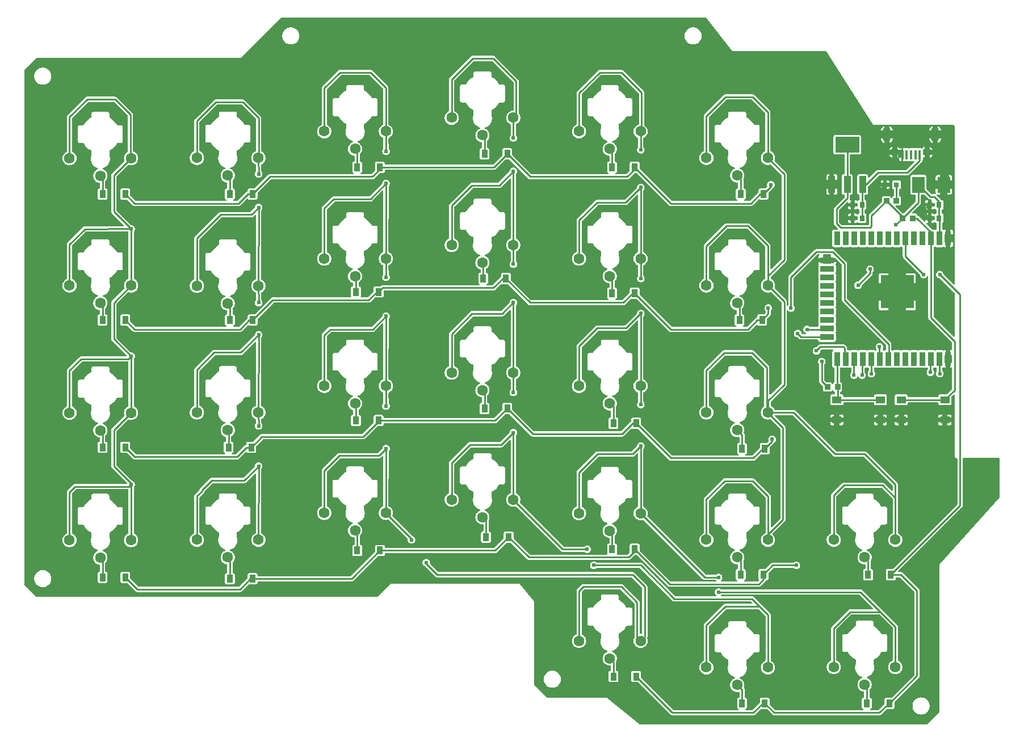
<source format=gtl>
G04 Layer: TopLayer*
G04 EasyEDA v6.5.23, 2023-06-09 15:01:11*
G04 604b8d365768463b9eb07bbcea70d2b6,6219c82cfec74c238c9999bd11a2e976,10*
G04 Gerber Generator version 0.2*
G04 Scale: 100 percent, Rotated: No, Reflected: No *
G04 Dimensions in millimeters *
G04 leading zeros omitted , absolute positions ,4 integer and 5 decimal *
%FSLAX45Y45*%
%MOMM*%

%AMMACRO1*21,1,$1,$2,0,0,$3*%
%ADD10C,0.2540*%
%ADD11R,0.8000X0.9000*%
%ADD12R,1.9000X2.3760*%
%ADD13R,0.9500X1.1500*%
%ADD14R,0.8000X0.8000*%
%ADD15MACRO1,0.864X0.8065X-90.0000*%
%ADD16MACRO1,0.864X0.8065X90.0000*%
%ADD17R,1.4000X1.1000*%
%ADD18R,0.9500X2.1000*%
%ADD19R,2.1000X0.9500*%
%ADD20R,5.0000X5.0000*%
%ADD21R,1.1000X2.5000*%
%ADD22MACRO1,3.6X2.34X0.0000*%
%ADD23R,0.4000X1.4000*%
%ADD24O,1.2999974X2.1999956000000003*%
%ADD25C,1.3000*%
%ADD26C,1.6000*%
%ADD27C,0.6096*%
%ADD28C,0.0147*%

%LPD*%
G36*
X13610945Y-3192932D02*
G01*
X13607491Y-3192322D01*
X13600633Y-3189833D01*
X13594384Y-3189122D01*
X13567816Y-3189122D01*
X13563955Y-3188360D01*
X13560653Y-3186176D01*
X13482777Y-3108299D01*
X13480542Y-3104997D01*
X13479780Y-3101086D01*
X13480542Y-3097225D01*
X13482777Y-3093923D01*
X13486028Y-3091688D01*
X13489940Y-3090926D01*
X13503605Y-3090926D01*
X13503605Y-3048863D01*
X13464032Y-3048863D01*
X13464032Y-3065018D01*
X13463269Y-3068929D01*
X13461034Y-3072231D01*
X13457732Y-3074416D01*
X13453872Y-3075178D01*
X13449960Y-3074416D01*
X13446709Y-3072231D01*
X13367562Y-2993085D01*
X13361314Y-2987954D01*
X13354659Y-2984398D01*
X13348258Y-2982468D01*
X13344753Y-2980639D01*
X13342264Y-2977591D01*
X13341096Y-2973882D01*
X13340791Y-2971088D01*
X13338860Y-2965602D01*
X13335762Y-2960725D01*
X13331698Y-2956610D01*
X13326770Y-2953562D01*
X13321334Y-2951632D01*
X13314984Y-2950921D01*
X13272820Y-2950921D01*
X13268909Y-2950159D01*
X13265657Y-2947924D01*
X13263422Y-2944672D01*
X13262660Y-2940761D01*
X13263422Y-2936849D01*
X13265657Y-2933598D01*
X13386968Y-2812237D01*
X13392099Y-2805988D01*
X13395655Y-2799334D01*
X13397839Y-2792069D01*
X13398652Y-2784043D01*
X13398652Y-2674874D01*
X13399414Y-2671013D01*
X13401649Y-2667711D01*
X13404900Y-2665526D01*
X13408812Y-2664714D01*
X13445947Y-2664714D01*
X13449807Y-2665526D01*
X13453110Y-2667711D01*
X13512393Y-2726994D01*
X13518540Y-2732024D01*
X13525296Y-2735681D01*
X13532510Y-2737866D01*
X13540536Y-2738628D01*
X13546124Y-2738628D01*
X13550036Y-2739390D01*
X13553287Y-2741625D01*
X13555522Y-2744927D01*
X13556284Y-2748788D01*
X13556284Y-2791155D01*
X13593826Y-2791155D01*
X13597737Y-2791968D01*
X13601039Y-2794152D01*
X13603224Y-2797454D01*
X13603986Y-2801315D01*
X13603986Y-2838704D01*
X13603224Y-2842615D01*
X13601039Y-2845917D01*
X13597737Y-2848102D01*
X13593826Y-2848864D01*
X13556284Y-2848864D01*
X13556284Y-2890926D01*
X13569391Y-2890926D01*
X13575690Y-2890215D01*
X13581126Y-2888335D01*
X13586053Y-2885236D01*
X13590117Y-2881122D01*
X13591336Y-2879242D01*
X13594130Y-2876296D01*
X13597890Y-2874721D01*
X13601954Y-2874721D01*
X13605713Y-2876296D01*
X13608507Y-2879242D01*
X13609726Y-2881122D01*
X13613790Y-2885236D01*
X13618718Y-2888335D01*
X13624509Y-2890316D01*
X13628065Y-2892501D01*
X13630452Y-2895854D01*
X13631316Y-2899918D01*
X13631316Y-2940151D01*
X13630452Y-2944215D01*
X13628065Y-2947568D01*
X13624509Y-2949702D01*
X13618718Y-2951734D01*
X13613790Y-2954832D01*
X13609726Y-2958896D01*
X13608507Y-2960776D01*
X13605713Y-2963722D01*
X13601954Y-2965348D01*
X13597890Y-2965348D01*
X13594130Y-2963722D01*
X13591336Y-2960776D01*
X13590117Y-2958896D01*
X13586053Y-2954832D01*
X13581126Y-2951734D01*
X13575690Y-2949854D01*
X13569391Y-2949143D01*
X13556284Y-2949143D01*
X13556284Y-2991154D01*
X13593826Y-2991154D01*
X13597737Y-2991967D01*
X13601039Y-2994152D01*
X13603224Y-2997454D01*
X13603986Y-3001314D01*
X13603986Y-3038703D01*
X13603224Y-3042615D01*
X13601039Y-3045917D01*
X13597737Y-3048101D01*
X13593826Y-3048863D01*
X13556284Y-3048863D01*
X13556284Y-3090926D01*
X13569391Y-3090926D01*
X13575690Y-3090214D01*
X13581126Y-3088335D01*
X13586053Y-3085236D01*
X13590117Y-3081121D01*
X13591336Y-3079242D01*
X13594130Y-3076295D01*
X13597890Y-3074720D01*
X13601954Y-3074720D01*
X13605713Y-3076295D01*
X13608507Y-3079242D01*
X13609726Y-3081121D01*
X13613790Y-3085236D01*
X13618718Y-3088335D01*
X13624153Y-3090214D01*
X13626795Y-3090519D01*
X13630300Y-3091586D01*
X13633246Y-3093821D01*
X13635126Y-3096971D01*
X13635837Y-3100628D01*
X13635837Y-3179114D01*
X13635126Y-3182772D01*
X13633246Y-3185922D01*
X13630300Y-3188157D01*
X13626795Y-3189224D01*
X13621257Y-3189833D01*
X13614400Y-3192322D01*
G37*

%LPC*%
G36*
X13464032Y-2991154D02*
G01*
X13503605Y-2991154D01*
X13503605Y-2949143D01*
X13490498Y-2949143D01*
X13484199Y-2949854D01*
X13478713Y-2951734D01*
X13473836Y-2954832D01*
X13469721Y-2958896D01*
X13466673Y-2963824D01*
X13464743Y-2969260D01*
X13464032Y-2975610D01*
G37*
G36*
X13490498Y-2890926D02*
G01*
X13503605Y-2890926D01*
X13503605Y-2848864D01*
X13464032Y-2848864D01*
X13464032Y-2864459D01*
X13464743Y-2870758D01*
X13466673Y-2876245D01*
X13469721Y-2881122D01*
X13473836Y-2885236D01*
X13478713Y-2888335D01*
X13484199Y-2890215D01*
G37*
G36*
X13464032Y-2791155D02*
G01*
X13503605Y-2791155D01*
X13503605Y-2749143D01*
X13490498Y-2749143D01*
X13484199Y-2749854D01*
X13478713Y-2751734D01*
X13473836Y-2754833D01*
X13469721Y-2758897D01*
X13466673Y-2763824D01*
X13464743Y-2769260D01*
X13464032Y-2775610D01*
G37*

%LPD*%
G36*
X9212630Y-10574070D02*
G01*
X9209278Y-10573512D01*
X9206280Y-10571835D01*
X8716365Y-10179812D01*
X8711234Y-10176611D01*
X8705799Y-10174681D01*
X8699754Y-10173970D01*
X7825384Y-10173970D01*
X7821625Y-10173258D01*
X7818374Y-10171176D01*
X7628991Y-9991852D01*
X7626654Y-9988499D01*
X7625842Y-9984486D01*
X7625842Y-8743188D01*
X7625130Y-8737193D01*
X7623048Y-8731351D01*
X7619746Y-8726271D01*
X7420406Y-8484108D01*
X7415733Y-8479637D01*
X7410043Y-8476488D01*
X7404811Y-8474710D01*
X7399528Y-8474202D01*
X5500522Y-8474202D01*
X5496712Y-8474506D01*
X5489651Y-8476538D01*
X5484774Y-8479282D01*
X5481523Y-8482025D01*
X5292242Y-8671153D01*
X5288940Y-8673338D01*
X5285028Y-8674100D01*
X214934Y-8674100D01*
X211074Y-8673287D01*
X207771Y-8671102D01*
X28905Y-8492236D01*
X26670Y-8488934D01*
X25908Y-8485022D01*
X25908Y-814781D01*
X26670Y-810920D01*
X28905Y-807618D01*
X207670Y-628853D01*
X210972Y-626618D01*
X214833Y-625856D01*
X3243427Y-625856D01*
X3247237Y-625551D01*
X3254298Y-623519D01*
X3259175Y-620776D01*
X3262426Y-617982D01*
X3851554Y-28905D01*
X3854856Y-26670D01*
X3858717Y-25908D01*
X10182555Y-25908D01*
X10186924Y-26924D01*
X10190480Y-29718D01*
X10579303Y-515823D01*
X10583976Y-520446D01*
X10589158Y-523493D01*
X10595000Y-525475D01*
X10600436Y-526034D01*
X11980164Y-526034D01*
X11983516Y-526592D01*
X11986463Y-528218D01*
X11988749Y-530758D01*
X12677800Y-1613306D01*
X12682270Y-1618640D01*
X12688570Y-1622958D01*
X12694107Y-1625041D01*
X12700609Y-1625854D01*
X12838734Y-1625854D01*
X12843002Y-1626768D01*
X12846507Y-1629410D01*
X12848539Y-1633270D01*
X12848793Y-1637639D01*
X12847167Y-1641703D01*
X12844018Y-1644700D01*
X12837515Y-1648663D01*
X12827863Y-1656486D01*
X12819430Y-1665579D01*
X12812268Y-1675688D01*
X12806578Y-1686712D01*
X12802412Y-1698396D01*
X12800685Y-1706575D01*
X12851079Y-1706575D01*
X12851079Y-1636014D01*
X12851841Y-1632102D01*
X12854025Y-1628851D01*
X12857327Y-1626616D01*
X12861239Y-1625854D01*
X12918592Y-1625854D01*
X12922504Y-1626616D01*
X12925806Y-1628851D01*
X12927990Y-1632102D01*
X12928752Y-1636014D01*
X12928752Y-1706575D01*
X12979146Y-1706575D01*
X12977418Y-1698396D01*
X12973253Y-1686712D01*
X12967563Y-1675688D01*
X12960400Y-1665579D01*
X12951968Y-1656486D01*
X12942316Y-1648663D01*
X12935813Y-1644700D01*
X12932664Y-1641703D01*
X12931038Y-1637639D01*
X12931292Y-1633270D01*
X12933324Y-1629410D01*
X12936829Y-1626768D01*
X12941096Y-1625854D01*
X13558774Y-1625854D01*
X13562990Y-1626768D01*
X13566495Y-1629410D01*
X13568527Y-1633270D01*
X13568781Y-1637639D01*
X13567206Y-1641703D01*
X13564057Y-1644700D01*
X13557504Y-1648663D01*
X13547902Y-1656486D01*
X13539419Y-1665579D01*
X13532256Y-1675688D01*
X13526566Y-1686712D01*
X13522401Y-1698396D01*
X13520724Y-1706575D01*
X13571067Y-1706575D01*
X13571067Y-1636014D01*
X13571829Y-1632102D01*
X13574064Y-1628851D01*
X13577316Y-1626616D01*
X13581227Y-1625854D01*
X13638631Y-1625854D01*
X13642492Y-1626616D01*
X13645794Y-1628851D01*
X13647978Y-1632102D01*
X13648791Y-1636014D01*
X13648791Y-1706575D01*
X13699134Y-1706575D01*
X13697407Y-1698396D01*
X13693292Y-1686712D01*
X13687551Y-1675688D01*
X13680440Y-1665579D01*
X13671956Y-1656486D01*
X13662304Y-1648663D01*
X13655801Y-1644700D01*
X13652652Y-1641703D01*
X13651026Y-1637639D01*
X13651280Y-1633270D01*
X13653363Y-1629410D01*
X13656818Y-1626768D01*
X13661085Y-1625854D01*
X13881100Y-1625854D01*
X13884300Y-1626362D01*
X13887196Y-1627886D01*
X13889431Y-1630172D01*
X13898118Y-1642618D01*
X13899489Y-1645361D01*
X13899997Y-1648460D01*
X13899997Y-4000957D01*
X13899184Y-4004868D01*
X13897000Y-4008170D01*
X13893698Y-4010355D01*
X13889837Y-4011117D01*
X13885926Y-4010355D01*
X13882624Y-4008170D01*
X13739063Y-3864610D01*
X13737031Y-3861714D01*
X13736116Y-3858310D01*
X13735405Y-3850233D01*
X13732865Y-3840784D01*
X13728750Y-3831844D01*
X13723112Y-3823817D01*
X13716152Y-3816858D01*
X13708126Y-3811219D01*
X13699185Y-3807104D01*
X13689736Y-3804564D01*
X13679932Y-3803700D01*
X13670127Y-3804564D01*
X13660678Y-3807104D01*
X13651738Y-3811219D01*
X13643711Y-3816858D01*
X13636751Y-3823817D01*
X13631113Y-3831844D01*
X13626998Y-3840784D01*
X13624458Y-3850233D01*
X13623594Y-3860037D01*
X13624458Y-3869842D01*
X13626998Y-3879291D01*
X13631113Y-3888232D01*
X13636751Y-3896258D01*
X13643711Y-3903218D01*
X13651738Y-3908856D01*
X13660678Y-3912971D01*
X13670127Y-3915511D01*
X13678154Y-3916222D01*
X13681557Y-3917137D01*
X13684453Y-3919169D01*
X13897000Y-4131716D01*
X13899184Y-4135018D01*
X13899997Y-4138929D01*
X13899997Y-4780991D01*
X13899184Y-4784852D01*
X13897000Y-4788154D01*
X13893698Y-4790338D01*
X13889837Y-4791151D01*
X13885926Y-4790338D01*
X13882624Y-4788154D01*
X13589000Y-4494530D01*
X13586815Y-4491228D01*
X13586053Y-4487367D01*
X13586053Y-3460953D01*
X13586713Y-3457346D01*
X13588593Y-3454196D01*
X13591540Y-3451961D01*
X13595045Y-3450894D01*
X13600633Y-3450234D01*
X13607491Y-3447796D01*
X13610945Y-3447186D01*
X13614400Y-3447796D01*
X13621257Y-3450234D01*
X13627506Y-3450945D01*
X13721384Y-3450945D01*
X13727633Y-3450234D01*
X13734491Y-3447796D01*
X13737945Y-3447186D01*
X13741400Y-3447796D01*
X13748257Y-3450234D01*
X13754506Y-3450945D01*
X13771372Y-3450945D01*
X13771372Y-3378911D01*
X13758011Y-3378911D01*
X13754150Y-3378149D01*
X13750848Y-3375914D01*
X13748613Y-3372612D01*
X13747851Y-3368751D01*
X13747851Y-3271367D01*
X13748613Y-3267456D01*
X13750848Y-3264153D01*
X13754150Y-3261969D01*
X13758011Y-3261207D01*
X13771372Y-3261207D01*
X13771372Y-3189122D01*
X13754506Y-3189122D01*
X13748257Y-3189833D01*
X13741400Y-3192322D01*
X13737945Y-3192932D01*
X13734491Y-3192322D01*
X13727633Y-3189833D01*
X13722045Y-3189224D01*
X13718540Y-3188157D01*
X13715593Y-3185871D01*
X13713713Y-3182721D01*
X13713053Y-3179114D01*
X13713053Y-3098342D01*
X13713866Y-3094278D01*
X13716254Y-3090926D01*
X13721130Y-3088335D01*
X13726007Y-3085236D01*
X13730122Y-3081121D01*
X13733221Y-3076244D01*
X13735100Y-3070758D01*
X13735812Y-3064459D01*
X13735812Y-2975610D01*
X13735100Y-2969260D01*
X13733221Y-2963824D01*
X13730122Y-2958896D01*
X13726007Y-2954832D01*
X13721130Y-2951734D01*
X13715339Y-2949702D01*
X13711783Y-2947568D01*
X13709345Y-2944164D01*
X13708532Y-2940100D01*
X13708532Y-2899918D01*
X13709345Y-2895854D01*
X13711783Y-2892501D01*
X13715339Y-2890367D01*
X13721130Y-2888335D01*
X13726007Y-2885236D01*
X13730122Y-2881122D01*
X13733221Y-2876245D01*
X13735100Y-2870758D01*
X13735812Y-2864459D01*
X13735812Y-2775610D01*
X13735100Y-2769260D01*
X13733221Y-2763824D01*
X13730122Y-2758897D01*
X13726007Y-2754833D01*
X13721130Y-2751734D01*
X13715644Y-2749854D01*
X13709345Y-2749143D01*
X13707160Y-2749143D01*
X13702842Y-2748127D01*
X13699337Y-2745384D01*
X13696848Y-2742387D01*
X13636447Y-2681935D01*
X13634161Y-2678480D01*
X13633450Y-2674366D01*
X13634466Y-2670352D01*
X13636955Y-2667050D01*
X13640612Y-2665069D01*
X13645337Y-2664714D01*
X13685926Y-2664714D01*
X13685926Y-2585770D01*
X13618870Y-2585770D01*
X13618870Y-2638247D01*
X13619581Y-2644597D01*
X13621308Y-2649524D01*
X13621816Y-2653944D01*
X13620445Y-2658160D01*
X13617346Y-2661361D01*
X13613231Y-2662936D01*
X13608761Y-2662631D01*
X13607440Y-2662224D01*
X13599413Y-2661412D01*
X13560247Y-2661412D01*
X13556335Y-2660650D01*
X13553033Y-2658465D01*
X13483945Y-2589326D01*
X13481761Y-2586075D01*
X13480999Y-2582164D01*
X13480999Y-2401824D01*
X13480288Y-2395474D01*
X13478357Y-2390038D01*
X13475258Y-2385110D01*
X13471194Y-2381046D01*
X13466267Y-2377948D01*
X13460831Y-2376017D01*
X13454481Y-2375306D01*
X13265657Y-2375306D01*
X13259307Y-2376017D01*
X13253872Y-2377948D01*
X13248944Y-2381046D01*
X13244880Y-2385110D01*
X13241782Y-2390038D01*
X13239851Y-2395474D01*
X13239140Y-2401824D01*
X13239140Y-2638247D01*
X13239851Y-2644597D01*
X13241782Y-2650032D01*
X13244880Y-2654960D01*
X13248944Y-2659024D01*
X13253872Y-2662123D01*
X13259307Y-2664002D01*
X13265657Y-2664714D01*
X13311276Y-2664714D01*
X13315188Y-2665526D01*
X13318439Y-2667711D01*
X13320674Y-2671013D01*
X13321436Y-2674874D01*
X13321436Y-2764383D01*
X13320674Y-2768244D01*
X13318439Y-2771546D01*
X13142061Y-2947924D01*
X13138759Y-2950159D01*
X13134238Y-2950921D01*
X13130377Y-2950159D01*
X13127075Y-2947924D01*
X13025628Y-2846476D01*
X13023392Y-2843174D01*
X13022630Y-2839313D01*
X13023392Y-2835402D01*
X13025628Y-2832100D01*
X13028930Y-2829915D01*
X13032790Y-2829153D01*
X13075005Y-2829153D01*
X13081304Y-2828442D01*
X13086791Y-2826512D01*
X13091668Y-2823413D01*
X13095782Y-2819349D01*
X13098881Y-2814421D01*
X13100761Y-2808986D01*
X13101472Y-2802636D01*
X13101472Y-2717393D01*
X13100761Y-2711094D01*
X13098881Y-2705608D01*
X13095782Y-2700731D01*
X13091668Y-2696616D01*
X13086791Y-2693568D01*
X13080593Y-2691384D01*
X13077037Y-2689250D01*
X13074599Y-2685846D01*
X13073786Y-2681782D01*
X13073684Y-2594914D01*
X13074497Y-2590850D01*
X13076936Y-2587447D01*
X13080492Y-2585313D01*
X13086232Y-2583332D01*
X13091109Y-2580233D01*
X13095224Y-2576118D01*
X13098322Y-2571242D01*
X13100202Y-2565806D01*
X13100913Y-2559456D01*
X13100913Y-2480614D01*
X13100202Y-2474264D01*
X13098322Y-2468829D01*
X13095224Y-2463901D01*
X13091109Y-2459837D01*
X13086232Y-2456738D01*
X13080746Y-2454859D01*
X13074446Y-2454148D01*
X12995605Y-2454148D01*
X12989255Y-2454859D01*
X12983819Y-2456738D01*
X12978892Y-2459837D01*
X12974828Y-2463901D01*
X12971729Y-2468829D01*
X12969798Y-2474264D01*
X12969087Y-2480614D01*
X12969087Y-2559456D01*
X12969798Y-2565806D01*
X12971729Y-2571242D01*
X12974828Y-2576118D01*
X12978892Y-2580233D01*
X12983819Y-2583332D01*
X12989661Y-2585364D01*
X12993217Y-2587498D01*
X12995605Y-2590901D01*
X12996468Y-2594965D01*
X12996570Y-2681833D01*
X12995706Y-2685897D01*
X12993319Y-2689301D01*
X12989763Y-2691434D01*
X12983718Y-2693568D01*
X12978790Y-2696616D01*
X12974726Y-2700731D01*
X12971627Y-2705608D01*
X12969494Y-2711704D01*
X12967360Y-2715260D01*
X12964007Y-2717647D01*
X12959943Y-2718511D01*
X12955879Y-2717647D01*
X12952476Y-2715260D01*
X12950342Y-2711704D01*
X12948208Y-2705608D01*
X12945110Y-2700731D01*
X12941046Y-2696616D01*
X12936118Y-2693568D01*
X12930682Y-2691638D01*
X12924332Y-2690926D01*
X12844830Y-2690926D01*
X12838531Y-2691638D01*
X12833045Y-2693568D01*
X12828168Y-2696616D01*
X12824053Y-2700731D01*
X12821005Y-2705608D01*
X12819075Y-2711094D01*
X12818364Y-2717393D01*
X12818364Y-2767431D01*
X12817602Y-2771292D01*
X12815417Y-2774594D01*
X12632944Y-2957068D01*
X12627864Y-2963265D01*
X12624308Y-2969971D01*
X12622072Y-2977184D01*
X12621310Y-2985211D01*
X12621310Y-3111296D01*
X12620548Y-3115157D01*
X12618313Y-3118459D01*
X12615011Y-3120644D01*
X12611150Y-3121456D01*
X12220092Y-3121456D01*
X12216231Y-3120644D01*
X12212929Y-3118459D01*
X12181484Y-3087014D01*
X12179300Y-3083712D01*
X12178487Y-3079800D01*
X12178487Y-2900273D01*
X12179300Y-2896362D01*
X12181484Y-2893060D01*
X12296698Y-2777845D01*
X12300000Y-2775661D01*
X12303861Y-2774899D01*
X12307773Y-2775661D01*
X12311075Y-2777845D01*
X12313259Y-2781147D01*
X12314021Y-2785059D01*
X12314021Y-2791155D01*
X12353594Y-2791155D01*
X12353594Y-2749143D01*
X12344806Y-2749143D01*
X12341098Y-2748432D01*
X12337897Y-2746400D01*
X12335662Y-2743352D01*
X12334697Y-2739694D01*
X12335103Y-2735935D01*
X12337745Y-2727553D01*
X12338507Y-2719527D01*
X12338507Y-2678074D01*
X12339269Y-2674213D01*
X12341504Y-2670911D01*
X12344806Y-2668727D01*
X12348667Y-2667914D01*
X12354356Y-2667914D01*
X12360656Y-2667203D01*
X12366142Y-2665323D01*
X12371019Y-2662224D01*
X12375134Y-2658160D01*
X12378232Y-2653233D01*
X12380112Y-2647797D01*
X12380823Y-2641447D01*
X12380823Y-2392578D01*
X12380112Y-2386279D01*
X12378232Y-2380792D01*
X12375134Y-2375916D01*
X12371019Y-2371801D01*
X12366142Y-2368753D01*
X12360656Y-2366822D01*
X12354356Y-2366111D01*
X12348667Y-2366111D01*
X12344806Y-2365349D01*
X12341504Y-2363165D01*
X12339269Y-2359863D01*
X12338507Y-2355951D01*
X12338507Y-2076094D01*
X12339269Y-2072233D01*
X12341504Y-2068931D01*
X12344806Y-2066696D01*
X12348667Y-2065934D01*
X12479375Y-2065934D01*
X12485674Y-2065223D01*
X12491161Y-2063292D01*
X12496038Y-2060244D01*
X12500152Y-2056130D01*
X12503200Y-2051253D01*
X12505131Y-2045766D01*
X12505842Y-2039467D01*
X12505842Y-1806600D01*
X12505131Y-1800301D01*
X12503200Y-1794814D01*
X12500152Y-1789938D01*
X12496038Y-1785823D01*
X12491161Y-1782724D01*
X12485674Y-1780844D01*
X12479375Y-1780133D01*
X12120524Y-1780133D01*
X12114174Y-1780844D01*
X12108738Y-1782724D01*
X12103811Y-1785823D01*
X12099747Y-1789938D01*
X12096648Y-1794814D01*
X12094718Y-1800301D01*
X12094006Y-1806600D01*
X12094006Y-2039467D01*
X12094718Y-2045766D01*
X12096648Y-2051253D01*
X12099747Y-2056130D01*
X12103811Y-2060244D01*
X12108738Y-2063292D01*
X12114174Y-2065223D01*
X12120524Y-2065934D01*
X12251131Y-2065934D01*
X12255042Y-2066696D01*
X12258344Y-2068931D01*
X12260529Y-2072233D01*
X12261291Y-2076094D01*
X12261291Y-2355951D01*
X12260529Y-2359863D01*
X12258344Y-2363165D01*
X12255042Y-2365349D01*
X12251131Y-2366111D01*
X12245492Y-2366111D01*
X12239193Y-2366822D01*
X12233706Y-2368753D01*
X12228830Y-2371801D01*
X12224715Y-2375916D01*
X12221667Y-2380792D01*
X12219736Y-2386279D01*
X12219025Y-2392578D01*
X12219025Y-2641447D01*
X12219736Y-2647797D01*
X12221667Y-2653233D01*
X12224715Y-2658160D01*
X12228830Y-2662224D01*
X12233706Y-2665323D01*
X12239193Y-2667203D01*
X12245492Y-2667914D01*
X12251131Y-2667914D01*
X12255042Y-2668727D01*
X12258344Y-2670911D01*
X12260529Y-2674213D01*
X12261291Y-2678074D01*
X12261291Y-2699816D01*
X12260529Y-2703728D01*
X12258344Y-2707030D01*
X12112955Y-2852420D01*
X12107824Y-2858617D01*
X12104268Y-2865272D01*
X12102084Y-2872536D01*
X12101271Y-2880563D01*
X12101271Y-3099511D01*
X12102084Y-3107537D01*
X12104268Y-3114751D01*
X12107824Y-3121406D01*
X12112955Y-3127654D01*
X12157049Y-3171799D01*
X12159284Y-3175101D01*
X12160046Y-3178962D01*
X12159284Y-3182874D01*
X12157049Y-3186176D01*
X12153747Y-3188360D01*
X12149886Y-3189122D01*
X12103506Y-3189122D01*
X12097207Y-3189833D01*
X12091720Y-3191764D01*
X12086844Y-3194862D01*
X12082729Y-3198926D01*
X12079681Y-3203854D01*
X12077750Y-3209290D01*
X12077039Y-3215640D01*
X12077039Y-3424478D01*
X12077750Y-3430778D01*
X12079681Y-3436264D01*
X12082729Y-3441141D01*
X12086844Y-3445256D01*
X12091720Y-3448354D01*
X12097207Y-3450234D01*
X12103506Y-3450945D01*
X12197384Y-3450945D01*
X12203633Y-3450234D01*
X12210491Y-3447796D01*
X12213945Y-3447186D01*
X12217400Y-3447796D01*
X12224258Y-3450234D01*
X12230506Y-3450945D01*
X12324384Y-3450945D01*
X12330633Y-3450234D01*
X12337491Y-3447796D01*
X12340945Y-3447186D01*
X12344400Y-3447796D01*
X12351258Y-3450234D01*
X12357506Y-3450945D01*
X12451384Y-3450945D01*
X12457633Y-3450234D01*
X12464491Y-3447796D01*
X12467945Y-3447186D01*
X12471400Y-3447796D01*
X12478258Y-3450234D01*
X12484506Y-3450945D01*
X12578384Y-3450945D01*
X12584633Y-3450234D01*
X12591491Y-3447796D01*
X12594945Y-3447186D01*
X12598400Y-3447796D01*
X12605258Y-3450234D01*
X12611506Y-3450945D01*
X12705384Y-3450945D01*
X12711633Y-3450234D01*
X12718491Y-3447796D01*
X12721945Y-3447186D01*
X12725400Y-3447796D01*
X12732258Y-3450234D01*
X12738506Y-3450945D01*
X12832384Y-3450945D01*
X12838633Y-3450234D01*
X12845491Y-3447796D01*
X12848945Y-3447186D01*
X12852400Y-3447796D01*
X12859258Y-3450234D01*
X12865506Y-3450945D01*
X12959384Y-3450945D01*
X12965633Y-3450234D01*
X12972491Y-3447796D01*
X12975945Y-3447186D01*
X12979400Y-3447796D01*
X12986258Y-3450234D01*
X12992506Y-3450945D01*
X13086384Y-3450945D01*
X13092633Y-3450234D01*
X13099491Y-3447796D01*
X13102945Y-3447186D01*
X13106400Y-3447796D01*
X13113257Y-3450234D01*
X13118795Y-3450894D01*
X13122300Y-3451961D01*
X13125246Y-3454196D01*
X13127126Y-3457346D01*
X13127837Y-3460953D01*
X13127837Y-3586022D01*
X13128599Y-3594049D01*
X13130784Y-3601313D01*
X13134340Y-3607968D01*
X13139470Y-3614216D01*
X13380821Y-3855516D01*
X13382802Y-3858412D01*
X13383717Y-3861815D01*
X13384428Y-3869842D01*
X13386968Y-3879291D01*
X13391134Y-3888232D01*
X13396772Y-3896258D01*
X13403681Y-3903218D01*
X13411758Y-3908856D01*
X13420648Y-3912971D01*
X13430148Y-3915511D01*
X13439952Y-3916375D01*
X13449706Y-3915511D01*
X13459206Y-3912971D01*
X13468096Y-3908856D01*
X13476173Y-3903218D01*
X13483082Y-3896258D01*
X13488720Y-3888232D01*
X13491718Y-3883507D01*
X13495070Y-3881475D01*
X13498880Y-3880815D01*
X13502690Y-3881678D01*
X13505942Y-3883863D01*
X13508075Y-3887114D01*
X13508837Y-3890975D01*
X13508837Y-4507026D01*
X13509599Y-4515053D01*
X13511784Y-4522317D01*
X13515340Y-4528972D01*
X13520470Y-4535220D01*
X13858341Y-4873040D01*
X13860526Y-4876342D01*
X13861288Y-4880254D01*
X13861288Y-4979212D01*
X13860424Y-4983327D01*
X13857884Y-4986782D01*
X13854226Y-4988864D01*
X13850010Y-4989271D01*
X13848384Y-4989118D01*
X13831519Y-4989118D01*
X13831519Y-5061153D01*
X13851128Y-5061153D01*
X13855039Y-5061966D01*
X13858341Y-5064150D01*
X13860526Y-5067452D01*
X13861288Y-5071313D01*
X13861288Y-5168696D01*
X13860526Y-5172608D01*
X13858341Y-5175910D01*
X13855039Y-5178094D01*
X13851128Y-5178856D01*
X13831519Y-5178856D01*
X13831519Y-5250942D01*
X13848384Y-5250942D01*
X13850010Y-5250738D01*
X13854226Y-5251145D01*
X13857884Y-5253278D01*
X13860424Y-5256682D01*
X13861288Y-5260848D01*
X13861288Y-5564835D01*
X13860526Y-5568696D01*
X13858341Y-5571998D01*
X13784224Y-5646115D01*
X13780922Y-5648350D01*
X13777010Y-5649112D01*
X13685469Y-5649112D01*
X13679169Y-5649823D01*
X13673734Y-5651703D01*
X13668806Y-5654802D01*
X13664742Y-5658916D01*
X13661644Y-5663793D01*
X13659713Y-5669280D01*
X13659002Y-5675579D01*
X13659002Y-5681268D01*
X13658240Y-5685180D01*
X13656056Y-5688431D01*
X13652754Y-5690666D01*
X13648842Y-5691428D01*
X13210997Y-5691428D01*
X13207136Y-5690666D01*
X13203834Y-5688431D01*
X13201599Y-5685180D01*
X13200837Y-5681268D01*
X13200837Y-5675579D01*
X13200126Y-5669280D01*
X13198195Y-5663793D01*
X13195147Y-5658916D01*
X13191032Y-5654802D01*
X13186156Y-5651703D01*
X13180669Y-5649823D01*
X13174370Y-5649112D01*
X13035483Y-5649112D01*
X13029184Y-5649823D01*
X13023697Y-5651703D01*
X13018820Y-5654802D01*
X13014706Y-5658916D01*
X13011658Y-5663793D01*
X13009727Y-5669280D01*
X13009016Y-5675579D01*
X13009016Y-5784443D01*
X13009727Y-5790742D01*
X13011658Y-5796229D01*
X13014706Y-5801106D01*
X13018820Y-5805220D01*
X13023697Y-5808319D01*
X13029184Y-5810199D01*
X13035483Y-5810910D01*
X13174370Y-5810910D01*
X13180669Y-5810199D01*
X13186156Y-5808319D01*
X13191032Y-5805220D01*
X13195147Y-5801106D01*
X13198195Y-5796229D01*
X13200126Y-5790742D01*
X13200837Y-5784443D01*
X13200837Y-5778804D01*
X13201599Y-5774893D01*
X13203834Y-5771642D01*
X13207136Y-5769406D01*
X13210997Y-5768644D01*
X13648842Y-5768644D01*
X13652754Y-5769406D01*
X13656056Y-5771642D01*
X13658240Y-5774893D01*
X13659002Y-5778804D01*
X13659002Y-5784443D01*
X13659713Y-5790742D01*
X13661644Y-5796229D01*
X13664742Y-5801106D01*
X13668806Y-5805220D01*
X13673734Y-5808319D01*
X13679169Y-5810199D01*
X13685469Y-5810910D01*
X13824356Y-5810910D01*
X13830655Y-5810199D01*
X13836142Y-5808319D01*
X13841018Y-5805220D01*
X13845133Y-5801106D01*
X13848232Y-5796229D01*
X13850112Y-5790742D01*
X13850823Y-5784443D01*
X13850823Y-5692902D01*
X13851585Y-5689041D01*
X13853820Y-5685739D01*
X13882624Y-5656884D01*
X13885926Y-5654700D01*
X13889837Y-5653938D01*
X13893698Y-5654700D01*
X13897000Y-5656884D01*
X13899184Y-5660186D01*
X13899997Y-5664098D01*
X13899997Y-6598970D01*
X13900962Y-6599986D01*
X13931138Y-6599986D01*
X13934998Y-6600748D01*
X13938300Y-6602984D01*
X13940536Y-6606235D01*
X13941298Y-6610146D01*
X13941298Y-7289088D01*
X13940536Y-7292949D01*
X13938300Y-7296251D01*
X12980924Y-8253628D01*
X12977622Y-8255812D01*
X12973761Y-8256625D01*
X12902234Y-8256625D01*
X12895935Y-8257336D01*
X12890449Y-8259216D01*
X12885572Y-8262315D01*
X12881457Y-8266430D01*
X12878409Y-8271306D01*
X12876479Y-8276742D01*
X12875768Y-8283092D01*
X12875768Y-8396935D01*
X12876479Y-8403285D01*
X12878409Y-8408720D01*
X12881457Y-8413648D01*
X12885572Y-8417712D01*
X12890449Y-8420811D01*
X12895935Y-8422690D01*
X12902234Y-8423452D01*
X12996113Y-8423452D01*
X13002412Y-8422690D01*
X13007898Y-8420811D01*
X13012775Y-8417712D01*
X13016890Y-8413648D01*
X13019989Y-8408720D01*
X13021868Y-8403285D01*
X13022580Y-8396935D01*
X13022580Y-8388807D01*
X13023342Y-8384895D01*
X13025577Y-8381593D01*
X13028879Y-8379409D01*
X13032740Y-8378647D01*
X13079730Y-8378647D01*
X13083590Y-8379409D01*
X13086892Y-8381593D01*
X13298322Y-8593023D01*
X13300506Y-8596325D01*
X13301319Y-8600236D01*
X13301319Y-9829088D01*
X13300506Y-9832949D01*
X13298322Y-9836251D01*
X12960959Y-10173614D01*
X12957657Y-10175849D01*
X12953746Y-10176611D01*
X12882270Y-10176611D01*
X12875920Y-10177322D01*
X12870484Y-10179253D01*
X12865557Y-10182301D01*
X12861493Y-10186416D01*
X12858394Y-10191292D01*
X12856464Y-10196779D01*
X12855752Y-10203078D01*
X12855752Y-10265359D01*
X12854990Y-10269220D01*
X12852806Y-10272522D01*
X12766903Y-10358424D01*
X12763601Y-10360660D01*
X12759690Y-10361422D01*
X12650266Y-10361422D01*
X12646304Y-10360609D01*
X12643002Y-10358323D01*
X12640818Y-10354919D01*
X12640106Y-10350906D01*
X12641072Y-10346994D01*
X12643459Y-10343743D01*
X12646914Y-10341660D01*
X12649403Y-10340797D01*
X12654280Y-10337698D01*
X12658394Y-10333634D01*
X12661442Y-10328706D01*
X12663373Y-10323271D01*
X12664084Y-10316921D01*
X12664084Y-10203078D01*
X12663373Y-10196779D01*
X12661442Y-10191292D01*
X12658394Y-10186416D01*
X12654280Y-10182301D01*
X12649403Y-10179253D01*
X12643916Y-10177322D01*
X12638278Y-10176662D01*
X12634772Y-10175595D01*
X12631877Y-10173360D01*
X12629946Y-10170210D01*
X12629286Y-10166604D01*
X12629286Y-10063581D01*
X12629946Y-10059974D01*
X12631826Y-10056825D01*
X12641834Y-10045547D01*
X12649504Y-10034066D01*
X12655600Y-10021671D01*
X12660071Y-10008514D01*
X12662763Y-9994950D01*
X12663678Y-9981133D01*
X12662763Y-9967315D01*
X12660071Y-9953701D01*
X12655600Y-9940594D01*
X12649504Y-9928199D01*
X12641783Y-9916668D01*
X12632690Y-9906254D01*
X12622276Y-9897110D01*
X12610744Y-9889439D01*
X12597282Y-9882886D01*
X12594031Y-9880396D01*
X12592050Y-9876790D01*
X12591643Y-9872726D01*
X12592862Y-9868814D01*
X12595504Y-9865715D01*
X12599162Y-9863886D01*
X12602972Y-9862921D01*
X12618161Y-9856978D01*
X12632588Y-9849408D01*
X12646050Y-9840163D01*
X12658394Y-9829495D01*
X12669418Y-9817455D01*
X12679019Y-9804247D01*
X12687046Y-9790074D01*
X12693396Y-9775037D01*
X12697968Y-9759391D01*
X12700762Y-9743287D01*
X12701676Y-9727031D01*
X12700762Y-9710724D01*
X12697968Y-9694672D01*
X12693396Y-9679025D01*
X12692430Y-9676841D01*
X12691668Y-9672878D01*
X12691668Y-9614255D01*
X12692227Y-9610801D01*
X12693954Y-9607804D01*
X12696596Y-9605518D01*
X12713817Y-9595307D01*
X12732867Y-9581692D01*
X12750749Y-9566554D01*
X12767310Y-9549993D01*
X12782448Y-9532112D01*
X12796062Y-9513062D01*
X12806273Y-9495891D01*
X12808559Y-9493250D01*
X12811556Y-9491522D01*
X12815011Y-9490913D01*
X12867182Y-9490913D01*
X12873482Y-9490202D01*
X12878968Y-9488271D01*
X12883845Y-9485223D01*
X12887960Y-9481108D01*
X12891008Y-9476232D01*
X12892938Y-9470745D01*
X12893649Y-9464446D01*
X12893649Y-9251594D01*
X12892938Y-9245244D01*
X12891008Y-9239808D01*
X12887960Y-9234881D01*
X12883845Y-9230817D01*
X12878968Y-9227718D01*
X12873482Y-9225838D01*
X12867182Y-9225127D01*
X12814960Y-9225127D01*
X12811556Y-9224518D01*
X12808508Y-9222790D01*
X12806222Y-9220149D01*
X12796062Y-9203029D01*
X12782448Y-9183979D01*
X12767310Y-9166098D01*
X12750749Y-9149537D01*
X12732867Y-9134398D01*
X12713817Y-9120784D01*
X12696596Y-9110522D01*
X12693954Y-9108287D01*
X12692227Y-9105239D01*
X12691668Y-9101836D01*
X12691668Y-9054592D01*
X12690957Y-9048242D01*
X12689027Y-9042806D01*
X12685928Y-9037878D01*
X12681864Y-9033814D01*
X12676936Y-9030716D01*
X12671501Y-9028785D01*
X12665151Y-9028074D01*
X12452299Y-9028074D01*
X12446000Y-9028785D01*
X12440513Y-9030716D01*
X12435636Y-9033814D01*
X12431522Y-9037878D01*
X12428474Y-9042806D01*
X12426543Y-9048242D01*
X12425832Y-9054592D01*
X12425832Y-9101886D01*
X12425222Y-9105290D01*
X12423495Y-9108338D01*
X12420854Y-9110624D01*
X12403785Y-9120784D01*
X12384735Y-9134398D01*
X12366853Y-9149537D01*
X12350292Y-9166098D01*
X12335154Y-9183979D01*
X12321540Y-9203029D01*
X12311329Y-9220149D01*
X12309094Y-9222790D01*
X12306046Y-9224518D01*
X12302591Y-9225127D01*
X12250318Y-9225127D01*
X12243968Y-9225838D01*
X12238532Y-9227718D01*
X12233605Y-9230817D01*
X12229541Y-9234881D01*
X12226442Y-9239808D01*
X12224562Y-9245244D01*
X12223851Y-9251594D01*
X12223851Y-9464446D01*
X12224562Y-9470745D01*
X12226442Y-9476232D01*
X12229541Y-9481108D01*
X12233605Y-9485223D01*
X12238532Y-9488271D01*
X12243968Y-9490202D01*
X12250318Y-9490913D01*
X12302591Y-9490913D01*
X12305995Y-9491522D01*
X12309043Y-9493250D01*
X12311329Y-9495891D01*
X12321540Y-9513062D01*
X12335154Y-9532112D01*
X12350292Y-9549993D01*
X12366853Y-9566554D01*
X12384735Y-9581692D01*
X12403785Y-9595307D01*
X12420854Y-9605467D01*
X12423495Y-9607753D01*
X12425222Y-9610750D01*
X12425832Y-9614204D01*
X12425832Y-9673386D01*
X12425222Y-9676790D01*
X12421666Y-9686747D01*
X12418009Y-9702647D01*
X12416129Y-9718852D01*
X12416129Y-9735159D01*
X12418009Y-9751364D01*
X12421666Y-9767265D01*
X12427153Y-9782657D01*
X12434366Y-9797288D01*
X12443206Y-9811004D01*
X12453518Y-9823653D01*
X12465202Y-9835032D01*
X12478156Y-9844989D01*
X12492126Y-9853422D01*
X12506960Y-9860178D01*
X12517932Y-9863734D01*
X12521590Y-9865868D01*
X12524079Y-9869220D01*
X12524994Y-9873335D01*
X12524130Y-9877450D01*
X12521692Y-9880904D01*
X12517272Y-9883292D01*
X12504877Y-9889439D01*
X12493345Y-9897110D01*
X12482931Y-9906254D01*
X12473787Y-9916668D01*
X12466116Y-9928199D01*
X12459970Y-9940594D01*
X12455499Y-9953701D01*
X12452807Y-9967315D01*
X12451892Y-9981133D01*
X12452807Y-9994950D01*
X12455499Y-10008514D01*
X12459970Y-10021671D01*
X12466116Y-10034066D01*
X12473787Y-10045598D01*
X12482931Y-10056012D01*
X12493345Y-10065156D01*
X12504877Y-10072827D01*
X12517272Y-10078974D01*
X12530378Y-10083393D01*
X12543891Y-10086086D01*
X12547142Y-10087356D01*
X12549733Y-10089591D01*
X12551460Y-10092639D01*
X12552070Y-10096042D01*
X12552070Y-10166604D01*
X12551410Y-10170210D01*
X12549479Y-10173360D01*
X12546584Y-10175595D01*
X12543028Y-10176662D01*
X12537440Y-10177322D01*
X12531953Y-10179253D01*
X12527076Y-10182301D01*
X12522962Y-10186416D01*
X12519914Y-10191292D01*
X12517983Y-10196779D01*
X12517272Y-10203078D01*
X12517272Y-10316921D01*
X12517983Y-10323271D01*
X12519914Y-10328706D01*
X12522962Y-10333634D01*
X12527076Y-10337698D01*
X12531953Y-10340797D01*
X12534442Y-10341660D01*
X12537897Y-10343743D01*
X12540284Y-10346994D01*
X12541250Y-10350906D01*
X12540538Y-10354919D01*
X12538354Y-10358323D01*
X12535052Y-10360609D01*
X12531090Y-10361422D01*
X11229340Y-10361422D01*
X11225479Y-10360660D01*
X11222177Y-10358424D01*
X11145570Y-10281818D01*
X11143386Y-10278567D01*
X11142573Y-10274655D01*
X11142573Y-10203078D01*
X11141862Y-10196779D01*
X11139982Y-10191292D01*
X11136884Y-10186416D01*
X11132820Y-10182301D01*
X11127892Y-10179253D01*
X11122456Y-10177322D01*
X11116106Y-10176611D01*
X11022228Y-10176611D01*
X11015929Y-10177322D01*
X11010493Y-10179253D01*
X11005566Y-10182301D01*
X11001502Y-10186416D01*
X10998403Y-10191292D01*
X10996472Y-10196779D01*
X10995761Y-10203078D01*
X10995761Y-10245344D01*
X10994999Y-10249255D01*
X10992815Y-10252557D01*
X10886897Y-10358424D01*
X10883595Y-10360660D01*
X10879734Y-10361422D01*
X10790275Y-10361422D01*
X10786313Y-10360609D01*
X10782960Y-10358323D01*
X10780826Y-10354919D01*
X10780115Y-10350906D01*
X10781080Y-10346994D01*
X10783468Y-10343743D01*
X10786922Y-10341660D01*
X10789412Y-10340797D01*
X10794288Y-10337698D01*
X10798403Y-10333634D01*
X10801451Y-10328706D01*
X10803382Y-10323271D01*
X10804093Y-10316921D01*
X10804093Y-10203078D01*
X10803382Y-10196779D01*
X10801451Y-10191292D01*
X10798403Y-10186416D01*
X10794288Y-10182301D01*
X10789412Y-10179253D01*
X10783925Y-10177322D01*
X10778286Y-10176662D01*
X10774781Y-10175595D01*
X10771886Y-10173360D01*
X10769955Y-10170210D01*
X10769295Y-10166604D01*
X10769295Y-10057282D01*
X10768482Y-10049256D01*
X10766298Y-10041991D01*
X10762742Y-10035336D01*
X10759287Y-10031120D01*
X10757560Y-10028174D01*
X10756950Y-10024770D01*
X10757509Y-10021417D01*
X10760151Y-10013594D01*
X10762843Y-10000030D01*
X10763758Y-9986213D01*
X10762843Y-9972395D01*
X10760151Y-9958781D01*
X10755680Y-9945674D01*
X10749584Y-9933279D01*
X10741863Y-9921748D01*
X10732770Y-9911334D01*
X10722356Y-9902190D01*
X10710824Y-9894519D01*
X10697362Y-9887966D01*
X10694111Y-9885476D01*
X10692130Y-9881870D01*
X10691723Y-9877806D01*
X10692942Y-9873894D01*
X10695584Y-9870795D01*
X10699242Y-9868966D01*
X10703052Y-9868001D01*
X10718241Y-9862058D01*
X10732668Y-9854488D01*
X10746130Y-9845243D01*
X10758474Y-9834575D01*
X10769498Y-9822535D01*
X10779099Y-9809327D01*
X10787126Y-9795154D01*
X10793476Y-9780117D01*
X10798048Y-9764471D01*
X10800842Y-9748367D01*
X10801756Y-9732111D01*
X10800842Y-9715804D01*
X10798048Y-9699752D01*
X10793476Y-9684105D01*
X10792510Y-9681921D01*
X10791748Y-9677958D01*
X10791748Y-9619335D01*
X10792307Y-9615881D01*
X10794034Y-9612884D01*
X10796676Y-9610598D01*
X10813897Y-9600387D01*
X10832947Y-9586772D01*
X10850829Y-9571634D01*
X10867390Y-9555073D01*
X10882528Y-9537192D01*
X10896142Y-9518142D01*
X10906353Y-9500971D01*
X10908639Y-9498330D01*
X10911636Y-9496602D01*
X10915091Y-9495993D01*
X10967262Y-9495993D01*
X10973562Y-9495282D01*
X10979048Y-9493351D01*
X10983925Y-9490303D01*
X10988040Y-9486188D01*
X10991088Y-9481312D01*
X10993018Y-9475825D01*
X10993729Y-9469526D01*
X10993729Y-9256674D01*
X10993018Y-9250324D01*
X10991088Y-9244888D01*
X10988040Y-9239961D01*
X10983925Y-9235897D01*
X10979048Y-9232798D01*
X10973562Y-9230918D01*
X10967262Y-9230207D01*
X10915040Y-9230207D01*
X10911636Y-9229598D01*
X10908588Y-9227870D01*
X10906302Y-9225229D01*
X10896142Y-9208109D01*
X10882528Y-9189059D01*
X10867390Y-9171178D01*
X10850829Y-9154617D01*
X10832947Y-9139478D01*
X10813897Y-9125864D01*
X10796676Y-9115602D01*
X10794034Y-9113367D01*
X10792307Y-9110319D01*
X10791748Y-9106916D01*
X10791748Y-9059672D01*
X10791037Y-9053322D01*
X10789107Y-9047886D01*
X10786008Y-9042958D01*
X10781944Y-9038894D01*
X10777016Y-9035796D01*
X10771581Y-9033865D01*
X10765231Y-9033154D01*
X10552379Y-9033154D01*
X10546080Y-9033865D01*
X10540593Y-9035796D01*
X10535716Y-9038894D01*
X10531602Y-9042958D01*
X10528554Y-9047886D01*
X10526623Y-9053322D01*
X10525912Y-9059672D01*
X10525912Y-9106966D01*
X10525302Y-9110370D01*
X10523575Y-9113418D01*
X10520934Y-9115704D01*
X10503865Y-9125864D01*
X10484815Y-9139478D01*
X10466933Y-9154617D01*
X10450372Y-9171178D01*
X10435234Y-9189059D01*
X10421620Y-9208109D01*
X10411409Y-9225229D01*
X10409174Y-9227870D01*
X10406126Y-9229598D01*
X10402671Y-9230207D01*
X10350398Y-9230207D01*
X10344048Y-9230918D01*
X10338612Y-9232798D01*
X10333685Y-9235897D01*
X10329621Y-9239961D01*
X10326522Y-9244888D01*
X10324642Y-9250324D01*
X10323931Y-9256674D01*
X10323931Y-9469526D01*
X10324642Y-9475825D01*
X10326522Y-9481312D01*
X10329621Y-9486188D01*
X10333685Y-9490303D01*
X10338612Y-9493351D01*
X10344048Y-9495282D01*
X10350398Y-9495993D01*
X10402671Y-9495993D01*
X10406075Y-9496602D01*
X10409123Y-9498330D01*
X10411409Y-9500971D01*
X10421620Y-9518142D01*
X10435234Y-9537192D01*
X10450372Y-9555073D01*
X10466933Y-9571634D01*
X10484815Y-9586772D01*
X10503865Y-9600387D01*
X10520934Y-9610547D01*
X10523575Y-9612833D01*
X10525302Y-9615830D01*
X10525912Y-9619284D01*
X10525912Y-9678466D01*
X10525302Y-9681870D01*
X10521746Y-9691827D01*
X10518089Y-9707727D01*
X10516209Y-9723932D01*
X10516209Y-9740239D01*
X10518089Y-9756444D01*
X10521746Y-9772345D01*
X10527233Y-9787737D01*
X10534446Y-9802368D01*
X10543286Y-9816084D01*
X10553598Y-9828733D01*
X10565282Y-9840112D01*
X10578236Y-9850069D01*
X10592206Y-9858502D01*
X10607040Y-9865258D01*
X10618012Y-9868814D01*
X10621670Y-9870948D01*
X10624159Y-9874300D01*
X10625074Y-9878415D01*
X10624210Y-9882530D01*
X10621772Y-9885984D01*
X10617352Y-9888372D01*
X10604957Y-9894519D01*
X10593425Y-9902190D01*
X10583011Y-9911334D01*
X10573867Y-9921748D01*
X10566196Y-9933279D01*
X10560050Y-9945674D01*
X10555579Y-9958781D01*
X10552887Y-9972395D01*
X10551972Y-9986213D01*
X10552887Y-10000030D01*
X10555579Y-10013594D01*
X10560050Y-10026751D01*
X10566196Y-10039146D01*
X10573867Y-10050678D01*
X10583011Y-10061092D01*
X10593425Y-10070236D01*
X10604957Y-10077907D01*
X10617352Y-10084054D01*
X10630458Y-10088473D01*
X10644073Y-10091166D01*
X10657890Y-10092080D01*
X10671708Y-10091166D01*
X10679938Y-10089540D01*
X10684357Y-10089642D01*
X10688370Y-10091674D01*
X10691114Y-10095179D01*
X10692079Y-10099497D01*
X10692079Y-10166604D01*
X10691418Y-10170210D01*
X10689488Y-10173360D01*
X10686592Y-10175595D01*
X10683036Y-10176662D01*
X10677448Y-10177322D01*
X10671962Y-10179253D01*
X10667085Y-10182301D01*
X10662970Y-10186416D01*
X10659872Y-10191292D01*
X10657992Y-10196779D01*
X10657281Y-10203078D01*
X10657281Y-10316921D01*
X10657992Y-10323271D01*
X10659872Y-10328706D01*
X10662970Y-10333634D01*
X10667085Y-10337698D01*
X10671962Y-10340797D01*
X10674451Y-10341660D01*
X10677906Y-10343743D01*
X10680293Y-10346994D01*
X10681258Y-10350906D01*
X10680547Y-10354919D01*
X10678363Y-10358323D01*
X10675061Y-10360609D01*
X10671098Y-10361422D01*
X9709353Y-10361422D01*
X9705492Y-10360660D01*
X9702190Y-10358424D01*
X9225584Y-9881819D01*
X9223349Y-9878568D01*
X9222587Y-9874656D01*
X9222587Y-9803079D01*
X9221876Y-9796780D01*
X9219996Y-9791293D01*
X9216898Y-9786416D01*
X9212783Y-9782302D01*
X9207906Y-9779254D01*
X9202420Y-9777323D01*
X9196120Y-9776612D01*
X9102242Y-9776612D01*
X9095943Y-9777323D01*
X9090456Y-9779254D01*
X9085580Y-9782302D01*
X9081465Y-9786416D01*
X9078417Y-9791293D01*
X9076486Y-9796780D01*
X9075775Y-9803079D01*
X9075775Y-9916922D01*
X9076486Y-9923272D01*
X9078417Y-9928707D01*
X9081465Y-9933635D01*
X9085580Y-9937699D01*
X9090456Y-9940798D01*
X9095943Y-9942728D01*
X9102242Y-9943439D01*
X9173768Y-9943439D01*
X9177629Y-9944201D01*
X9180931Y-9946386D01*
X9661499Y-10426954D01*
X9667748Y-10432084D01*
X9674402Y-10435640D01*
X9681616Y-10437825D01*
X9689642Y-10438638D01*
X10899394Y-10438638D01*
X10907420Y-10437825D01*
X10914684Y-10435640D01*
X10921339Y-10432084D01*
X10927588Y-10426954D01*
X11008766Y-10345775D01*
X11011204Y-10343946D01*
X11014100Y-10342981D01*
X11017097Y-10342829D01*
X11022228Y-10343438D01*
X11093754Y-10343438D01*
X11097615Y-10344200D01*
X11100917Y-10346385D01*
X11181486Y-10426954D01*
X11187734Y-10432084D01*
X11194389Y-10435640D01*
X11201654Y-10437825D01*
X11209680Y-10438638D01*
X12779400Y-10438638D01*
X12787426Y-10437825D01*
X12794640Y-10435640D01*
X12801346Y-10432084D01*
X12807543Y-10426954D01*
X12888112Y-10346385D01*
X12891414Y-10344200D01*
X12895326Y-10343438D01*
X12976098Y-10343438D01*
X12982448Y-10342727D01*
X12987883Y-10340797D01*
X12992811Y-10337698D01*
X12996875Y-10333634D01*
X12999974Y-10328706D01*
X13001853Y-10323271D01*
X13002564Y-10316921D01*
X13002564Y-10245394D01*
X13003377Y-10241483D01*
X13005562Y-10238232D01*
X13366851Y-9876942D01*
X13371982Y-9870694D01*
X13375538Y-9864039D01*
X13377722Y-9856774D01*
X13378535Y-9848748D01*
X13378535Y-8580526D01*
X13377722Y-8572500D01*
X13375538Y-8565286D01*
X13371982Y-8558580D01*
X13366851Y-8552383D01*
X13127532Y-8313064D01*
X13121335Y-8307984D01*
X13114680Y-8304428D01*
X13107416Y-8302193D01*
X13099389Y-8301431D01*
X13066877Y-8301431D01*
X13063016Y-8300669D01*
X13059714Y-8298434D01*
X13057479Y-8295131D01*
X13056717Y-8291271D01*
X13057479Y-8287359D01*
X13059714Y-8284057D01*
X14006830Y-7336942D01*
X14011960Y-7330694D01*
X14015516Y-7324039D01*
X14017701Y-7316774D01*
X14018513Y-7308748D01*
X14018513Y-6610146D01*
X14019276Y-6606235D01*
X14021460Y-6602984D01*
X14024762Y-6600748D01*
X14028674Y-6599986D01*
X14563851Y-6599986D01*
X14567763Y-6600748D01*
X14571014Y-6602984D01*
X14573250Y-6606235D01*
X14574012Y-6610146D01*
X14574012Y-7186066D01*
X14573351Y-7189673D01*
X14571421Y-7192822D01*
X13680948Y-8182305D01*
X13679068Y-8184692D01*
X13675664Y-8191296D01*
X13674293Y-8196783D01*
X13674090Y-8200186D01*
X13674090Y-10385094D01*
X13673328Y-10388955D01*
X13671092Y-10392257D01*
X13581786Y-10481614D01*
X13486434Y-10571276D01*
X13483183Y-10573308D01*
X13479475Y-10574020D01*
G37*

%LPC*%
G36*
X13399973Y-10427462D02*
G01*
X13415365Y-10426547D01*
X13430504Y-10423753D01*
X13445185Y-10419181D01*
X13459206Y-10412882D01*
X13472413Y-10404906D01*
X13484504Y-10395407D01*
X13495375Y-10384536D01*
X13504875Y-10372394D01*
X13512850Y-10359237D01*
X13519200Y-10345166D01*
X13523772Y-10330484D01*
X13526516Y-10315346D01*
X13527481Y-10300004D01*
X13526516Y-10284612D01*
X13523772Y-10269474D01*
X13519200Y-10254792D01*
X13512850Y-10240721D01*
X13504875Y-10227564D01*
X13495375Y-10215422D01*
X13484504Y-10204551D01*
X13472413Y-10195052D01*
X13459206Y-10187076D01*
X13445185Y-10180777D01*
X13430504Y-10176205D01*
X13415365Y-10173411D01*
X13399973Y-10172496D01*
X13384580Y-10173411D01*
X13369442Y-10176205D01*
X13354761Y-10180777D01*
X13340740Y-10187076D01*
X13327532Y-10195052D01*
X13315442Y-10204551D01*
X13304570Y-10215422D01*
X13295071Y-10227564D01*
X13287095Y-10240721D01*
X13280745Y-10254792D01*
X13276173Y-10269474D01*
X13273430Y-10284612D01*
X13272465Y-10300004D01*
X13273430Y-10315346D01*
X13276173Y-10330484D01*
X13280745Y-10345166D01*
X13287095Y-10359237D01*
X13295071Y-10372394D01*
X13304570Y-10384536D01*
X13315442Y-10395407D01*
X13327532Y-10404906D01*
X13340740Y-10412882D01*
X13354761Y-10419181D01*
X13369442Y-10423753D01*
X13384580Y-10426547D01*
G37*
G36*
X7900009Y-10027462D02*
G01*
X7915351Y-10026548D01*
X7930489Y-10023754D01*
X7945170Y-10019182D01*
X7959242Y-10012883D01*
X7972399Y-10004907D01*
X7984540Y-9995408D01*
X7995412Y-9984536D01*
X8004911Y-9972395D01*
X8012887Y-9959238D01*
X8019186Y-9945166D01*
X8023758Y-9930485D01*
X8026552Y-9915347D01*
X8027466Y-9900005D01*
X8026552Y-9884613D01*
X8023758Y-9869474D01*
X8019186Y-9854793D01*
X8012887Y-9840722D01*
X8004911Y-9827564D01*
X7995412Y-9815423D01*
X7984540Y-9804552D01*
X7972399Y-9795052D01*
X7959242Y-9787077D01*
X7945170Y-9780778D01*
X7930489Y-9776206D01*
X7915351Y-9773412D01*
X7900009Y-9772497D01*
X7884617Y-9773412D01*
X7869478Y-9776206D01*
X7854797Y-9780778D01*
X7840725Y-9787077D01*
X7827568Y-9795052D01*
X7815427Y-9804552D01*
X7804556Y-9815423D01*
X7795056Y-9827564D01*
X7787081Y-9840722D01*
X7780781Y-9854793D01*
X7776209Y-9869474D01*
X7773416Y-9884613D01*
X7772501Y-9900005D01*
X7773416Y-9915347D01*
X7776209Y-9930485D01*
X7780781Y-9945166D01*
X7787081Y-9959238D01*
X7795056Y-9972395D01*
X7804556Y-9984536D01*
X7815427Y-9995408D01*
X7827568Y-10004907D01*
X7840725Y-10012883D01*
X7854797Y-10019182D01*
X7869478Y-10023754D01*
X7884617Y-10026548D01*
G37*
G36*
X8763762Y-9943439D02*
G01*
X8857640Y-9943439D01*
X8863939Y-9942728D01*
X8869375Y-9940798D01*
X8874302Y-9937699D01*
X8878366Y-9933635D01*
X8881465Y-9928707D01*
X8883396Y-9923272D01*
X8884107Y-9916922D01*
X8884107Y-9803079D01*
X8883396Y-9796780D01*
X8881465Y-9791293D01*
X8878366Y-9786416D01*
X8874302Y-9782302D01*
X8869375Y-9779254D01*
X8863939Y-9777323D01*
X8858300Y-9776663D01*
X8854795Y-9775596D01*
X8851849Y-9773361D01*
X8849969Y-9770211D01*
X8849309Y-9766604D01*
X8849309Y-9646056D01*
X8850325Y-9641535D01*
X8855760Y-9630511D01*
X8860231Y-9617354D01*
X8862923Y-9603790D01*
X8863838Y-9589973D01*
X8862923Y-9576155D01*
X8860231Y-9562541D01*
X8855760Y-9549434D01*
X8849664Y-9537039D01*
X8841943Y-9525508D01*
X8832850Y-9515094D01*
X8822436Y-9505950D01*
X8810904Y-9498279D01*
X8797442Y-9491726D01*
X8794191Y-9489236D01*
X8792210Y-9485630D01*
X8791803Y-9481566D01*
X8793022Y-9477654D01*
X8795664Y-9474555D01*
X8799322Y-9472726D01*
X8803132Y-9471761D01*
X8818321Y-9465818D01*
X8832748Y-9458248D01*
X8846210Y-9449003D01*
X8858554Y-9438335D01*
X8869578Y-9426295D01*
X8879179Y-9413087D01*
X8887206Y-9398914D01*
X8893556Y-9383877D01*
X8898128Y-9368231D01*
X8900922Y-9352127D01*
X8901836Y-9335871D01*
X8900922Y-9319564D01*
X8898128Y-9303512D01*
X8893556Y-9287865D01*
X8892590Y-9285681D01*
X8891828Y-9281718D01*
X8891828Y-9223095D01*
X8892387Y-9219641D01*
X8894114Y-9216644D01*
X8896756Y-9214358D01*
X8913977Y-9204147D01*
X8933027Y-9190532D01*
X8950909Y-9175394D01*
X8967470Y-9158833D01*
X8982608Y-9140952D01*
X8996222Y-9121902D01*
X9006433Y-9104731D01*
X9008719Y-9102090D01*
X9011716Y-9100362D01*
X9015171Y-9099753D01*
X9067342Y-9099753D01*
X9073642Y-9099042D01*
X9079128Y-9097111D01*
X9084005Y-9094063D01*
X9088120Y-9089948D01*
X9091168Y-9085072D01*
X9093098Y-9079585D01*
X9093809Y-9073286D01*
X9093809Y-8860434D01*
X9093098Y-8854084D01*
X9091168Y-8848648D01*
X9088120Y-8843721D01*
X9084005Y-8839657D01*
X9079128Y-8836558D01*
X9073642Y-8834678D01*
X9067342Y-8833967D01*
X9015120Y-8833967D01*
X9011716Y-8833358D01*
X9008668Y-8831630D01*
X9006382Y-8828989D01*
X8996222Y-8811869D01*
X8982608Y-8792819D01*
X8967470Y-8774938D01*
X8950909Y-8758377D01*
X8933027Y-8743238D01*
X8913977Y-8729624D01*
X8896756Y-8719362D01*
X8894114Y-8717127D01*
X8892387Y-8714079D01*
X8891828Y-8710676D01*
X8891828Y-8663432D01*
X8891117Y-8657082D01*
X8889187Y-8651646D01*
X8886088Y-8646718D01*
X8882024Y-8642654D01*
X8877096Y-8639556D01*
X8871661Y-8637625D01*
X8865311Y-8636914D01*
X8652459Y-8636914D01*
X8646160Y-8637625D01*
X8640673Y-8639556D01*
X8635796Y-8642654D01*
X8631682Y-8646718D01*
X8628634Y-8651646D01*
X8626703Y-8657082D01*
X8625992Y-8663432D01*
X8625992Y-8710726D01*
X8625382Y-8714130D01*
X8623655Y-8717178D01*
X8621014Y-8719464D01*
X8603945Y-8729624D01*
X8584895Y-8743238D01*
X8567013Y-8758377D01*
X8550452Y-8774938D01*
X8535314Y-8792819D01*
X8521700Y-8811869D01*
X8511489Y-8828989D01*
X8509254Y-8831630D01*
X8506206Y-8833358D01*
X8502751Y-8833967D01*
X8450478Y-8833967D01*
X8444128Y-8834678D01*
X8438692Y-8836558D01*
X8433765Y-8839657D01*
X8429701Y-8843721D01*
X8426602Y-8848648D01*
X8424722Y-8854084D01*
X8424011Y-8860434D01*
X8424011Y-9073286D01*
X8424722Y-9079585D01*
X8426602Y-9085072D01*
X8429701Y-9089948D01*
X8433765Y-9094063D01*
X8438692Y-9097111D01*
X8444128Y-9099042D01*
X8450478Y-9099753D01*
X8502751Y-9099753D01*
X8506155Y-9100362D01*
X8509203Y-9102090D01*
X8511489Y-9104731D01*
X8521700Y-9121902D01*
X8535314Y-9140952D01*
X8550452Y-9158833D01*
X8567013Y-9175394D01*
X8584895Y-9190532D01*
X8603945Y-9204147D01*
X8621014Y-9214307D01*
X8623655Y-9216593D01*
X8625382Y-9219590D01*
X8625992Y-9223044D01*
X8625992Y-9282226D01*
X8625382Y-9285630D01*
X8621826Y-9295587D01*
X8618169Y-9311487D01*
X8616289Y-9327692D01*
X8616289Y-9343999D01*
X8618169Y-9360204D01*
X8621826Y-9376105D01*
X8627313Y-9391497D01*
X8634526Y-9406128D01*
X8643366Y-9419844D01*
X8653678Y-9432493D01*
X8665362Y-9443872D01*
X8678316Y-9453829D01*
X8692286Y-9462262D01*
X8707120Y-9469018D01*
X8718092Y-9472574D01*
X8721750Y-9474708D01*
X8724239Y-9478060D01*
X8725154Y-9482175D01*
X8724290Y-9486290D01*
X8721852Y-9489744D01*
X8717432Y-9492132D01*
X8705037Y-9498279D01*
X8693505Y-9505950D01*
X8683091Y-9515094D01*
X8673947Y-9525508D01*
X8666276Y-9537039D01*
X8660130Y-9549434D01*
X8655659Y-9562541D01*
X8652967Y-9576155D01*
X8652052Y-9589973D01*
X8652967Y-9603790D01*
X8655659Y-9617354D01*
X8660130Y-9630511D01*
X8666276Y-9642906D01*
X8673947Y-9654438D01*
X8683091Y-9664852D01*
X8693505Y-9673996D01*
X8705037Y-9681667D01*
X8717432Y-9687814D01*
X8730538Y-9692233D01*
X8744153Y-9694926D01*
X8757970Y-9695840D01*
X8761222Y-9695637D01*
X8765336Y-9696196D01*
X8768842Y-9698380D01*
X8771229Y-9701733D01*
X8772093Y-9705797D01*
X8772093Y-9766604D01*
X8771382Y-9770211D01*
X8769502Y-9773361D01*
X8766556Y-9775596D01*
X8763050Y-9776663D01*
X8757412Y-9777323D01*
X8751976Y-9779254D01*
X8747048Y-9782302D01*
X8742984Y-9786416D01*
X8739886Y-9791293D01*
X8738006Y-9796780D01*
X8737295Y-9803079D01*
X8737295Y-9916922D01*
X8738006Y-9923272D01*
X8739886Y-9928707D01*
X8742984Y-9933635D01*
X8747048Y-9937699D01*
X8751976Y-9940798D01*
X8757412Y-9942728D01*
G37*
G36*
X10198811Y-9830054D02*
G01*
X10212628Y-9829139D01*
X10226243Y-9826447D01*
X10239349Y-9821976D01*
X10251744Y-9815880D01*
X10263276Y-9808159D01*
X10273690Y-9799015D01*
X10282834Y-9788601D01*
X10290505Y-9777120D01*
X10296652Y-9764674D01*
X10301122Y-9751568D01*
X10303814Y-9738004D01*
X10304729Y-9724186D01*
X10303814Y-9710318D01*
X10301122Y-9696754D01*
X10296652Y-9683648D01*
X10290505Y-9671202D01*
X10282834Y-9659721D01*
X10273690Y-9649307D01*
X10263276Y-9640163D01*
X10251744Y-9632442D01*
X10243108Y-9628174D01*
X10240111Y-9625939D01*
X10238130Y-9622739D01*
X10237419Y-9619081D01*
X10237419Y-9115196D01*
X10238232Y-9111335D01*
X10240416Y-9108033D01*
X10493044Y-8855405D01*
X10496346Y-8853170D01*
X10500258Y-8852408D01*
X10973460Y-8852408D01*
X10977372Y-8853170D01*
X10980674Y-8855405D01*
X11078260Y-8952992D01*
X11080496Y-8956294D01*
X11081258Y-8960205D01*
X11079581Y-9618421D01*
X11078870Y-9622129D01*
X11076889Y-9625279D01*
X11073892Y-9627514D01*
X11063884Y-9632442D01*
X11052352Y-9640163D01*
X11041938Y-9649307D01*
X11032845Y-9659721D01*
X11025124Y-9671202D01*
X11019028Y-9683648D01*
X11014557Y-9696754D01*
X11011865Y-9710318D01*
X11010950Y-9724186D01*
X11011865Y-9738004D01*
X11014557Y-9751568D01*
X11019028Y-9764674D01*
X11025124Y-9777120D01*
X11032845Y-9788601D01*
X11041938Y-9799015D01*
X11052352Y-9808159D01*
X11063884Y-9815880D01*
X11076330Y-9821976D01*
X11089436Y-9826447D01*
X11103000Y-9829139D01*
X11116818Y-9830054D01*
X11130635Y-9829139D01*
X11144250Y-9826447D01*
X11157356Y-9821976D01*
X11169751Y-9815880D01*
X11181283Y-9808159D01*
X11191697Y-9799015D01*
X11200841Y-9788601D01*
X11208512Y-9777120D01*
X11214658Y-9764674D01*
X11219129Y-9751568D01*
X11221821Y-9738004D01*
X11222736Y-9724186D01*
X11221821Y-9710318D01*
X11219129Y-9696754D01*
X11214658Y-9683648D01*
X11208512Y-9671202D01*
X11200841Y-9659721D01*
X11191697Y-9649307D01*
X11181283Y-9640163D01*
X11169751Y-9632442D01*
X11162436Y-9628835D01*
X11159439Y-9626600D01*
X11157458Y-9623399D01*
X11156797Y-9619742D01*
X11158524Y-8940647D01*
X11157762Y-8932621D01*
X11155578Y-8925356D01*
X11152022Y-8918702D01*
X11146840Y-8912352D01*
X10907572Y-8673084D01*
X10901324Y-8667953D01*
X10894669Y-8664397D01*
X10887456Y-8662212D01*
X10879429Y-8661400D01*
X10422128Y-8661400D01*
X10418165Y-8660638D01*
X10414863Y-8658352D01*
X10412679Y-8654999D01*
X10411968Y-8651036D01*
X10412831Y-8647125D01*
X10415168Y-8643874D01*
X10417759Y-8641384D01*
X10421010Y-8639352D01*
X10424718Y-8638641D01*
X12479731Y-8638641D01*
X12483592Y-8639403D01*
X12486894Y-8641588D01*
X12684404Y-8839149D01*
X12686588Y-8842400D01*
X12687401Y-8846312D01*
X12686588Y-8850223D01*
X12684404Y-8853474D01*
X12681102Y-8855710D01*
X12677241Y-8856472D01*
X12344908Y-8856472D01*
X12336881Y-8857284D01*
X12329668Y-8859469D01*
X12322962Y-8863025D01*
X12316764Y-8868156D01*
X12071807Y-9113062D01*
X12066676Y-9119311D01*
X12063120Y-9125966D01*
X12060936Y-9133230D01*
X12060123Y-9141206D01*
X12060123Y-9614001D01*
X12059462Y-9617659D01*
X12057481Y-9620859D01*
X12054484Y-9623094D01*
X12045797Y-9627362D01*
X12034266Y-9635083D01*
X12023852Y-9644227D01*
X12014758Y-9654641D01*
X12007037Y-9666122D01*
X12000941Y-9678568D01*
X11996470Y-9691674D01*
X11993778Y-9705238D01*
X11992864Y-9719106D01*
X11993778Y-9732924D01*
X11996470Y-9746488D01*
X12000941Y-9759594D01*
X12007037Y-9772040D01*
X12014758Y-9783521D01*
X12023852Y-9793935D01*
X12034266Y-9803079D01*
X12045797Y-9810800D01*
X12058243Y-9816896D01*
X12071350Y-9821367D01*
X12084913Y-9824059D01*
X12098731Y-9824974D01*
X12112548Y-9824059D01*
X12126163Y-9821367D01*
X12139269Y-9816896D01*
X12151664Y-9810800D01*
X12163196Y-9803079D01*
X12173610Y-9793935D01*
X12182754Y-9783521D01*
X12190425Y-9772040D01*
X12196572Y-9759594D01*
X12201042Y-9746488D01*
X12203734Y-9732924D01*
X12204649Y-9719106D01*
X12203734Y-9705238D01*
X12201042Y-9691674D01*
X12196572Y-9678568D01*
X12190425Y-9666122D01*
X12182754Y-9654641D01*
X12173610Y-9644227D01*
X12163196Y-9635083D01*
X12151664Y-9627362D01*
X12143028Y-9623094D01*
X12140031Y-9620859D01*
X12138050Y-9617659D01*
X12137339Y-9614001D01*
X12137339Y-9160916D01*
X12138152Y-9157055D01*
X12140336Y-9153753D01*
X12357404Y-8936685D01*
X12360706Y-8934450D01*
X12364618Y-8933688D01*
X12774777Y-8933688D01*
X12778638Y-8934450D01*
X12781940Y-8936685D01*
X12976352Y-9131046D01*
X12978536Y-9134348D01*
X12979298Y-9138259D01*
X12979298Y-9613442D01*
X12978638Y-9617100D01*
X12976656Y-9620300D01*
X12973659Y-9622536D01*
X12963804Y-9627362D01*
X12952272Y-9635083D01*
X12941858Y-9644227D01*
X12932765Y-9654641D01*
X12925044Y-9666122D01*
X12918948Y-9678568D01*
X12914477Y-9691674D01*
X12911785Y-9705238D01*
X12910870Y-9719106D01*
X12911785Y-9732924D01*
X12914477Y-9746488D01*
X12918948Y-9759594D01*
X12925044Y-9772040D01*
X12932765Y-9783521D01*
X12941858Y-9793935D01*
X12952272Y-9803079D01*
X12963804Y-9810800D01*
X12976250Y-9816896D01*
X12989356Y-9821367D01*
X13002920Y-9824059D01*
X13016738Y-9824974D01*
X13030555Y-9824059D01*
X13044169Y-9821367D01*
X13057276Y-9816896D01*
X13069671Y-9810800D01*
X13081203Y-9803079D01*
X13091617Y-9793935D01*
X13100761Y-9783521D01*
X13108432Y-9772040D01*
X13114578Y-9759594D01*
X13119049Y-9746488D01*
X13121741Y-9732924D01*
X13122656Y-9719106D01*
X13121741Y-9705238D01*
X13119049Y-9691674D01*
X13114578Y-9678568D01*
X13108432Y-9666122D01*
X13100761Y-9654641D01*
X13091617Y-9644227D01*
X13081203Y-9635083D01*
X13069671Y-9627362D01*
X13062204Y-9623704D01*
X13059206Y-9621418D01*
X13057225Y-9618268D01*
X13056514Y-9614560D01*
X13056514Y-9118549D01*
X13055752Y-9110522D01*
X13053517Y-9103309D01*
X13049961Y-9096603D01*
X13044881Y-9090406D01*
X12527584Y-8573058D01*
X12521336Y-8567978D01*
X12514681Y-8564422D01*
X12507417Y-8562187D01*
X12499390Y-8561425D01*
X10424972Y-8561425D01*
X10421061Y-8560663D01*
X10417810Y-8558428D01*
X10416082Y-8556752D01*
X10408056Y-8551113D01*
X10399115Y-8546947D01*
X10389666Y-8544407D01*
X10379862Y-8543544D01*
X10370058Y-8544407D01*
X10360609Y-8546947D01*
X10351668Y-8551113D01*
X10343642Y-8556752D01*
X10336682Y-8563660D01*
X10331043Y-8571738D01*
X10326928Y-8580628D01*
X10324388Y-8590127D01*
X10323525Y-8599932D01*
X10324388Y-8609685D01*
X10326928Y-8619185D01*
X10331043Y-8628075D01*
X10336682Y-8636152D01*
X10343642Y-8643061D01*
X10346436Y-8646261D01*
X10347706Y-8650274D01*
X10347248Y-8654440D01*
X10345166Y-8658098D01*
X10341762Y-8660536D01*
X10337596Y-8661400D01*
X9740087Y-8661400D01*
X9736226Y-8660638D01*
X9732924Y-8658453D01*
X9247581Y-8173110D01*
X9241332Y-8167979D01*
X9234678Y-8164423D01*
X9227464Y-8162239D01*
X9219438Y-8161426D01*
X8564727Y-8161426D01*
X8560816Y-8160664D01*
X8557564Y-8158429D01*
X8556040Y-8156956D01*
X8548014Y-8151317D01*
X8539073Y-8147151D01*
X8529624Y-8144611D01*
X8519820Y-8143748D01*
X8510016Y-8144611D01*
X8500567Y-8147151D01*
X8491626Y-8151317D01*
X8483600Y-8156956D01*
X8476640Y-8163864D01*
X8471001Y-8171942D01*
X8466886Y-8180831D01*
X8464346Y-8190331D01*
X8463483Y-8200136D01*
X8464346Y-8209889D01*
X8466886Y-8219389D01*
X8471001Y-8228279D01*
X8476640Y-8236356D01*
X8483600Y-8243265D01*
X8491626Y-8248903D01*
X8500567Y-8253069D01*
X8510016Y-8255609D01*
X8519820Y-8256473D01*
X8529624Y-8255609D01*
X8539073Y-8253069D01*
X8548014Y-8248903D01*
X8556040Y-8243265D01*
X8557717Y-8241639D01*
X8561019Y-8239404D01*
X8564880Y-8238642D01*
X9199727Y-8238642D01*
X9203588Y-8239404D01*
X9206890Y-8241639D01*
X9692233Y-8726982D01*
X9698482Y-8732062D01*
X9705136Y-8735669D01*
X9712401Y-8737854D01*
X9720427Y-8738616D01*
X10859719Y-8738616D01*
X10863580Y-8739428D01*
X10866882Y-8741613D01*
X10883138Y-8757869D01*
X10885322Y-8761120D01*
X10886084Y-8765032D01*
X10885322Y-8768943D01*
X10883138Y-8772194D01*
X10879836Y-8774430D01*
X10875924Y-8775192D01*
X10480548Y-8775192D01*
X10472521Y-8776004D01*
X10465308Y-8778189D01*
X10458602Y-8781745D01*
X10452404Y-8786876D01*
X10171887Y-9067342D01*
X10166756Y-9073591D01*
X10163200Y-9080246D01*
X10161016Y-9087510D01*
X10160203Y-9095486D01*
X10160203Y-9619081D01*
X10159542Y-9622739D01*
X10157561Y-9625939D01*
X10154564Y-9628174D01*
X10145877Y-9632442D01*
X10134346Y-9640163D01*
X10123932Y-9649307D01*
X10114838Y-9659721D01*
X10107117Y-9671202D01*
X10101021Y-9683648D01*
X10096550Y-9696754D01*
X10093858Y-9710318D01*
X10092944Y-9724186D01*
X10093858Y-9738004D01*
X10096550Y-9751568D01*
X10101021Y-9764674D01*
X10107117Y-9777120D01*
X10114838Y-9788601D01*
X10123932Y-9799015D01*
X10134346Y-9808159D01*
X10145877Y-9815880D01*
X10158323Y-9821976D01*
X10171430Y-9826447D01*
X10184993Y-9829139D01*
G37*
G36*
X8298891Y-9433814D02*
G01*
X8312708Y-9432899D01*
X8326323Y-9430207D01*
X8339429Y-9425736D01*
X8351824Y-9419640D01*
X8363356Y-9411919D01*
X8373770Y-9402775D01*
X8382914Y-9392361D01*
X8390585Y-9380880D01*
X8396732Y-9368434D01*
X8401202Y-9355328D01*
X8403894Y-9341764D01*
X8404809Y-9327946D01*
X8403894Y-9314078D01*
X8401202Y-9300514D01*
X8396732Y-9287408D01*
X8390585Y-9274962D01*
X8382914Y-9263481D01*
X8373770Y-9253067D01*
X8363356Y-9243923D01*
X8351824Y-9236202D01*
X8343188Y-9231934D01*
X8340191Y-9229699D01*
X8338210Y-9226499D01*
X8337499Y-9222841D01*
X8337499Y-8602116D01*
X8338312Y-8598255D01*
X8340496Y-8594953D01*
X8374684Y-8560765D01*
X8377986Y-8558530D01*
X8381898Y-8557768D01*
X8910421Y-8557768D01*
X8914333Y-8558530D01*
X8917635Y-8560765D01*
X9122714Y-8765844D01*
X9124950Y-8769146D01*
X9125712Y-8773058D01*
X9125712Y-9271609D01*
X9124645Y-9276080D01*
X9119108Y-9287408D01*
X9114637Y-9300514D01*
X9111945Y-9314078D01*
X9111030Y-9327946D01*
X9111945Y-9341764D01*
X9114637Y-9355328D01*
X9119108Y-9368434D01*
X9125204Y-9380880D01*
X9132925Y-9392361D01*
X9142018Y-9402775D01*
X9152432Y-9411919D01*
X9163964Y-9419640D01*
X9176410Y-9425736D01*
X9189516Y-9430207D01*
X9203080Y-9432899D01*
X9216898Y-9433814D01*
X9230715Y-9432899D01*
X9244330Y-9430207D01*
X9257436Y-9425736D01*
X9269831Y-9419640D01*
X9281363Y-9411919D01*
X9291777Y-9402775D01*
X9300921Y-9392361D01*
X9308592Y-9380880D01*
X9314738Y-9368434D01*
X9319209Y-9355328D01*
X9321901Y-9341764D01*
X9322816Y-9327946D01*
X9321901Y-9314078D01*
X9319209Y-9300514D01*
X9314891Y-9287814D01*
X9314383Y-9283700D01*
X9317736Y-9272524D01*
X9318498Y-9264497D01*
X9318498Y-8520531D01*
X9317736Y-8512505D01*
X9315551Y-8505291D01*
X9311944Y-8498586D01*
X9306864Y-8492388D01*
X9127540Y-8313064D01*
X9121343Y-8307984D01*
X9114688Y-8304428D01*
X9107424Y-8302193D01*
X9099397Y-8301431D01*
X6200140Y-8301431D01*
X6196228Y-8300669D01*
X6192926Y-8298434D01*
X6077254Y-8182762D01*
X6075222Y-8179866D01*
X6074308Y-8176463D01*
X6074613Y-8172958D01*
X6075426Y-8169808D01*
X6076289Y-8160054D01*
X6075426Y-8150250D01*
X6072886Y-8140750D01*
X6068771Y-8131860D01*
X6063132Y-8123783D01*
X6056172Y-8116874D01*
X6048146Y-8111236D01*
X6039205Y-8107070D01*
X6029756Y-8104530D01*
X6019952Y-8103666D01*
X6010148Y-8104530D01*
X6000699Y-8107070D01*
X5991758Y-8111236D01*
X5983732Y-8116874D01*
X5976772Y-8123783D01*
X5971133Y-8131860D01*
X5967018Y-8140750D01*
X5964478Y-8150250D01*
X5963615Y-8160054D01*
X5964478Y-8169808D01*
X5967018Y-8179308D01*
X5971133Y-8188198D01*
X5976772Y-8196275D01*
X5983732Y-8203184D01*
X5991758Y-8208822D01*
X5994552Y-8210092D01*
X5997397Y-8212124D01*
X6152235Y-8366963D01*
X6158484Y-8372094D01*
X6165138Y-8375650D01*
X6172403Y-8377834D01*
X6180429Y-8378647D01*
X9079687Y-8378647D01*
X9083598Y-8379409D01*
X9086900Y-8381593D01*
X9238335Y-8533028D01*
X9240520Y-8536330D01*
X9241282Y-8540242D01*
X9241282Y-9212783D01*
X9240469Y-9216847D01*
X9238081Y-9220200D01*
X9234576Y-9222333D01*
X9230461Y-9222943D01*
X9216898Y-9222028D01*
X9213748Y-9222232D01*
X9209684Y-9221673D01*
X9206128Y-9219539D01*
X9203791Y-9216136D01*
X9202928Y-9212122D01*
X9202928Y-8753348D01*
X9202115Y-8745321D01*
X9199930Y-8738108D01*
X9196374Y-8731402D01*
X9191244Y-8725204D01*
X8958275Y-8492236D01*
X8952077Y-8487105D01*
X8945372Y-8483549D01*
X8938158Y-8481364D01*
X8930132Y-8480552D01*
X8362188Y-8480552D01*
X8354161Y-8481364D01*
X8346948Y-8483549D01*
X8340242Y-8487105D01*
X8334044Y-8492236D01*
X8271967Y-8554262D01*
X8266836Y-8560511D01*
X8263280Y-8567166D01*
X8261096Y-8574430D01*
X8260283Y-8582406D01*
X8260283Y-9222841D01*
X8259622Y-9226499D01*
X8257641Y-9229699D01*
X8254644Y-9231934D01*
X8245957Y-9236202D01*
X8234425Y-9243923D01*
X8224012Y-9253067D01*
X8214918Y-9263481D01*
X8207197Y-9274962D01*
X8201101Y-9287408D01*
X8196630Y-9300514D01*
X8193938Y-9314078D01*
X8193024Y-9327946D01*
X8193938Y-9341764D01*
X8196630Y-9355328D01*
X8201101Y-9368434D01*
X8207197Y-9380880D01*
X8214918Y-9392361D01*
X8224012Y-9402775D01*
X8234425Y-9411919D01*
X8245957Y-9419640D01*
X8258403Y-9425736D01*
X8271509Y-9430207D01*
X8285073Y-9432899D01*
G37*
G36*
X1709674Y-8598662D02*
G01*
X3239414Y-8598662D01*
X3247440Y-8597849D01*
X3254705Y-8595664D01*
X3261360Y-8592108D01*
X3267608Y-8586978D01*
X3368801Y-8485784D01*
X3371240Y-8483955D01*
X3374085Y-8482939D01*
X3377133Y-8482838D01*
X3382264Y-8483447D01*
X3476142Y-8483447D01*
X3482441Y-8482736D01*
X3487928Y-8480806D01*
X3492804Y-8477707D01*
X3496919Y-8473643D01*
X3499967Y-8468715D01*
X3501898Y-8463280D01*
X3502609Y-8456930D01*
X3502609Y-8448802D01*
X3503371Y-8444890D01*
X3505606Y-8441639D01*
X3508857Y-8439404D01*
X3512769Y-8438642D01*
X4908651Y-8438642D01*
X4916678Y-8437829D01*
X4923942Y-8435644D01*
X4930597Y-8432088D01*
X4936794Y-8426958D01*
X5297373Y-8066379D01*
X5300675Y-8064195D01*
X5304586Y-8063433D01*
X5376113Y-8063433D01*
X5382463Y-8062722D01*
X5387898Y-8060791D01*
X5392826Y-8057743D01*
X5396890Y-8053628D01*
X5399989Y-8048752D01*
X5401868Y-8043265D01*
X5402580Y-8036966D01*
X5402580Y-8028787D01*
X5403392Y-8024926D01*
X5405577Y-8021624D01*
X5408879Y-8019389D01*
X5412740Y-8018627D01*
X7048652Y-8018627D01*
X7056678Y-8017865D01*
X7063892Y-8015681D01*
X7070598Y-8012074D01*
X7076795Y-8006994D01*
X7217409Y-7866380D01*
X7220712Y-7864195D01*
X7224572Y-7863433D01*
X7273747Y-7863433D01*
X7277658Y-7864195D01*
X7280960Y-7866380D01*
X7521498Y-8106968D01*
X7527747Y-8112099D01*
X7534402Y-8115655D01*
X7541615Y-8117840D01*
X7549642Y-8118652D01*
X9039402Y-8118652D01*
X9047429Y-8117840D01*
X9054642Y-8115655D01*
X9061348Y-8112099D01*
X9067546Y-8106968D01*
X9128150Y-8046415D01*
X9131452Y-8044180D01*
X9135313Y-8043418D01*
X9153753Y-8043418D01*
X9157614Y-8044180D01*
X9160916Y-8046415D01*
X9621520Y-8506968D01*
X9627717Y-8512098D01*
X9634372Y-8515654D01*
X9641636Y-8517839D01*
X9649663Y-8518652D01*
X10979404Y-8518652D01*
X10987430Y-8517839D01*
X10994644Y-8515654D01*
X11001349Y-8512098D01*
X11007547Y-8506968D01*
X11076076Y-8438438D01*
X11081207Y-8432190D01*
X11082985Y-8428888D01*
X11085220Y-8426094D01*
X11088268Y-8424214D01*
X11091773Y-8423503D01*
X11096040Y-8423452D01*
X11102441Y-8422690D01*
X11107877Y-8420811D01*
X11112804Y-8417712D01*
X11116868Y-8413648D01*
X11119967Y-8408720D01*
X11121898Y-8403285D01*
X11122609Y-8396935D01*
X11122609Y-8325408D01*
X11123371Y-8321497D01*
X11125555Y-8318195D01*
X11202162Y-8241639D01*
X11205464Y-8239404D01*
X11209375Y-8238642D01*
X11494973Y-8238642D01*
X11498834Y-8239404D01*
X11502136Y-8241639D01*
X11503710Y-8243163D01*
X11511737Y-8248802D01*
X11520678Y-8252968D01*
X11530126Y-8255508D01*
X11539931Y-8256371D01*
X11549735Y-8255508D01*
X11559184Y-8252968D01*
X11568125Y-8248802D01*
X11576151Y-8243163D01*
X11583111Y-8236254D01*
X11588750Y-8228177D01*
X11592864Y-8219287D01*
X11595404Y-8209788D01*
X11596268Y-8200034D01*
X11595404Y-8190230D01*
X11592864Y-8180730D01*
X11588750Y-8171840D01*
X11583111Y-8163763D01*
X11576151Y-8156854D01*
X11568125Y-8151215D01*
X11559184Y-8147050D01*
X11549735Y-8144509D01*
X11539931Y-8143646D01*
X11530126Y-8144509D01*
X11520678Y-8147050D01*
X11511737Y-8151215D01*
X11503710Y-8156854D01*
X11502085Y-8158429D01*
X11498834Y-8160664D01*
X11494922Y-8161426D01*
X11189665Y-8161426D01*
X11181638Y-8162239D01*
X11174374Y-8164423D01*
X11167719Y-8167979D01*
X11161522Y-8173059D01*
X11080953Y-8253628D01*
X11077651Y-8255812D01*
X11073739Y-8256625D01*
X11002264Y-8256625D01*
X10995914Y-8257336D01*
X10990478Y-8259216D01*
X10985550Y-8262315D01*
X10981486Y-8266430D01*
X10978388Y-8271306D01*
X10976508Y-8276742D01*
X10975797Y-8283092D01*
X10975797Y-8396935D01*
X10976508Y-8403285D01*
X10978388Y-8408720D01*
X10981131Y-8413038D01*
X10982401Y-8416188D01*
X10982604Y-8419592D01*
X10981690Y-8422894D01*
X10979708Y-8425637D01*
X10966907Y-8438438D01*
X10963605Y-8440623D01*
X10959693Y-8441436D01*
X10770260Y-8441436D01*
X10766298Y-8440623D01*
X10762996Y-8438337D01*
X10760811Y-8434933D01*
X10760151Y-8430920D01*
X10761065Y-8427008D01*
X10763453Y-8423757D01*
X10766907Y-8421674D01*
X10769396Y-8420811D01*
X10774273Y-8417712D01*
X10778388Y-8413648D01*
X10781487Y-8408720D01*
X10783366Y-8403285D01*
X10784078Y-8396935D01*
X10784078Y-8283092D01*
X10783366Y-8276742D01*
X10781487Y-8271306D01*
X10778388Y-8266430D01*
X10774273Y-8262315D01*
X10769396Y-8259216D01*
X10763910Y-8257336D01*
X10758322Y-8256676D01*
X10754766Y-8255609D01*
X10751870Y-8253374D01*
X10749940Y-8250224D01*
X10749280Y-8246567D01*
X10749280Y-8137144D01*
X10750346Y-8132622D01*
X10755680Y-8121751D01*
X10760151Y-8108594D01*
X10762843Y-8095030D01*
X10763758Y-8081213D01*
X10762843Y-8067395D01*
X10760151Y-8053781D01*
X10755680Y-8040674D01*
X10749584Y-8028279D01*
X10741863Y-8016748D01*
X10732770Y-8006334D01*
X10722356Y-7997190D01*
X10710824Y-7989519D01*
X10697362Y-7982966D01*
X10694111Y-7980476D01*
X10692130Y-7976870D01*
X10691723Y-7972806D01*
X10692942Y-7968894D01*
X10695584Y-7965795D01*
X10699242Y-7963966D01*
X10703052Y-7963001D01*
X10718241Y-7957058D01*
X10732668Y-7949488D01*
X10746130Y-7940243D01*
X10758474Y-7929575D01*
X10769498Y-7917535D01*
X10779099Y-7904327D01*
X10787126Y-7890154D01*
X10793476Y-7875117D01*
X10798048Y-7859471D01*
X10800842Y-7843367D01*
X10801756Y-7827111D01*
X10800842Y-7810804D01*
X10798048Y-7794752D01*
X10793476Y-7779105D01*
X10792510Y-7776921D01*
X10791748Y-7772958D01*
X10791748Y-7714335D01*
X10792307Y-7710881D01*
X10794034Y-7707884D01*
X10796676Y-7705598D01*
X10813897Y-7695387D01*
X10832947Y-7681772D01*
X10850829Y-7666634D01*
X10867390Y-7650073D01*
X10882528Y-7632192D01*
X10896142Y-7613142D01*
X10906353Y-7595971D01*
X10908639Y-7593330D01*
X10911636Y-7591602D01*
X10915091Y-7590993D01*
X10967262Y-7590993D01*
X10973562Y-7590281D01*
X10979048Y-7588351D01*
X10983925Y-7585303D01*
X10988040Y-7581188D01*
X10991088Y-7576312D01*
X10993018Y-7570825D01*
X10993729Y-7564526D01*
X10993729Y-7351674D01*
X10993018Y-7345324D01*
X10991088Y-7339888D01*
X10988040Y-7334961D01*
X10983925Y-7330897D01*
X10979048Y-7327798D01*
X10973562Y-7325918D01*
X10967262Y-7325207D01*
X10915040Y-7325207D01*
X10911636Y-7324598D01*
X10908588Y-7322870D01*
X10906302Y-7320229D01*
X10896142Y-7303109D01*
X10882528Y-7284059D01*
X10867390Y-7266178D01*
X10850829Y-7249617D01*
X10832947Y-7234478D01*
X10813897Y-7220864D01*
X10796676Y-7210602D01*
X10794034Y-7208367D01*
X10792307Y-7205319D01*
X10791748Y-7201916D01*
X10791748Y-7154672D01*
X10791037Y-7148322D01*
X10789107Y-7142886D01*
X10786008Y-7137958D01*
X10781944Y-7133894D01*
X10777016Y-7130796D01*
X10771581Y-7128865D01*
X10765231Y-7128154D01*
X10552379Y-7128154D01*
X10546080Y-7128865D01*
X10540593Y-7130796D01*
X10535716Y-7133894D01*
X10531602Y-7137958D01*
X10528554Y-7142886D01*
X10526623Y-7148322D01*
X10525912Y-7154672D01*
X10525912Y-7201966D01*
X10525302Y-7205370D01*
X10523575Y-7208418D01*
X10520934Y-7210704D01*
X10503865Y-7220864D01*
X10484815Y-7234478D01*
X10466933Y-7249617D01*
X10450372Y-7266178D01*
X10435234Y-7284059D01*
X10421620Y-7303109D01*
X10411409Y-7320229D01*
X10409174Y-7322870D01*
X10406126Y-7324598D01*
X10402671Y-7325207D01*
X10350398Y-7325207D01*
X10344048Y-7325918D01*
X10338612Y-7327798D01*
X10333685Y-7330897D01*
X10329621Y-7334961D01*
X10326522Y-7339888D01*
X10324642Y-7345324D01*
X10323931Y-7351674D01*
X10323931Y-7564526D01*
X10324642Y-7570825D01*
X10326522Y-7576312D01*
X10329621Y-7581188D01*
X10333685Y-7585303D01*
X10338612Y-7588351D01*
X10344048Y-7590281D01*
X10350398Y-7590993D01*
X10402671Y-7590993D01*
X10406075Y-7591602D01*
X10409123Y-7593330D01*
X10411409Y-7595971D01*
X10421620Y-7613142D01*
X10435234Y-7632192D01*
X10450372Y-7650073D01*
X10466933Y-7666634D01*
X10484815Y-7681772D01*
X10503865Y-7695387D01*
X10520934Y-7705547D01*
X10523575Y-7707833D01*
X10525302Y-7710830D01*
X10525912Y-7714284D01*
X10525912Y-7773466D01*
X10525302Y-7776870D01*
X10521746Y-7786827D01*
X10518089Y-7802727D01*
X10516209Y-7818932D01*
X10516209Y-7835239D01*
X10518089Y-7851444D01*
X10521746Y-7867345D01*
X10527233Y-7882737D01*
X10534446Y-7897368D01*
X10543286Y-7911084D01*
X10553598Y-7923733D01*
X10565282Y-7935112D01*
X10578236Y-7945069D01*
X10592206Y-7953502D01*
X10607040Y-7960258D01*
X10618012Y-7963814D01*
X10621670Y-7965948D01*
X10624159Y-7969300D01*
X10625074Y-7973415D01*
X10624210Y-7977530D01*
X10621772Y-7980984D01*
X10617352Y-7983372D01*
X10604957Y-7989519D01*
X10593425Y-7997190D01*
X10583011Y-8006334D01*
X10573867Y-8016748D01*
X10566196Y-8028279D01*
X10560050Y-8040674D01*
X10555579Y-8053781D01*
X10552887Y-8067395D01*
X10551972Y-8081213D01*
X10552887Y-8095030D01*
X10555579Y-8108594D01*
X10560050Y-8121751D01*
X10566196Y-8134146D01*
X10573867Y-8145678D01*
X10583011Y-8156092D01*
X10593425Y-8165236D01*
X10604957Y-8172907D01*
X10617352Y-8179053D01*
X10630458Y-8183473D01*
X10644073Y-8186166D01*
X10657890Y-8187080D01*
X10661243Y-8186877D01*
X10665307Y-8187436D01*
X10668863Y-8189620D01*
X10671200Y-8192973D01*
X10672064Y-8197037D01*
X10672064Y-8246618D01*
X10671403Y-8250224D01*
X10669473Y-8253374D01*
X10666577Y-8255609D01*
X10663021Y-8256676D01*
X10657433Y-8257336D01*
X10651947Y-8259216D01*
X10647070Y-8262315D01*
X10642955Y-8266430D01*
X10639907Y-8271306D01*
X10637977Y-8276742D01*
X10637266Y-8283092D01*
X10637266Y-8396935D01*
X10637977Y-8403285D01*
X10639907Y-8408720D01*
X10642955Y-8413648D01*
X10647070Y-8417712D01*
X10651947Y-8420811D01*
X10654436Y-8421674D01*
X10657890Y-8423757D01*
X10660329Y-8427008D01*
X10661243Y-8430920D01*
X10660583Y-8434933D01*
X10658398Y-8438337D01*
X10655046Y-8440623D01*
X10651083Y-8441436D01*
X10422331Y-8441436D01*
X10418419Y-8440623D01*
X10415117Y-8438438D01*
X10412933Y-8435136D01*
X10412171Y-8431225D01*
X10412984Y-8427313D01*
X10415219Y-8424011D01*
X10423144Y-8416188D01*
X10428732Y-8408212D01*
X10432897Y-8399272D01*
X10435437Y-8389823D01*
X10436301Y-8380018D01*
X10435437Y-8370214D01*
X10432897Y-8360765D01*
X10428732Y-8351824D01*
X10423093Y-8343798D01*
X10416184Y-8336838D01*
X10408107Y-8331200D01*
X10399217Y-8327085D01*
X10389717Y-8324545D01*
X10379964Y-8323681D01*
X10370159Y-8324545D01*
X10360660Y-8327085D01*
X10351770Y-8331200D01*
X10343692Y-8336838D01*
X10342118Y-8338464D01*
X10338816Y-8340648D01*
X10334955Y-8341410D01*
X10195153Y-8341410D01*
X10191242Y-8340648D01*
X10187940Y-8338464D01*
X9318752Y-7469276D01*
X9316618Y-7466177D01*
X9315805Y-7462520D01*
X9316313Y-7458811D01*
X9319209Y-7450328D01*
X9321901Y-7436764D01*
X9322816Y-7422946D01*
X9321901Y-7409078D01*
X9319209Y-7395514D01*
X9314738Y-7382408D01*
X9308592Y-7369962D01*
X9300921Y-7358481D01*
X9291777Y-7348067D01*
X9281363Y-7338923D01*
X9269831Y-7331202D01*
X9262414Y-7327544D01*
X9259417Y-7325309D01*
X9257436Y-7322108D01*
X9256725Y-7318400D01*
X9258452Y-6465062D01*
X9259214Y-6461201D01*
X9261398Y-6457899D01*
X9263024Y-6456324D01*
X9268663Y-6448247D01*
X9272778Y-6439357D01*
X9275318Y-6429857D01*
X9276181Y-6420104D01*
X9275318Y-6410299D01*
X9272778Y-6400800D01*
X9268663Y-6391910D01*
X9263024Y-6383832D01*
X9256064Y-6376924D01*
X9248038Y-6371285D01*
X9239097Y-6367119D01*
X9229648Y-6364579D01*
X9219844Y-6363716D01*
X9210040Y-6364579D01*
X9200591Y-6367119D01*
X9191650Y-6371285D01*
X9183624Y-6376924D01*
X9176664Y-6383832D01*
X9171025Y-6391910D01*
X9166910Y-6400800D01*
X9164370Y-6410299D01*
X9163659Y-6418326D01*
X9162745Y-6421729D01*
X9160713Y-6424625D01*
X9088932Y-6496354D01*
X9085630Y-6498590D01*
X9081770Y-6499352D01*
X8575548Y-6499352D01*
X8567521Y-6500164D01*
X8560308Y-6502349D01*
X8553602Y-6505905D01*
X8547404Y-6511035D01*
X8271967Y-6786422D01*
X8266836Y-6792671D01*
X8263280Y-6799325D01*
X8261096Y-6806590D01*
X8260283Y-6814566D01*
X8260283Y-7317841D01*
X8259622Y-7321499D01*
X8257641Y-7324699D01*
X8254644Y-7326934D01*
X8245957Y-7331202D01*
X8234425Y-7338923D01*
X8224012Y-7348067D01*
X8214918Y-7358481D01*
X8207197Y-7369962D01*
X8201101Y-7382408D01*
X8196630Y-7395514D01*
X8193938Y-7409078D01*
X8193024Y-7422946D01*
X8193938Y-7436764D01*
X8196630Y-7450328D01*
X8201101Y-7463434D01*
X8207197Y-7475880D01*
X8214918Y-7487361D01*
X8224012Y-7497775D01*
X8234425Y-7506919D01*
X8245957Y-7514640D01*
X8258403Y-7520736D01*
X8271509Y-7525207D01*
X8285073Y-7527899D01*
X8298891Y-7528814D01*
X8312708Y-7527899D01*
X8326323Y-7525207D01*
X8339429Y-7520736D01*
X8351824Y-7514640D01*
X8363356Y-7506919D01*
X8373770Y-7497775D01*
X8382914Y-7487361D01*
X8390585Y-7475880D01*
X8396732Y-7463434D01*
X8401202Y-7450328D01*
X8403894Y-7436764D01*
X8404809Y-7422946D01*
X8403894Y-7409078D01*
X8401202Y-7395514D01*
X8396732Y-7382408D01*
X8390585Y-7369962D01*
X8382914Y-7358481D01*
X8373770Y-7348067D01*
X8363356Y-7338923D01*
X8351824Y-7331202D01*
X8343188Y-7326934D01*
X8340191Y-7324699D01*
X8338210Y-7321499D01*
X8337499Y-7317841D01*
X8337499Y-6834276D01*
X8338312Y-6830415D01*
X8340496Y-6827113D01*
X8588044Y-6579565D01*
X8591346Y-6577330D01*
X8595258Y-6576568D01*
X9101480Y-6576568D01*
X9109506Y-6575755D01*
X9116720Y-6573570D01*
X9123375Y-6570014D01*
X9129623Y-6564884D01*
X9163710Y-6530797D01*
X9167012Y-6528562D01*
X9170924Y-6527800D01*
X9174835Y-6528612D01*
X9178086Y-6530797D01*
X9180322Y-6534099D01*
X9181084Y-6538010D01*
X9179509Y-7317231D01*
X9178848Y-7320940D01*
X9176867Y-7324090D01*
X9173870Y-7326325D01*
X9163964Y-7331202D01*
X9152432Y-7338923D01*
X9142018Y-7348067D01*
X9132925Y-7358481D01*
X9125204Y-7369962D01*
X9119108Y-7382408D01*
X9114637Y-7395514D01*
X9111945Y-7409078D01*
X9111030Y-7422946D01*
X9111945Y-7436764D01*
X9114637Y-7450328D01*
X9119108Y-7463434D01*
X9125204Y-7475880D01*
X9132925Y-7487361D01*
X9142018Y-7497775D01*
X9152432Y-7506919D01*
X9163964Y-7514640D01*
X9176410Y-7520736D01*
X9189516Y-7525207D01*
X9203080Y-7527899D01*
X9216898Y-7528814D01*
X9230715Y-7527899D01*
X9244330Y-7525207D01*
X9254134Y-7521854D01*
X9257842Y-7521346D01*
X9261500Y-7522209D01*
X9264599Y-7524292D01*
X10147300Y-8406993D01*
X10153497Y-8412073D01*
X10160203Y-8415629D01*
X10167416Y-8417864D01*
X10175443Y-8418626D01*
X10334955Y-8418626D01*
X10338765Y-8419388D01*
X10341965Y-8421471D01*
X10344556Y-8423910D01*
X10346842Y-8427212D01*
X10347706Y-8431123D01*
X10346944Y-8435035D01*
X10344759Y-8438388D01*
X10341457Y-8440623D01*
X10337546Y-8441436D01*
X9669373Y-8441436D01*
X9665462Y-8440623D01*
X9662160Y-8438438D01*
X9205569Y-7981848D01*
X9203385Y-7978546D01*
X9202572Y-7974634D01*
X9202572Y-7903108D01*
X9201861Y-7896758D01*
X9199981Y-7891322D01*
X9196882Y-7886395D01*
X9192818Y-7882331D01*
X9187891Y-7879232D01*
X9182455Y-7877302D01*
X9176105Y-7876590D01*
X9082278Y-7876590D01*
X9075928Y-7877302D01*
X9070492Y-7879232D01*
X9065564Y-7882331D01*
X9061500Y-7886395D01*
X9058402Y-7891322D01*
X9056471Y-7896758D01*
X9055760Y-7903108D01*
X9055760Y-8005368D01*
X9054998Y-8009229D01*
X9052814Y-8012531D01*
X9026906Y-8038439D01*
X9023604Y-8040624D01*
X9019692Y-8041436D01*
X8871356Y-8041436D01*
X8867546Y-8040674D01*
X8864346Y-8038592D01*
X8862110Y-8035442D01*
X8861196Y-8031734D01*
X8861755Y-8027924D01*
X8863380Y-8023250D01*
X8864092Y-8016951D01*
X8864092Y-7903108D01*
X8863380Y-7896758D01*
X8861450Y-7891322D01*
X8858402Y-7886395D01*
X8854287Y-7882331D01*
X8849410Y-7879232D01*
X8843924Y-7877302D01*
X8838285Y-7876692D01*
X8834780Y-7875625D01*
X8831884Y-7873339D01*
X8829954Y-7870240D01*
X8829294Y-7866583D01*
X8829294Y-7767574D01*
X8830208Y-7763357D01*
X8832850Y-7759852D01*
X8841943Y-7749438D01*
X8849664Y-7737906D01*
X8855760Y-7725511D01*
X8860231Y-7712354D01*
X8862923Y-7698790D01*
X8863838Y-7684973D01*
X8862923Y-7671155D01*
X8860231Y-7657541D01*
X8855760Y-7644434D01*
X8849664Y-7632039D01*
X8841943Y-7620508D01*
X8832850Y-7610094D01*
X8822436Y-7600950D01*
X8810904Y-7593279D01*
X8797442Y-7586725D01*
X8794191Y-7584236D01*
X8792210Y-7580630D01*
X8791803Y-7576566D01*
X8793022Y-7572654D01*
X8795664Y-7569555D01*
X8799322Y-7567726D01*
X8803132Y-7566761D01*
X8818321Y-7560818D01*
X8832748Y-7553248D01*
X8846210Y-7544003D01*
X8858554Y-7533335D01*
X8869578Y-7521295D01*
X8879179Y-7508087D01*
X8887206Y-7493914D01*
X8893556Y-7478877D01*
X8898128Y-7463231D01*
X8900922Y-7447127D01*
X8901836Y-7430871D01*
X8900922Y-7414564D01*
X8898128Y-7398512D01*
X8893556Y-7382865D01*
X8892590Y-7380681D01*
X8891828Y-7376718D01*
X8891828Y-7318095D01*
X8892387Y-7314641D01*
X8894114Y-7311644D01*
X8896756Y-7309358D01*
X8913977Y-7299147D01*
X8933027Y-7285532D01*
X8950909Y-7270394D01*
X8967470Y-7253833D01*
X8982608Y-7235952D01*
X8996222Y-7216902D01*
X9006433Y-7199731D01*
X9008719Y-7197090D01*
X9011716Y-7195362D01*
X9015171Y-7194753D01*
X9067342Y-7194753D01*
X9073642Y-7194042D01*
X9079128Y-7192111D01*
X9084005Y-7189063D01*
X9088120Y-7184948D01*
X9091168Y-7180072D01*
X9093098Y-7174585D01*
X9093809Y-7168286D01*
X9093809Y-6955434D01*
X9093098Y-6949084D01*
X9091168Y-6943648D01*
X9088120Y-6938721D01*
X9084005Y-6934657D01*
X9079128Y-6931558D01*
X9073642Y-6929678D01*
X9067342Y-6928967D01*
X9015120Y-6928967D01*
X9011716Y-6928358D01*
X9008668Y-6926630D01*
X9006382Y-6923989D01*
X8996222Y-6906869D01*
X8982608Y-6887819D01*
X8967470Y-6869938D01*
X8950909Y-6853377D01*
X8933027Y-6838238D01*
X8913977Y-6824624D01*
X8896756Y-6814362D01*
X8894114Y-6812127D01*
X8892387Y-6809079D01*
X8891828Y-6805675D01*
X8891828Y-6758431D01*
X8891117Y-6752081D01*
X8889187Y-6746646D01*
X8886088Y-6741718D01*
X8882024Y-6737654D01*
X8877096Y-6734556D01*
X8871661Y-6732625D01*
X8865311Y-6731914D01*
X8652459Y-6731914D01*
X8646160Y-6732625D01*
X8640673Y-6734556D01*
X8635796Y-6737654D01*
X8631682Y-6741718D01*
X8628634Y-6746646D01*
X8626703Y-6752081D01*
X8625992Y-6758431D01*
X8625992Y-6805726D01*
X8625382Y-6809130D01*
X8623655Y-6812178D01*
X8621014Y-6814464D01*
X8603945Y-6824624D01*
X8584895Y-6838238D01*
X8567013Y-6853377D01*
X8550452Y-6869938D01*
X8535314Y-6887819D01*
X8521700Y-6906869D01*
X8511489Y-6923989D01*
X8509254Y-6926630D01*
X8506206Y-6928358D01*
X8502751Y-6928967D01*
X8450478Y-6928967D01*
X8444128Y-6929678D01*
X8438692Y-6931558D01*
X8433765Y-6934657D01*
X8429701Y-6938721D01*
X8426602Y-6943648D01*
X8424722Y-6949084D01*
X8424011Y-6955434D01*
X8424011Y-7168286D01*
X8424722Y-7174585D01*
X8426602Y-7180072D01*
X8429701Y-7184948D01*
X8433765Y-7189063D01*
X8438692Y-7192111D01*
X8444128Y-7194042D01*
X8450478Y-7194753D01*
X8502751Y-7194753D01*
X8506155Y-7195362D01*
X8509203Y-7197090D01*
X8511489Y-7199731D01*
X8521700Y-7216902D01*
X8535314Y-7235952D01*
X8550452Y-7253833D01*
X8567013Y-7270394D01*
X8584895Y-7285532D01*
X8603945Y-7299147D01*
X8621014Y-7309307D01*
X8623655Y-7311593D01*
X8625382Y-7314590D01*
X8625992Y-7318044D01*
X8625992Y-7377226D01*
X8625382Y-7380630D01*
X8621826Y-7390587D01*
X8618169Y-7406487D01*
X8616289Y-7422692D01*
X8616289Y-7438999D01*
X8618169Y-7455204D01*
X8621826Y-7471105D01*
X8627313Y-7486497D01*
X8634526Y-7501128D01*
X8643366Y-7514844D01*
X8653678Y-7527493D01*
X8665362Y-7538872D01*
X8678316Y-7548829D01*
X8692286Y-7557262D01*
X8707120Y-7564018D01*
X8718092Y-7567574D01*
X8721750Y-7569708D01*
X8724239Y-7573060D01*
X8725154Y-7577175D01*
X8724290Y-7581290D01*
X8721852Y-7584744D01*
X8717432Y-7587132D01*
X8705037Y-7593279D01*
X8693505Y-7600950D01*
X8683091Y-7610094D01*
X8673947Y-7620508D01*
X8666276Y-7632039D01*
X8660130Y-7644434D01*
X8655659Y-7657541D01*
X8652967Y-7671155D01*
X8652052Y-7684973D01*
X8652967Y-7698790D01*
X8655659Y-7712354D01*
X8660130Y-7725511D01*
X8666276Y-7737906D01*
X8673947Y-7749438D01*
X8683091Y-7759852D01*
X8693505Y-7768996D01*
X8705037Y-7776667D01*
X8717432Y-7782814D01*
X8730538Y-7787233D01*
X8743899Y-7789875D01*
X8747150Y-7791145D01*
X8749741Y-7793431D01*
X8751468Y-7796428D01*
X8752078Y-7799882D01*
X8752078Y-7866583D01*
X8751417Y-7870240D01*
X8749487Y-7873390D01*
X8746591Y-7875625D01*
X8743035Y-7876692D01*
X8737447Y-7877302D01*
X8731961Y-7879232D01*
X8727084Y-7882331D01*
X8722969Y-7886395D01*
X8719921Y-7891322D01*
X8717991Y-7896758D01*
X8717280Y-7903108D01*
X8717280Y-8016951D01*
X8717991Y-8023250D01*
X8719616Y-8027924D01*
X8720175Y-8031734D01*
X8719261Y-8035442D01*
X8717026Y-8038592D01*
X8713825Y-8040674D01*
X8710015Y-8041436D01*
X7569352Y-8041436D01*
X7565491Y-8040624D01*
X7562189Y-8038439D01*
X7325563Y-7801813D01*
X7323378Y-7798562D01*
X7322616Y-7794650D01*
X7322616Y-7723073D01*
X7321905Y-7716774D01*
X7319975Y-7711287D01*
X7316876Y-7706410D01*
X7312812Y-7702296D01*
X7307884Y-7699248D01*
X7302449Y-7697317D01*
X7296099Y-7696606D01*
X7202271Y-7696606D01*
X7195921Y-7697317D01*
X7190486Y-7699248D01*
X7185558Y-7702296D01*
X7181494Y-7706410D01*
X7178395Y-7711287D01*
X7176516Y-7716774D01*
X7175804Y-7723073D01*
X7175804Y-7794599D01*
X7174992Y-7798511D01*
X7172807Y-7801813D01*
X7036155Y-7938465D01*
X7032853Y-7940649D01*
X7028942Y-7941411D01*
X5412740Y-7941411D01*
X5408879Y-7940649D01*
X5405577Y-7938465D01*
X5403392Y-7935163D01*
X5402580Y-7931251D01*
X5402580Y-7923072D01*
X5401868Y-7916773D01*
X5399989Y-7911287D01*
X5396890Y-7906410D01*
X5392826Y-7902295D01*
X5387898Y-7899247D01*
X5382463Y-7897317D01*
X5376113Y-7896606D01*
X5282285Y-7896606D01*
X5275935Y-7897317D01*
X5270500Y-7899247D01*
X5265572Y-7902295D01*
X5261508Y-7906410D01*
X5258409Y-7911287D01*
X5256479Y-7916773D01*
X5255768Y-7923072D01*
X5255768Y-7994599D01*
X5255006Y-7998510D01*
X5252821Y-8001812D01*
X4896154Y-8358428D01*
X4892852Y-8360664D01*
X4888941Y-8361425D01*
X3512769Y-8361425D01*
X3508857Y-8360664D01*
X3505606Y-8358428D01*
X3503371Y-8355126D01*
X3502609Y-8351266D01*
X3502609Y-8343087D01*
X3501898Y-8336788D01*
X3499967Y-8331301D01*
X3496919Y-8326424D01*
X3492804Y-8322309D01*
X3487928Y-8319211D01*
X3482441Y-8317331D01*
X3476142Y-8316620D01*
X3382264Y-8316620D01*
X3375964Y-8317331D01*
X3370478Y-8319211D01*
X3365601Y-8322309D01*
X3361486Y-8326424D01*
X3358387Y-8331301D01*
X3356508Y-8336788D01*
X3355797Y-8343087D01*
X3355797Y-8385352D01*
X3355035Y-8389264D01*
X3352800Y-8392515D01*
X3226917Y-8518448D01*
X3223615Y-8520633D01*
X3219704Y-8521446D01*
X1729384Y-8521446D01*
X1725472Y-8520633D01*
X1722221Y-8518448D01*
X1605584Y-8401812D01*
X1603400Y-8398560D01*
X1602587Y-8394649D01*
X1602587Y-8323072D01*
X1601876Y-8316772D01*
X1599996Y-8311286D01*
X1596898Y-8306409D01*
X1592834Y-8302294D01*
X1587906Y-8299246D01*
X1582470Y-8297316D01*
X1576120Y-8296605D01*
X1482293Y-8296605D01*
X1475943Y-8297316D01*
X1470507Y-8299246D01*
X1465580Y-8302294D01*
X1461516Y-8306409D01*
X1458417Y-8311286D01*
X1456486Y-8316772D01*
X1455775Y-8323072D01*
X1455775Y-8436965D01*
X1456486Y-8443264D01*
X1458417Y-8448751D01*
X1461516Y-8453628D01*
X1465580Y-8457742D01*
X1470507Y-8460790D01*
X1475943Y-8462721D01*
X1482293Y-8463432D01*
X1553768Y-8463432D01*
X1557680Y-8464194D01*
X1560931Y-8466378D01*
X1681530Y-8586978D01*
X1687779Y-8592108D01*
X1694434Y-8595664D01*
X1701647Y-8597849D01*
G37*
G36*
X300024Y-8527491D02*
G01*
X315366Y-8526526D01*
X330504Y-8523782D01*
X345186Y-8519210D01*
X359257Y-8512860D01*
X372414Y-8504885D01*
X384556Y-8495385D01*
X395427Y-8484514D01*
X404926Y-8472424D01*
X412902Y-8459216D01*
X419201Y-8445195D01*
X423773Y-8430514D01*
X426567Y-8415375D01*
X427482Y-8399983D01*
X426567Y-8384590D01*
X423773Y-8369452D01*
X419201Y-8354771D01*
X412902Y-8340750D01*
X404926Y-8327542D01*
X395427Y-8315452D01*
X384556Y-8304580D01*
X372414Y-8295081D01*
X359257Y-8287105D01*
X345186Y-8280755D01*
X330504Y-8276183D01*
X315366Y-8273440D01*
X300024Y-8272475D01*
X284632Y-8273440D01*
X269494Y-8276183D01*
X254812Y-8280755D01*
X240741Y-8287105D01*
X227584Y-8295081D01*
X215442Y-8304580D01*
X204571Y-8315452D01*
X195072Y-8327542D01*
X187096Y-8340750D01*
X180797Y-8354771D01*
X176225Y-8369452D01*
X173431Y-8384590D01*
X172516Y-8399983D01*
X173431Y-8415375D01*
X176225Y-8430514D01*
X180797Y-8445195D01*
X187096Y-8459216D01*
X195072Y-8472424D01*
X204571Y-8484514D01*
X215442Y-8495385D01*
X227584Y-8504885D01*
X240741Y-8512860D01*
X254812Y-8519210D01*
X269494Y-8523782D01*
X284632Y-8526526D01*
G37*
G36*
X3043783Y-8483447D02*
G01*
X3137611Y-8483447D01*
X3143961Y-8482736D01*
X3149396Y-8480806D01*
X3154324Y-8477707D01*
X3158388Y-8473643D01*
X3161487Y-8468715D01*
X3163417Y-8463280D01*
X3164128Y-8456930D01*
X3164128Y-8343087D01*
X3163417Y-8336788D01*
X3161487Y-8331301D01*
X3158388Y-8326424D01*
X3154324Y-8322309D01*
X3149396Y-8319211D01*
X3143961Y-8317331D01*
X3138322Y-8316671D01*
X3134766Y-8315604D01*
X3131870Y-8313369D01*
X3129940Y-8310219D01*
X3129280Y-8306612D01*
X3129280Y-8164017D01*
X3130194Y-8159800D01*
X3133090Y-8156092D01*
X3142183Y-8145678D01*
X3149904Y-8134146D01*
X3156000Y-8121751D01*
X3160471Y-8108594D01*
X3163163Y-8095030D01*
X3164078Y-8081213D01*
X3163163Y-8067395D01*
X3160471Y-8053781D01*
X3156000Y-8040674D01*
X3149904Y-8028279D01*
X3142183Y-8016748D01*
X3133090Y-8006334D01*
X3122676Y-7997190D01*
X3111144Y-7989519D01*
X3097682Y-7982966D01*
X3094431Y-7980476D01*
X3092450Y-7976870D01*
X3092043Y-7972806D01*
X3093262Y-7968894D01*
X3095904Y-7965795D01*
X3099562Y-7963966D01*
X3103372Y-7963001D01*
X3118561Y-7957058D01*
X3132988Y-7949488D01*
X3146450Y-7940243D01*
X3158794Y-7929575D01*
X3169818Y-7917535D01*
X3179419Y-7904327D01*
X3187446Y-7890154D01*
X3193796Y-7875117D01*
X3198368Y-7859471D01*
X3201162Y-7843367D01*
X3202076Y-7827111D01*
X3201162Y-7810804D01*
X3198368Y-7794752D01*
X3193796Y-7779105D01*
X3192830Y-7776921D01*
X3192068Y-7772958D01*
X3192068Y-7714335D01*
X3192627Y-7710881D01*
X3194354Y-7707884D01*
X3196996Y-7705598D01*
X3214217Y-7695387D01*
X3233267Y-7681772D01*
X3251149Y-7666634D01*
X3267710Y-7650073D01*
X3282848Y-7632192D01*
X3296462Y-7613142D01*
X3306673Y-7595971D01*
X3308959Y-7593330D01*
X3311956Y-7591602D01*
X3315411Y-7590993D01*
X3367582Y-7590993D01*
X3373882Y-7590281D01*
X3379368Y-7588351D01*
X3384245Y-7585303D01*
X3388360Y-7581188D01*
X3391408Y-7576312D01*
X3393338Y-7570825D01*
X3394049Y-7564526D01*
X3394049Y-7351674D01*
X3393338Y-7345324D01*
X3391408Y-7339888D01*
X3388360Y-7334961D01*
X3384245Y-7330897D01*
X3379368Y-7327798D01*
X3373882Y-7325918D01*
X3367582Y-7325207D01*
X3315360Y-7325207D01*
X3311956Y-7324598D01*
X3308908Y-7322870D01*
X3306622Y-7320229D01*
X3296462Y-7303109D01*
X3282848Y-7284059D01*
X3267710Y-7266178D01*
X3251149Y-7249617D01*
X3233267Y-7234478D01*
X3214217Y-7220864D01*
X3196996Y-7210602D01*
X3194354Y-7208367D01*
X3192627Y-7205319D01*
X3192068Y-7201916D01*
X3192068Y-7154672D01*
X3191357Y-7148322D01*
X3189427Y-7142886D01*
X3186328Y-7137958D01*
X3182264Y-7133894D01*
X3177336Y-7130796D01*
X3171901Y-7128865D01*
X3165551Y-7128154D01*
X2952699Y-7128154D01*
X2946400Y-7128865D01*
X2940913Y-7130796D01*
X2936036Y-7133894D01*
X2931922Y-7137958D01*
X2928874Y-7142886D01*
X2926943Y-7148322D01*
X2926232Y-7154672D01*
X2926232Y-7201966D01*
X2925622Y-7205370D01*
X2923895Y-7208418D01*
X2921254Y-7210704D01*
X2904185Y-7220864D01*
X2885135Y-7234478D01*
X2867253Y-7249617D01*
X2850692Y-7266178D01*
X2835554Y-7284059D01*
X2821940Y-7303109D01*
X2811729Y-7320229D01*
X2809494Y-7322870D01*
X2806446Y-7324598D01*
X2802991Y-7325207D01*
X2750718Y-7325207D01*
X2744368Y-7325918D01*
X2738932Y-7327798D01*
X2734005Y-7330897D01*
X2729941Y-7334961D01*
X2726842Y-7339888D01*
X2724962Y-7345324D01*
X2724251Y-7351674D01*
X2724251Y-7564526D01*
X2724962Y-7570825D01*
X2726842Y-7576312D01*
X2729941Y-7581188D01*
X2734005Y-7585303D01*
X2738932Y-7588351D01*
X2744368Y-7590281D01*
X2750718Y-7590993D01*
X2802991Y-7590993D01*
X2806395Y-7591602D01*
X2809443Y-7593330D01*
X2811729Y-7595971D01*
X2821940Y-7613142D01*
X2835554Y-7632192D01*
X2850692Y-7650073D01*
X2867253Y-7666634D01*
X2885135Y-7681772D01*
X2904185Y-7695387D01*
X2921254Y-7705547D01*
X2923895Y-7707833D01*
X2925622Y-7710830D01*
X2926232Y-7714284D01*
X2926232Y-7773466D01*
X2925622Y-7776870D01*
X2922066Y-7786827D01*
X2918409Y-7802727D01*
X2916529Y-7818932D01*
X2916529Y-7835239D01*
X2918409Y-7851444D01*
X2922066Y-7867345D01*
X2927553Y-7882737D01*
X2934766Y-7897368D01*
X2943606Y-7911084D01*
X2953918Y-7923733D01*
X2965602Y-7935112D01*
X2978556Y-7945069D01*
X2992526Y-7953502D01*
X3007360Y-7960258D01*
X3018332Y-7963814D01*
X3021990Y-7965948D01*
X3024479Y-7969300D01*
X3025394Y-7973415D01*
X3024530Y-7977530D01*
X3022092Y-7980984D01*
X3017672Y-7983372D01*
X3005277Y-7989519D01*
X2993745Y-7997190D01*
X2983331Y-8006334D01*
X2974187Y-8016748D01*
X2966516Y-8028279D01*
X2960370Y-8040674D01*
X2955899Y-8053781D01*
X2953207Y-8067395D01*
X2952292Y-8081213D01*
X2953207Y-8095030D01*
X2955899Y-8108594D01*
X2960370Y-8121751D01*
X2966516Y-8134146D01*
X2974187Y-8145678D01*
X2983331Y-8156092D01*
X2993745Y-8165236D01*
X3005277Y-8172907D01*
X3017672Y-8179053D01*
X3030778Y-8183473D01*
X3043885Y-8186115D01*
X3047136Y-8187334D01*
X3049778Y-8189620D01*
X3051505Y-8192617D01*
X3052064Y-8196072D01*
X3052064Y-8306612D01*
X3051403Y-8310219D01*
X3049473Y-8313369D01*
X3046577Y-8315604D01*
X3043072Y-8316671D01*
X3037433Y-8317331D01*
X3031998Y-8319211D01*
X3027070Y-8322309D01*
X3023006Y-8326424D01*
X3019907Y-8331301D01*
X3017977Y-8336788D01*
X3017266Y-8343087D01*
X3017266Y-8456930D01*
X3017977Y-8463280D01*
X3019907Y-8468715D01*
X3023006Y-8473643D01*
X3027070Y-8477707D01*
X3031998Y-8480806D01*
X3037433Y-8482736D01*
G37*
G36*
X1143762Y-8463432D02*
G01*
X1237640Y-8463432D01*
X1243939Y-8462721D01*
X1249426Y-8460790D01*
X1254302Y-8457742D01*
X1258417Y-8453628D01*
X1261465Y-8448751D01*
X1263396Y-8443264D01*
X1264107Y-8436965D01*
X1264107Y-8323072D01*
X1263396Y-8316772D01*
X1261465Y-8311286D01*
X1258417Y-8306409D01*
X1254302Y-8302294D01*
X1249426Y-8299246D01*
X1243939Y-8297316D01*
X1238351Y-8296706D01*
X1234795Y-8295640D01*
X1231900Y-8293353D01*
X1229969Y-8290204D01*
X1229309Y-8286597D01*
X1229309Y-8169148D01*
X1230223Y-8164931D01*
X1233170Y-8161172D01*
X1242263Y-8150758D01*
X1249984Y-8139226D01*
X1256080Y-8126831D01*
X1260551Y-8113674D01*
X1263243Y-8100110D01*
X1264158Y-8086293D01*
X1263243Y-8072475D01*
X1260551Y-8058861D01*
X1256080Y-8045754D01*
X1249984Y-8033359D01*
X1242263Y-8021828D01*
X1233170Y-8011414D01*
X1222756Y-8002270D01*
X1211224Y-7994599D01*
X1197762Y-7988046D01*
X1194511Y-7985556D01*
X1192530Y-7981950D01*
X1192123Y-7977886D01*
X1193342Y-7973974D01*
X1195984Y-7970875D01*
X1199642Y-7969046D01*
X1203452Y-7968081D01*
X1218641Y-7962138D01*
X1233068Y-7954568D01*
X1246530Y-7945323D01*
X1258874Y-7934655D01*
X1269898Y-7922615D01*
X1279499Y-7909407D01*
X1287526Y-7895234D01*
X1293876Y-7880197D01*
X1298448Y-7864551D01*
X1301242Y-7848447D01*
X1302156Y-7832191D01*
X1301242Y-7815884D01*
X1298448Y-7799831D01*
X1293876Y-7784185D01*
X1292910Y-7782001D01*
X1292148Y-7778038D01*
X1292148Y-7719415D01*
X1292707Y-7715961D01*
X1294434Y-7712964D01*
X1297076Y-7710678D01*
X1314297Y-7700467D01*
X1333347Y-7686852D01*
X1351229Y-7671714D01*
X1367790Y-7655153D01*
X1382928Y-7637272D01*
X1396542Y-7618222D01*
X1406753Y-7601051D01*
X1409039Y-7598409D01*
X1412036Y-7596682D01*
X1415491Y-7596073D01*
X1467662Y-7596073D01*
X1473962Y-7595362D01*
X1479448Y-7593431D01*
X1484325Y-7590383D01*
X1488440Y-7586268D01*
X1491488Y-7581392D01*
X1493418Y-7575905D01*
X1494129Y-7569606D01*
X1494129Y-7356754D01*
X1493418Y-7350404D01*
X1491488Y-7344968D01*
X1488440Y-7340041D01*
X1484325Y-7335977D01*
X1479448Y-7332878D01*
X1473962Y-7330998D01*
X1467662Y-7330287D01*
X1415440Y-7330287D01*
X1412036Y-7329678D01*
X1408988Y-7327950D01*
X1406702Y-7325309D01*
X1396542Y-7308189D01*
X1382928Y-7289139D01*
X1367790Y-7271258D01*
X1351229Y-7254697D01*
X1333347Y-7239558D01*
X1314297Y-7225944D01*
X1297076Y-7215682D01*
X1294434Y-7213447D01*
X1292707Y-7210399D01*
X1292148Y-7206996D01*
X1292148Y-7159752D01*
X1291437Y-7153402D01*
X1289507Y-7147966D01*
X1286408Y-7143038D01*
X1282344Y-7138974D01*
X1277416Y-7135875D01*
X1271981Y-7133945D01*
X1265631Y-7133234D01*
X1052779Y-7133234D01*
X1046480Y-7133945D01*
X1040993Y-7135875D01*
X1036116Y-7138974D01*
X1032002Y-7143038D01*
X1028953Y-7147966D01*
X1027023Y-7153402D01*
X1026312Y-7159752D01*
X1026312Y-7207046D01*
X1025702Y-7210450D01*
X1023975Y-7213498D01*
X1021334Y-7215784D01*
X1004265Y-7225944D01*
X985215Y-7239558D01*
X967333Y-7254697D01*
X950772Y-7271258D01*
X935634Y-7289139D01*
X922019Y-7308189D01*
X911809Y-7325309D01*
X909574Y-7327950D01*
X906526Y-7329678D01*
X903071Y-7330287D01*
X850798Y-7330287D01*
X844448Y-7330998D01*
X839012Y-7332878D01*
X834085Y-7335977D01*
X830021Y-7340041D01*
X826922Y-7344968D01*
X825042Y-7350404D01*
X824331Y-7356754D01*
X824331Y-7569606D01*
X825042Y-7575905D01*
X826922Y-7581392D01*
X830021Y-7586268D01*
X834085Y-7590383D01*
X839012Y-7593431D01*
X844448Y-7595362D01*
X850798Y-7596073D01*
X903071Y-7596073D01*
X906475Y-7596682D01*
X909523Y-7598409D01*
X911809Y-7601051D01*
X922019Y-7618222D01*
X935634Y-7637272D01*
X950772Y-7655153D01*
X967333Y-7671714D01*
X985215Y-7686852D01*
X1004265Y-7700467D01*
X1021334Y-7710627D01*
X1023975Y-7712913D01*
X1025702Y-7715910D01*
X1026312Y-7719364D01*
X1026312Y-7778546D01*
X1025702Y-7781950D01*
X1022146Y-7791907D01*
X1018489Y-7807807D01*
X1016609Y-7824012D01*
X1016609Y-7840319D01*
X1018489Y-7856524D01*
X1022146Y-7872425D01*
X1027633Y-7887817D01*
X1034846Y-7902448D01*
X1043686Y-7916164D01*
X1053998Y-7928813D01*
X1065682Y-7940192D01*
X1078636Y-7950149D01*
X1092606Y-7958581D01*
X1107440Y-7965338D01*
X1118412Y-7968894D01*
X1122070Y-7971028D01*
X1124559Y-7974380D01*
X1125474Y-7978495D01*
X1124610Y-7982610D01*
X1122172Y-7986064D01*
X1117752Y-7988452D01*
X1105357Y-7994599D01*
X1093825Y-8002270D01*
X1083411Y-8011414D01*
X1074267Y-8021828D01*
X1066596Y-8033359D01*
X1060450Y-8045754D01*
X1055979Y-8058861D01*
X1053287Y-8072475D01*
X1052372Y-8086293D01*
X1053287Y-8100110D01*
X1055979Y-8113674D01*
X1060450Y-8126831D01*
X1066596Y-8139226D01*
X1074267Y-8150758D01*
X1083411Y-8161172D01*
X1093825Y-8170316D01*
X1105357Y-8177987D01*
X1117752Y-8184134D01*
X1130858Y-8188553D01*
X1143914Y-8191144D01*
X1147165Y-8192414D01*
X1149807Y-8194700D01*
X1151483Y-8197697D01*
X1152093Y-8201101D01*
X1152093Y-8286597D01*
X1151432Y-8290204D01*
X1149502Y-8293353D01*
X1146606Y-8295640D01*
X1143050Y-8296706D01*
X1137462Y-8297316D01*
X1131976Y-8299246D01*
X1127099Y-8302294D01*
X1122984Y-8306409D01*
X1119936Y-8311286D01*
X1118006Y-8316772D01*
X1117295Y-8323072D01*
X1117295Y-8436965D01*
X1118006Y-8443264D01*
X1119936Y-8448751D01*
X1122984Y-8453628D01*
X1127099Y-8457742D01*
X1131976Y-8460790D01*
X1137462Y-8462721D01*
G37*
G36*
X12563754Y-8423452D02*
G01*
X12657632Y-8423452D01*
X12663932Y-8422690D01*
X12669367Y-8420811D01*
X12674295Y-8417712D01*
X12678359Y-8413648D01*
X12681458Y-8408720D01*
X12683388Y-8403285D01*
X12684099Y-8396935D01*
X12684099Y-8283092D01*
X12683388Y-8276742D01*
X12681458Y-8271306D01*
X12678359Y-8266430D01*
X12674295Y-8262315D01*
X12669367Y-8259216D01*
X12663932Y-8257336D01*
X12658293Y-8256676D01*
X12654788Y-8255609D01*
X12651841Y-8253374D01*
X12649962Y-8250224D01*
X12649301Y-8246567D01*
X12649301Y-8136940D01*
X12650317Y-8132470D01*
X12655600Y-8121751D01*
X12660071Y-8108594D01*
X12662763Y-8095030D01*
X12663678Y-8081213D01*
X12662763Y-8067395D01*
X12660071Y-8053781D01*
X12655600Y-8040674D01*
X12649504Y-8028279D01*
X12641783Y-8016748D01*
X12632690Y-8006334D01*
X12622276Y-7997190D01*
X12610744Y-7989519D01*
X12597282Y-7982966D01*
X12594031Y-7980476D01*
X12592050Y-7976870D01*
X12591643Y-7972806D01*
X12592862Y-7968894D01*
X12595504Y-7965795D01*
X12599162Y-7963966D01*
X12602972Y-7963001D01*
X12618161Y-7957058D01*
X12632588Y-7949488D01*
X12646050Y-7940243D01*
X12658394Y-7929575D01*
X12669418Y-7917535D01*
X12679019Y-7904327D01*
X12687046Y-7890154D01*
X12693396Y-7875117D01*
X12697968Y-7859471D01*
X12700762Y-7843367D01*
X12701676Y-7827111D01*
X12700762Y-7810804D01*
X12697968Y-7794752D01*
X12693396Y-7779105D01*
X12692430Y-7776921D01*
X12691668Y-7772958D01*
X12691668Y-7714335D01*
X12692227Y-7710881D01*
X12693954Y-7707884D01*
X12696596Y-7705598D01*
X12713817Y-7695387D01*
X12732867Y-7681772D01*
X12750749Y-7666634D01*
X12767310Y-7650073D01*
X12782448Y-7632192D01*
X12796062Y-7613142D01*
X12806273Y-7595971D01*
X12808559Y-7593330D01*
X12811556Y-7591602D01*
X12815011Y-7590993D01*
X12867182Y-7590993D01*
X12873482Y-7590281D01*
X12878968Y-7588351D01*
X12883845Y-7585303D01*
X12887960Y-7581188D01*
X12891008Y-7576312D01*
X12892938Y-7570825D01*
X12893649Y-7564526D01*
X12893649Y-7351674D01*
X12892938Y-7345324D01*
X12891008Y-7339888D01*
X12887960Y-7334961D01*
X12883845Y-7330897D01*
X12878968Y-7327798D01*
X12873482Y-7325918D01*
X12867182Y-7325207D01*
X12814960Y-7325207D01*
X12811556Y-7324598D01*
X12808508Y-7322870D01*
X12806222Y-7320229D01*
X12796062Y-7303109D01*
X12782448Y-7284059D01*
X12767310Y-7266178D01*
X12750749Y-7249617D01*
X12732867Y-7234478D01*
X12713817Y-7220864D01*
X12696596Y-7210602D01*
X12693954Y-7208367D01*
X12692227Y-7205319D01*
X12691668Y-7201916D01*
X12691668Y-7154672D01*
X12690957Y-7148322D01*
X12689027Y-7142886D01*
X12685928Y-7137958D01*
X12681864Y-7133894D01*
X12676936Y-7130796D01*
X12671501Y-7128865D01*
X12665151Y-7128154D01*
X12452299Y-7128154D01*
X12446000Y-7128865D01*
X12440513Y-7130796D01*
X12435636Y-7133894D01*
X12431522Y-7137958D01*
X12428474Y-7142886D01*
X12426543Y-7148322D01*
X12425832Y-7154672D01*
X12425832Y-7201966D01*
X12425222Y-7205370D01*
X12423495Y-7208418D01*
X12420854Y-7210704D01*
X12403785Y-7220864D01*
X12384735Y-7234478D01*
X12366853Y-7249617D01*
X12350292Y-7266178D01*
X12335154Y-7284059D01*
X12321540Y-7303109D01*
X12311329Y-7320229D01*
X12309094Y-7322870D01*
X12306046Y-7324598D01*
X12302591Y-7325207D01*
X12250318Y-7325207D01*
X12243968Y-7325918D01*
X12238532Y-7327798D01*
X12233605Y-7330897D01*
X12229541Y-7334961D01*
X12226442Y-7339888D01*
X12224562Y-7345324D01*
X12223851Y-7351674D01*
X12223851Y-7564526D01*
X12224562Y-7570825D01*
X12226442Y-7576312D01*
X12229541Y-7581188D01*
X12233605Y-7585303D01*
X12238532Y-7588351D01*
X12243968Y-7590281D01*
X12250318Y-7590993D01*
X12302591Y-7590993D01*
X12305995Y-7591602D01*
X12309043Y-7593330D01*
X12311329Y-7595971D01*
X12321540Y-7613142D01*
X12335154Y-7632192D01*
X12350292Y-7650073D01*
X12366853Y-7666634D01*
X12384735Y-7681772D01*
X12403785Y-7695387D01*
X12420854Y-7705547D01*
X12423495Y-7707833D01*
X12425222Y-7710830D01*
X12425832Y-7714284D01*
X12425832Y-7773466D01*
X12425222Y-7776870D01*
X12421666Y-7786827D01*
X12418009Y-7802727D01*
X12416129Y-7818932D01*
X12416129Y-7835239D01*
X12418009Y-7851444D01*
X12421666Y-7867345D01*
X12427153Y-7882737D01*
X12434366Y-7897368D01*
X12443206Y-7911084D01*
X12453518Y-7923733D01*
X12465202Y-7935112D01*
X12478156Y-7945069D01*
X12492126Y-7953502D01*
X12506960Y-7960258D01*
X12517932Y-7963814D01*
X12521590Y-7965948D01*
X12524079Y-7969300D01*
X12524994Y-7973415D01*
X12524130Y-7977530D01*
X12521692Y-7980984D01*
X12517272Y-7983372D01*
X12504877Y-7989519D01*
X12493345Y-7997190D01*
X12482931Y-8006334D01*
X12473787Y-8016748D01*
X12466116Y-8028279D01*
X12459970Y-8040674D01*
X12455499Y-8053781D01*
X12452807Y-8067395D01*
X12451892Y-8081213D01*
X12452807Y-8095030D01*
X12455499Y-8108594D01*
X12459970Y-8121751D01*
X12466116Y-8134146D01*
X12473787Y-8145678D01*
X12482931Y-8156092D01*
X12493345Y-8165236D01*
X12504877Y-8172907D01*
X12517272Y-8179053D01*
X12530378Y-8183473D01*
X12543993Y-8186166D01*
X12557810Y-8187080D01*
X12561214Y-8186877D01*
X12565329Y-8187436D01*
X12568834Y-8189569D01*
X12571222Y-8192973D01*
X12572085Y-8196986D01*
X12572085Y-8246618D01*
X12571374Y-8250224D01*
X12569494Y-8253374D01*
X12566548Y-8255609D01*
X12563043Y-8256676D01*
X12557404Y-8257336D01*
X12551968Y-8259216D01*
X12547041Y-8262315D01*
X12542977Y-8266430D01*
X12539878Y-8271306D01*
X12537998Y-8276742D01*
X12537287Y-8283092D01*
X12537287Y-8396935D01*
X12537998Y-8403285D01*
X12539878Y-8408720D01*
X12542977Y-8413648D01*
X12547041Y-8417712D01*
X12551968Y-8420811D01*
X12557404Y-8422690D01*
G37*
G36*
X4943754Y-8063433D02*
G01*
X5037632Y-8063433D01*
X5043932Y-8062722D01*
X5049418Y-8060791D01*
X5054295Y-8057743D01*
X5058410Y-8053628D01*
X5061458Y-8048752D01*
X5063388Y-8043265D01*
X5064099Y-8036966D01*
X5064099Y-7923072D01*
X5063388Y-7916773D01*
X5061458Y-7911287D01*
X5058410Y-7906410D01*
X5054295Y-7902295D01*
X5049418Y-7899247D01*
X5043932Y-7897317D01*
X5038293Y-7896707D01*
X5034788Y-7895640D01*
X5031892Y-7893354D01*
X5029962Y-7890205D01*
X5029301Y-7886598D01*
X5029301Y-7762595D01*
X5030216Y-7758430D01*
X5033010Y-7754772D01*
X5042103Y-7744358D01*
X5049824Y-7732826D01*
X5055920Y-7720431D01*
X5060391Y-7707274D01*
X5063083Y-7693710D01*
X5063998Y-7679893D01*
X5063083Y-7666075D01*
X5060391Y-7652461D01*
X5055920Y-7639354D01*
X5049824Y-7626959D01*
X5042103Y-7615428D01*
X5033010Y-7605014D01*
X5022596Y-7595870D01*
X5011064Y-7588199D01*
X4997602Y-7581646D01*
X4994351Y-7579156D01*
X4992370Y-7575550D01*
X4991963Y-7571486D01*
X4993182Y-7567574D01*
X4995824Y-7564475D01*
X4999482Y-7562646D01*
X5003292Y-7561681D01*
X5018481Y-7555738D01*
X5032908Y-7548168D01*
X5046370Y-7538923D01*
X5058714Y-7528255D01*
X5069738Y-7516215D01*
X5079339Y-7503007D01*
X5087366Y-7488834D01*
X5093716Y-7473797D01*
X5098288Y-7458151D01*
X5101082Y-7442047D01*
X5101996Y-7425791D01*
X5101082Y-7409484D01*
X5098288Y-7393431D01*
X5093716Y-7377785D01*
X5092750Y-7375601D01*
X5091988Y-7371638D01*
X5091988Y-7313015D01*
X5092547Y-7309561D01*
X5094274Y-7306564D01*
X5096916Y-7304278D01*
X5114137Y-7294067D01*
X5133187Y-7280452D01*
X5151069Y-7265314D01*
X5167630Y-7248753D01*
X5182768Y-7230872D01*
X5196382Y-7211822D01*
X5206593Y-7194651D01*
X5208879Y-7192009D01*
X5211876Y-7190282D01*
X5215331Y-7189673D01*
X5267502Y-7189673D01*
X5273802Y-7188962D01*
X5279288Y-7187031D01*
X5284165Y-7183983D01*
X5288280Y-7179868D01*
X5291328Y-7174992D01*
X5293258Y-7169505D01*
X5293969Y-7163206D01*
X5293969Y-6950354D01*
X5293258Y-6944004D01*
X5291328Y-6938568D01*
X5288280Y-6933641D01*
X5284165Y-6929577D01*
X5279288Y-6926478D01*
X5273802Y-6924598D01*
X5267502Y-6923887D01*
X5215280Y-6923887D01*
X5211876Y-6923278D01*
X5208828Y-6921550D01*
X5206542Y-6918909D01*
X5196382Y-6901789D01*
X5182768Y-6882739D01*
X5167630Y-6864858D01*
X5151069Y-6848297D01*
X5133187Y-6833158D01*
X5114137Y-6819544D01*
X5096916Y-6809282D01*
X5094274Y-6807047D01*
X5092547Y-6803999D01*
X5091988Y-6800596D01*
X5091988Y-6753352D01*
X5091277Y-6747002D01*
X5089347Y-6741566D01*
X5086248Y-6736638D01*
X5082184Y-6732574D01*
X5077256Y-6729475D01*
X5071821Y-6727545D01*
X5065471Y-6726834D01*
X4852619Y-6726834D01*
X4846320Y-6727545D01*
X4840833Y-6729475D01*
X4835956Y-6732574D01*
X4831842Y-6736638D01*
X4828794Y-6741566D01*
X4826863Y-6747002D01*
X4826152Y-6753352D01*
X4826152Y-6800646D01*
X4825542Y-6804050D01*
X4823815Y-6807098D01*
X4821174Y-6809384D01*
X4804105Y-6819544D01*
X4785055Y-6833158D01*
X4767173Y-6848297D01*
X4750612Y-6864858D01*
X4735474Y-6882739D01*
X4721860Y-6901789D01*
X4711649Y-6918909D01*
X4709414Y-6921550D01*
X4706366Y-6923278D01*
X4702911Y-6923887D01*
X4650638Y-6923887D01*
X4644288Y-6924598D01*
X4638852Y-6926478D01*
X4633925Y-6929577D01*
X4629861Y-6933641D01*
X4626762Y-6938568D01*
X4624882Y-6944004D01*
X4624171Y-6950354D01*
X4624171Y-7163206D01*
X4624882Y-7169505D01*
X4626762Y-7174992D01*
X4629861Y-7179868D01*
X4633925Y-7183983D01*
X4638852Y-7187031D01*
X4644288Y-7188962D01*
X4650638Y-7189673D01*
X4702911Y-7189673D01*
X4706315Y-7190282D01*
X4709363Y-7192009D01*
X4711649Y-7194651D01*
X4721860Y-7211822D01*
X4735474Y-7230872D01*
X4750612Y-7248753D01*
X4767173Y-7265314D01*
X4785055Y-7280452D01*
X4804105Y-7294067D01*
X4821174Y-7304227D01*
X4823815Y-7306513D01*
X4825542Y-7309510D01*
X4826152Y-7312964D01*
X4826152Y-7372146D01*
X4825542Y-7375550D01*
X4821986Y-7385507D01*
X4818329Y-7401407D01*
X4816449Y-7417612D01*
X4816449Y-7433919D01*
X4818329Y-7450124D01*
X4821986Y-7466025D01*
X4827473Y-7481417D01*
X4834686Y-7496048D01*
X4843526Y-7509764D01*
X4853838Y-7522413D01*
X4865522Y-7533792D01*
X4878476Y-7543749D01*
X4892446Y-7552181D01*
X4907280Y-7558938D01*
X4918252Y-7562494D01*
X4921910Y-7564628D01*
X4924399Y-7567980D01*
X4925314Y-7572095D01*
X4924450Y-7576210D01*
X4922012Y-7579664D01*
X4917592Y-7582052D01*
X4905197Y-7588199D01*
X4893665Y-7595870D01*
X4883251Y-7605014D01*
X4874107Y-7615428D01*
X4866436Y-7626959D01*
X4860290Y-7639354D01*
X4855819Y-7652461D01*
X4853127Y-7666075D01*
X4852212Y-7679893D01*
X4853127Y-7693710D01*
X4855819Y-7707274D01*
X4860290Y-7720431D01*
X4866436Y-7732826D01*
X4874107Y-7744358D01*
X4883251Y-7754772D01*
X4893665Y-7763916D01*
X4905197Y-7771587D01*
X4917592Y-7777734D01*
X4930698Y-7782153D01*
X4943906Y-7784795D01*
X4947158Y-7786014D01*
X4949748Y-7788300D01*
X4951476Y-7791348D01*
X4952085Y-7794752D01*
X4952085Y-7886598D01*
X4951425Y-7890205D01*
X4949494Y-7893354D01*
X4946599Y-7895640D01*
X4943043Y-7896707D01*
X4937455Y-7897317D01*
X4931968Y-7899247D01*
X4927092Y-7902295D01*
X4922977Y-7906410D01*
X4919929Y-7911287D01*
X4917998Y-7916773D01*
X4917287Y-7923072D01*
X4917287Y-8036966D01*
X4917998Y-8043265D01*
X4919929Y-8048752D01*
X4922977Y-8053628D01*
X4927092Y-8057743D01*
X4931968Y-8060791D01*
X4937455Y-8062722D01*
G37*
G36*
X8419947Y-8016392D02*
G01*
X8429752Y-8015528D01*
X8439200Y-8012988D01*
X8448141Y-8008823D01*
X8456168Y-8003184D01*
X8463127Y-7996275D01*
X8468766Y-7988198D01*
X8472881Y-7979308D01*
X8475421Y-7969808D01*
X8476284Y-7960055D01*
X8475421Y-7950250D01*
X8472881Y-7940751D01*
X8468766Y-7931861D01*
X8463127Y-7923784D01*
X8456168Y-7916875D01*
X8448141Y-7911236D01*
X8439200Y-7907070D01*
X8429752Y-7904530D01*
X8419947Y-7903667D01*
X8410143Y-7904530D01*
X8400694Y-7907070D01*
X8391753Y-7911236D01*
X8383727Y-7916875D01*
X8382152Y-7918450D01*
X8378850Y-7920634D01*
X8374938Y-7921396D01*
X8075117Y-7921396D01*
X8071256Y-7920634D01*
X8067954Y-7918450D01*
X7418019Y-7268514D01*
X7415885Y-7265416D01*
X7415022Y-7261758D01*
X7415580Y-7258050D01*
X7419289Y-7247128D01*
X7421981Y-7233564D01*
X7422896Y-7219746D01*
X7421981Y-7205878D01*
X7419289Y-7192314D01*
X7414818Y-7179208D01*
X7408672Y-7166762D01*
X7401001Y-7155281D01*
X7391857Y-7144867D01*
X7381443Y-7135723D01*
X7369911Y-7128002D01*
X7362444Y-7124344D01*
X7359396Y-7122058D01*
X7357465Y-7118858D01*
X7356754Y-7115200D01*
X7358430Y-6265011D01*
X7359192Y-6261100D01*
X7361428Y-6257848D01*
X7363104Y-6256172D01*
X7368743Y-6248095D01*
X7372858Y-6239205D01*
X7375398Y-6229705D01*
X7376261Y-6219952D01*
X7375398Y-6210147D01*
X7372858Y-6200648D01*
X7368743Y-6191758D01*
X7363104Y-6183680D01*
X7356144Y-6176772D01*
X7348118Y-6171133D01*
X7339177Y-6166967D01*
X7329728Y-6164427D01*
X7319924Y-6163564D01*
X7310120Y-6164427D01*
X7300671Y-6166967D01*
X7291730Y-6171133D01*
X7283703Y-6176772D01*
X7276744Y-6183680D01*
X7271105Y-6191758D01*
X7266990Y-6200648D01*
X7264450Y-6210147D01*
X7263739Y-6218174D01*
X7262825Y-6221577D01*
X7260793Y-6224473D01*
X7126020Y-6359194D01*
X7122718Y-6361430D01*
X7118858Y-6362192D01*
X6670548Y-6362192D01*
X6662521Y-6363004D01*
X6655308Y-6365189D01*
X6648602Y-6368745D01*
X6642404Y-6373876D01*
X6372047Y-6644182D01*
X6366916Y-6650431D01*
X6363360Y-6657086D01*
X6361176Y-6664350D01*
X6360363Y-6672325D01*
X6360363Y-7114641D01*
X6359702Y-7118299D01*
X6357721Y-7121499D01*
X6354724Y-7123734D01*
X6346037Y-7128002D01*
X6334506Y-7135723D01*
X6324092Y-7144867D01*
X6314998Y-7155281D01*
X6307277Y-7166762D01*
X6301181Y-7179208D01*
X6296710Y-7192314D01*
X6294018Y-7205878D01*
X6293104Y-7219746D01*
X6294018Y-7233564D01*
X6296710Y-7247128D01*
X6301181Y-7260234D01*
X6307277Y-7272680D01*
X6314998Y-7284161D01*
X6324092Y-7294575D01*
X6334506Y-7303719D01*
X6346037Y-7311440D01*
X6358483Y-7317536D01*
X6371590Y-7322007D01*
X6385153Y-7324699D01*
X6398971Y-7325614D01*
X6412788Y-7324699D01*
X6426403Y-7322007D01*
X6439509Y-7317536D01*
X6451904Y-7311440D01*
X6463436Y-7303719D01*
X6473850Y-7294575D01*
X6482994Y-7284161D01*
X6490665Y-7272680D01*
X6496812Y-7260234D01*
X6501282Y-7247128D01*
X6503974Y-7233564D01*
X6504889Y-7219746D01*
X6503974Y-7205878D01*
X6501282Y-7192314D01*
X6496812Y-7179208D01*
X6490665Y-7166762D01*
X6482994Y-7155281D01*
X6473850Y-7144867D01*
X6463436Y-7135723D01*
X6451904Y-7128002D01*
X6443268Y-7123734D01*
X6440271Y-7121499D01*
X6438290Y-7118299D01*
X6437579Y-7114641D01*
X6437579Y-6692036D01*
X6438392Y-6688175D01*
X6440576Y-6684873D01*
X6683044Y-6442405D01*
X6686346Y-6440170D01*
X6690258Y-6439408D01*
X7138568Y-6439408D01*
X7146594Y-6438595D01*
X7153808Y-6436410D01*
X7160463Y-6432854D01*
X7166711Y-6427724D01*
X7263739Y-6330696D01*
X7267041Y-6328511D01*
X7270902Y-6327749D01*
X7274814Y-6328511D01*
X7278116Y-6330746D01*
X7280300Y-6334048D01*
X7281062Y-6337909D01*
X7279538Y-7114082D01*
X7278827Y-7117740D01*
X7276846Y-7120940D01*
X7273899Y-7123175D01*
X7264044Y-7128002D01*
X7252512Y-7135723D01*
X7242098Y-7144867D01*
X7233005Y-7155281D01*
X7225284Y-7166762D01*
X7219188Y-7179208D01*
X7214717Y-7192314D01*
X7212025Y-7205878D01*
X7211110Y-7219746D01*
X7212025Y-7233564D01*
X7214717Y-7247128D01*
X7219188Y-7260234D01*
X7225284Y-7272680D01*
X7233005Y-7284161D01*
X7242098Y-7294575D01*
X7252512Y-7303719D01*
X7264044Y-7311440D01*
X7276490Y-7317536D01*
X7289596Y-7322007D01*
X7303160Y-7324699D01*
X7316978Y-7325614D01*
X7330795Y-7324699D01*
X7344409Y-7322007D01*
X7351775Y-7319467D01*
X7355484Y-7318959D01*
X7359142Y-7319822D01*
X7362240Y-7321905D01*
X8027314Y-7986979D01*
X8033512Y-7992109D01*
X8040166Y-7995666D01*
X8047431Y-7997850D01*
X8055457Y-7998612D01*
X8374938Y-7998612D01*
X8378850Y-7999425D01*
X8382152Y-8001609D01*
X8383727Y-8003184D01*
X8391753Y-8008823D01*
X8400694Y-8012988D01*
X8410143Y-8015528D01*
G37*
G36*
X699211Y-7930134D02*
G01*
X713028Y-7929219D01*
X726643Y-7926527D01*
X739749Y-7922056D01*
X752144Y-7915960D01*
X763676Y-7908239D01*
X774090Y-7899095D01*
X783234Y-7888681D01*
X790905Y-7877200D01*
X797052Y-7864754D01*
X801522Y-7851648D01*
X804214Y-7838084D01*
X805129Y-7824266D01*
X804214Y-7810398D01*
X801522Y-7796834D01*
X797052Y-7783728D01*
X790905Y-7771282D01*
X783234Y-7759801D01*
X774090Y-7749387D01*
X763676Y-7740243D01*
X752144Y-7732522D01*
X743508Y-7728254D01*
X740511Y-7726019D01*
X738530Y-7722819D01*
X737819Y-7719161D01*
X737819Y-7128916D01*
X738632Y-7125055D01*
X740816Y-7121753D01*
X795324Y-7067245D01*
X798626Y-7065009D01*
X802538Y-7064248D01*
X1569161Y-7064248D01*
X1573072Y-7065009D01*
X1576374Y-7067245D01*
X1578559Y-7070496D01*
X1579321Y-7074408D01*
X1579321Y-7718806D01*
X1578660Y-7722463D01*
X1576679Y-7725664D01*
X1573682Y-7727899D01*
X1564284Y-7732522D01*
X1552752Y-7740243D01*
X1542338Y-7749387D01*
X1533245Y-7759801D01*
X1525524Y-7771282D01*
X1519428Y-7783728D01*
X1514957Y-7796834D01*
X1512265Y-7810398D01*
X1511350Y-7824266D01*
X1512265Y-7838084D01*
X1514957Y-7851648D01*
X1519428Y-7864754D01*
X1525524Y-7877200D01*
X1533245Y-7888681D01*
X1542338Y-7899095D01*
X1552752Y-7908239D01*
X1564284Y-7915960D01*
X1576730Y-7922056D01*
X1589836Y-7926527D01*
X1603400Y-7929219D01*
X1617218Y-7930134D01*
X1631035Y-7929219D01*
X1644650Y-7926527D01*
X1657756Y-7922056D01*
X1670151Y-7915960D01*
X1681683Y-7908239D01*
X1692097Y-7899095D01*
X1701241Y-7888681D01*
X1708912Y-7877200D01*
X1715058Y-7864754D01*
X1719529Y-7851648D01*
X1722221Y-7838084D01*
X1723136Y-7824266D01*
X1722221Y-7810398D01*
X1719529Y-7796834D01*
X1715058Y-7783728D01*
X1708912Y-7771282D01*
X1701241Y-7759801D01*
X1692097Y-7749387D01*
X1681683Y-7740243D01*
X1670151Y-7732522D01*
X1662226Y-7728610D01*
X1659229Y-7726375D01*
X1657248Y-7723174D01*
X1656537Y-7719517D01*
X1656537Y-7037171D01*
X1657350Y-7033259D01*
X1659534Y-7029958D01*
X1661109Y-7028383D01*
X1666748Y-7020356D01*
X1670913Y-7011416D01*
X1673453Y-7001967D01*
X1674317Y-6992162D01*
X1673453Y-6982358D01*
X1670913Y-6972909D01*
X1666748Y-6963968D01*
X1661109Y-6955942D01*
X1654149Y-6948982D01*
X1646123Y-6943344D01*
X1637233Y-6939229D01*
X1632610Y-6937603D01*
X1630476Y-6935978D01*
X1401521Y-6707022D01*
X1399336Y-6703720D01*
X1398524Y-6699859D01*
X1398524Y-6201257D01*
X1399336Y-6197346D01*
X1401521Y-6194044D01*
X1569770Y-6025794D01*
X1572869Y-6023660D01*
X1576527Y-6022797D01*
X1580235Y-6023356D01*
X1589836Y-6026607D01*
X1603400Y-6029299D01*
X1617218Y-6030214D01*
X1631035Y-6029299D01*
X1644650Y-6026607D01*
X1657756Y-6022136D01*
X1670151Y-6016040D01*
X1681683Y-6008319D01*
X1692097Y-5999175D01*
X1701241Y-5988761D01*
X1708912Y-5977280D01*
X1715058Y-5964834D01*
X1719529Y-5951728D01*
X1722221Y-5938164D01*
X1723136Y-5924346D01*
X1722221Y-5910478D01*
X1719529Y-5896914D01*
X1715058Y-5883808D01*
X1708912Y-5871362D01*
X1701241Y-5859881D01*
X1692097Y-5849467D01*
X1681683Y-5840323D01*
X1670151Y-5832602D01*
X1662226Y-5828690D01*
X1659229Y-5826455D01*
X1657248Y-5823254D01*
X1656537Y-5819597D01*
X1656537Y-5123027D01*
X1657350Y-5119166D01*
X1659534Y-5115864D01*
X1661109Y-5114290D01*
X1666748Y-5106212D01*
X1670913Y-5097322D01*
X1673453Y-5087823D01*
X1674317Y-5078069D01*
X1673453Y-5068265D01*
X1670913Y-5058765D01*
X1666748Y-5049875D01*
X1661109Y-5041849D01*
X1654149Y-5034889D01*
X1646123Y-5029250D01*
X1637233Y-5025085D01*
X1627733Y-5022545D01*
X1619707Y-5021834D01*
X1616303Y-5020919D01*
X1613408Y-5018938D01*
X1401521Y-4807000D01*
X1399336Y-4803698D01*
X1398524Y-4799838D01*
X1398524Y-4301236D01*
X1399336Y-4297375D01*
X1401521Y-4294073D01*
X1569720Y-4125823D01*
X1572818Y-4123740D01*
X1576476Y-4122877D01*
X1580184Y-4123385D01*
X1589836Y-4126687D01*
X1603400Y-4129379D01*
X1617218Y-4130294D01*
X1631035Y-4129379D01*
X1644650Y-4126687D01*
X1657756Y-4122216D01*
X1670151Y-4116120D01*
X1681683Y-4108399D01*
X1692097Y-4099255D01*
X1701241Y-4088841D01*
X1708912Y-4077360D01*
X1715058Y-4064914D01*
X1719529Y-4051808D01*
X1722221Y-4038244D01*
X1723136Y-4024426D01*
X1722221Y-4010558D01*
X1719529Y-3996994D01*
X1715058Y-3983888D01*
X1708912Y-3971442D01*
X1701241Y-3959961D01*
X1692097Y-3949547D01*
X1681683Y-3940403D01*
X1670151Y-3932682D01*
X1662226Y-3928770D01*
X1659229Y-3926535D01*
X1657248Y-3923334D01*
X1656537Y-3919677D01*
X1656537Y-3223056D01*
X1657350Y-3219145D01*
X1659534Y-3215843D01*
X1661109Y-3214268D01*
X1666748Y-3206242D01*
X1670913Y-3197352D01*
X1673453Y-3187852D01*
X1674317Y-3178048D01*
X1673453Y-3168294D01*
X1670913Y-3158794D01*
X1666748Y-3149904D01*
X1661109Y-3141827D01*
X1654149Y-3134868D01*
X1646123Y-3129280D01*
X1637233Y-3125114D01*
X1627733Y-3122574D01*
X1619707Y-3121863D01*
X1616303Y-3120948D01*
X1613408Y-3118916D01*
X1401521Y-2907030D01*
X1399336Y-2903728D01*
X1398524Y-2899816D01*
X1398524Y-2401265D01*
X1399336Y-2397353D01*
X1401521Y-2394051D01*
X1569669Y-2225903D01*
X1572768Y-2223770D01*
X1576425Y-2222957D01*
X1580134Y-2223465D01*
X1589836Y-2226767D01*
X1603400Y-2229459D01*
X1617218Y-2230374D01*
X1631035Y-2229459D01*
X1644650Y-2226767D01*
X1657756Y-2222296D01*
X1670151Y-2216200D01*
X1681683Y-2208479D01*
X1692097Y-2199335D01*
X1701241Y-2188921D01*
X1708912Y-2177440D01*
X1715058Y-2164994D01*
X1719529Y-2151888D01*
X1722221Y-2138324D01*
X1723136Y-2124506D01*
X1722221Y-2110638D01*
X1719529Y-2097074D01*
X1715058Y-2083968D01*
X1708912Y-2071522D01*
X1701241Y-2060041D01*
X1692097Y-2049627D01*
X1681683Y-2040483D01*
X1670151Y-2032762D01*
X1657756Y-2026666D01*
X1650796Y-2024278D01*
X1647189Y-2022144D01*
X1644751Y-2018741D01*
X1643888Y-2014677D01*
X1643888Y-1473708D01*
X1643075Y-1465681D01*
X1640890Y-1458468D01*
X1637334Y-1451762D01*
X1632204Y-1445564D01*
X1404315Y-1217676D01*
X1398117Y-1212545D01*
X1391412Y-1208989D01*
X1384198Y-1206804D01*
X1376172Y-1205992D01*
X965708Y-1205992D01*
X957681Y-1206804D01*
X950468Y-1208989D01*
X943762Y-1212545D01*
X937564Y-1217676D01*
X672287Y-1482902D01*
X667156Y-1489151D01*
X663600Y-1495806D01*
X661416Y-1503070D01*
X660603Y-1511046D01*
X660603Y-2019401D01*
X659942Y-2023059D01*
X657961Y-2026259D01*
X654964Y-2028494D01*
X646277Y-2032762D01*
X634746Y-2040483D01*
X624332Y-2049627D01*
X615238Y-2060041D01*
X607517Y-2071522D01*
X601421Y-2083968D01*
X596950Y-2097074D01*
X594258Y-2110638D01*
X593344Y-2124506D01*
X594258Y-2138324D01*
X596950Y-2151888D01*
X601421Y-2164994D01*
X607517Y-2177440D01*
X615238Y-2188921D01*
X624332Y-2199335D01*
X634746Y-2208479D01*
X646277Y-2216200D01*
X658723Y-2222296D01*
X671830Y-2226767D01*
X685393Y-2229459D01*
X699211Y-2230374D01*
X713028Y-2229459D01*
X726643Y-2226767D01*
X739749Y-2222296D01*
X752144Y-2216200D01*
X763676Y-2208479D01*
X774090Y-2199335D01*
X783234Y-2188921D01*
X790905Y-2177440D01*
X797052Y-2164994D01*
X801522Y-2151888D01*
X804214Y-2138324D01*
X805129Y-2124506D01*
X804214Y-2110638D01*
X801522Y-2097074D01*
X797052Y-2083968D01*
X790905Y-2071522D01*
X783234Y-2060041D01*
X774090Y-2049627D01*
X763676Y-2040483D01*
X752144Y-2032762D01*
X743508Y-2028494D01*
X740511Y-2026259D01*
X738530Y-2023059D01*
X737819Y-2019401D01*
X737819Y-1530756D01*
X738632Y-1526895D01*
X740816Y-1523593D01*
X978204Y-1286205D01*
X981506Y-1283970D01*
X985418Y-1283208D01*
X1356461Y-1283208D01*
X1360373Y-1283970D01*
X1363675Y-1286205D01*
X1563674Y-1486204D01*
X1565910Y-1489506D01*
X1566672Y-1493418D01*
X1566672Y-2025751D01*
X1566113Y-2029002D01*
X1564589Y-2031949D01*
X1562150Y-2034184D01*
X1552752Y-2040483D01*
X1542338Y-2049627D01*
X1533245Y-2060041D01*
X1525524Y-2071522D01*
X1519428Y-2083968D01*
X1514957Y-2097074D01*
X1512265Y-2110638D01*
X1511350Y-2124506D01*
X1512265Y-2138324D01*
X1514957Y-2151888D01*
X1517853Y-2160473D01*
X1518412Y-2164181D01*
X1517548Y-2167839D01*
X1515414Y-2170938D01*
X1332992Y-2353411D01*
X1327861Y-2359609D01*
X1324305Y-2366264D01*
X1322120Y-2373528D01*
X1321308Y-2381554D01*
X1321308Y-2919526D01*
X1322120Y-2927553D01*
X1324305Y-2934817D01*
X1327861Y-2941472D01*
X1332992Y-2947670D01*
X1507744Y-3122422D01*
X1509928Y-3125724D01*
X1510690Y-3129635D01*
X1509928Y-3133496D01*
X1507744Y-3136798D01*
X1504442Y-3138982D01*
X1500581Y-3139795D01*
X929995Y-3141472D01*
X922121Y-3142284D01*
X914908Y-3144469D01*
X908202Y-3148025D01*
X902004Y-3153156D01*
X672338Y-3382822D01*
X667207Y-3389020D01*
X663651Y-3395726D01*
X661466Y-3402939D01*
X660654Y-3410965D01*
X660654Y-3919321D01*
X659942Y-3922979D01*
X657961Y-3926179D01*
X654964Y-3928414D01*
X646277Y-3932682D01*
X634746Y-3940403D01*
X624332Y-3949547D01*
X615238Y-3959961D01*
X607517Y-3971442D01*
X601421Y-3983888D01*
X596950Y-3996994D01*
X594258Y-4010558D01*
X593344Y-4024426D01*
X594258Y-4038244D01*
X596950Y-4051808D01*
X601421Y-4064914D01*
X607517Y-4077360D01*
X615238Y-4088841D01*
X624332Y-4099255D01*
X634746Y-4108399D01*
X646277Y-4116120D01*
X658723Y-4122216D01*
X671830Y-4126687D01*
X685393Y-4129379D01*
X699211Y-4130294D01*
X713028Y-4129379D01*
X726643Y-4126687D01*
X739749Y-4122216D01*
X752144Y-4116120D01*
X763676Y-4108399D01*
X774090Y-4099255D01*
X783234Y-4088841D01*
X790905Y-4077360D01*
X797052Y-4064914D01*
X801522Y-4051808D01*
X804214Y-4038244D01*
X805129Y-4024426D01*
X804214Y-4010558D01*
X801522Y-3996994D01*
X797052Y-3983888D01*
X790905Y-3971442D01*
X783234Y-3959961D01*
X774090Y-3949547D01*
X763676Y-3940403D01*
X752144Y-3932682D01*
X743559Y-3928465D01*
X740562Y-3926179D01*
X738581Y-3923029D01*
X737870Y-3919321D01*
X737870Y-3430676D01*
X738632Y-3426764D01*
X740867Y-3423462D01*
X942695Y-3221583D01*
X945997Y-3219399D01*
X949858Y-3218637D01*
X1569161Y-3216808D01*
X1573072Y-3217570D01*
X1576374Y-3219754D01*
X1578559Y-3223056D01*
X1579321Y-3226968D01*
X1579321Y-3918965D01*
X1578660Y-3922623D01*
X1576679Y-3925824D01*
X1573682Y-3928059D01*
X1564284Y-3932682D01*
X1552752Y-3940403D01*
X1542338Y-3949547D01*
X1533245Y-3959961D01*
X1525524Y-3971442D01*
X1519428Y-3983888D01*
X1514957Y-3996994D01*
X1512265Y-4010558D01*
X1511350Y-4024426D01*
X1512265Y-4038244D01*
X1514957Y-4051808D01*
X1517904Y-4060494D01*
X1518412Y-4064203D01*
X1517548Y-4067810D01*
X1515465Y-4070908D01*
X1332992Y-4253382D01*
X1327861Y-4259630D01*
X1324305Y-4266285D01*
X1322120Y-4273499D01*
X1321308Y-4281525D01*
X1321308Y-4819548D01*
X1322120Y-4827574D01*
X1324305Y-4834788D01*
X1327861Y-4841443D01*
X1332992Y-4847691D01*
X1550009Y-5064709D01*
X1552194Y-5067960D01*
X1552956Y-5071872D01*
X1552194Y-5075783D01*
X1550009Y-5079034D01*
X1546707Y-5081270D01*
X1542796Y-5082032D01*
X874268Y-5082032D01*
X866241Y-5082844D01*
X859028Y-5085029D01*
X852322Y-5088585D01*
X846124Y-5093716D01*
X672287Y-5267502D01*
X667156Y-5273751D01*
X663600Y-5280406D01*
X661416Y-5287670D01*
X660603Y-5295646D01*
X660603Y-5819241D01*
X659942Y-5822899D01*
X657961Y-5826099D01*
X654964Y-5828334D01*
X646277Y-5832602D01*
X634746Y-5840323D01*
X624332Y-5849467D01*
X615238Y-5859881D01*
X607517Y-5871362D01*
X601421Y-5883808D01*
X596950Y-5896914D01*
X594258Y-5910478D01*
X593344Y-5924346D01*
X594258Y-5938164D01*
X596950Y-5951728D01*
X601421Y-5964834D01*
X607517Y-5977280D01*
X615238Y-5988761D01*
X624332Y-5999175D01*
X634746Y-6008319D01*
X646277Y-6016040D01*
X658723Y-6022136D01*
X671830Y-6026607D01*
X685393Y-6029299D01*
X699211Y-6030214D01*
X713028Y-6029299D01*
X726643Y-6026607D01*
X739749Y-6022136D01*
X752144Y-6016040D01*
X763676Y-6008319D01*
X774090Y-5999175D01*
X783234Y-5988761D01*
X790905Y-5977280D01*
X797052Y-5964834D01*
X801522Y-5951728D01*
X804214Y-5938164D01*
X805129Y-5924346D01*
X804214Y-5910478D01*
X801522Y-5896914D01*
X797052Y-5883808D01*
X790905Y-5871362D01*
X783234Y-5859881D01*
X774090Y-5849467D01*
X763676Y-5840323D01*
X752144Y-5832602D01*
X743508Y-5828334D01*
X740511Y-5826099D01*
X738530Y-5822899D01*
X737819Y-5819241D01*
X737819Y-5315356D01*
X738632Y-5311495D01*
X740816Y-5308193D01*
X886764Y-5162245D01*
X890066Y-5160010D01*
X893978Y-5159248D01*
X1569161Y-5159248D01*
X1573072Y-5160010D01*
X1576374Y-5162245D01*
X1578559Y-5165496D01*
X1579321Y-5169408D01*
X1579321Y-5818886D01*
X1578660Y-5822543D01*
X1576679Y-5825744D01*
X1573682Y-5827979D01*
X1564284Y-5832602D01*
X1552752Y-5840323D01*
X1542338Y-5849467D01*
X1533245Y-5859881D01*
X1525524Y-5871362D01*
X1519428Y-5883808D01*
X1514957Y-5896914D01*
X1512265Y-5910478D01*
X1511350Y-5924346D01*
X1512265Y-5938164D01*
X1514957Y-5951728D01*
X1517904Y-5960465D01*
X1518462Y-5964174D01*
X1517599Y-5967831D01*
X1515465Y-5970879D01*
X1332992Y-6153404D01*
X1327861Y-6159601D01*
X1324305Y-6166307D01*
X1322120Y-6173520D01*
X1321308Y-6181547D01*
X1321308Y-6719519D01*
X1322120Y-6727545D01*
X1324305Y-6734809D01*
X1327861Y-6741464D01*
X1332992Y-6747713D01*
X1554988Y-6969709D01*
X1557172Y-6972960D01*
X1557985Y-6976872D01*
X1557172Y-6980783D01*
X1554988Y-6984034D01*
X1551686Y-6986270D01*
X1547825Y-6987031D01*
X782828Y-6987031D01*
X774801Y-6987844D01*
X767588Y-6990029D01*
X760882Y-6993585D01*
X754684Y-6998716D01*
X672287Y-7081062D01*
X667156Y-7087311D01*
X663600Y-7093966D01*
X661416Y-7101230D01*
X660603Y-7109206D01*
X660603Y-7719161D01*
X659942Y-7722819D01*
X657961Y-7726019D01*
X654964Y-7728254D01*
X646277Y-7732522D01*
X634746Y-7740243D01*
X624332Y-7749387D01*
X615238Y-7759801D01*
X607517Y-7771282D01*
X601421Y-7783728D01*
X596950Y-7796834D01*
X594258Y-7810398D01*
X593344Y-7824266D01*
X594258Y-7838084D01*
X596950Y-7851648D01*
X601421Y-7864754D01*
X607517Y-7877200D01*
X615238Y-7888681D01*
X624332Y-7899095D01*
X634746Y-7908239D01*
X646277Y-7915960D01*
X658723Y-7922056D01*
X671830Y-7926527D01*
X685393Y-7929219D01*
G37*
G36*
X2599131Y-7925053D02*
G01*
X2612948Y-7924139D01*
X2626563Y-7921447D01*
X2639669Y-7916976D01*
X2652064Y-7910880D01*
X2663596Y-7903159D01*
X2674010Y-7894015D01*
X2683154Y-7883601D01*
X2690825Y-7872120D01*
X2696972Y-7859674D01*
X2701442Y-7846568D01*
X2704134Y-7833004D01*
X2705049Y-7819186D01*
X2704134Y-7805318D01*
X2701442Y-7791754D01*
X2696972Y-7778648D01*
X2690825Y-7766202D01*
X2683154Y-7754721D01*
X2674010Y-7744307D01*
X2663596Y-7735163D01*
X2652064Y-7727442D01*
X2643428Y-7723174D01*
X2640431Y-7720939D01*
X2638450Y-7717739D01*
X2637739Y-7714081D01*
X2637739Y-7184796D01*
X2638552Y-7180935D01*
X2640736Y-7177633D01*
X2699004Y-7119315D01*
X2704134Y-7113117D01*
X2707690Y-7106412D01*
X2709570Y-7100366D01*
X2710535Y-7098080D01*
X2712110Y-7096099D01*
X2832404Y-6975805D01*
X2835706Y-6973570D01*
X2839618Y-6972808D01*
X3305200Y-6972808D01*
X3313226Y-6971995D01*
X3320440Y-6969810D01*
X3327095Y-6966254D01*
X3333343Y-6961124D01*
X3463747Y-6830720D01*
X3467049Y-6828536D01*
X3470960Y-6827723D01*
X3474821Y-6828536D01*
X3478123Y-6830720D01*
X3480358Y-6834022D01*
X3481120Y-6837934D01*
X3479546Y-7713624D01*
X3478834Y-7717281D01*
X3476853Y-7720482D01*
X3473856Y-7722717D01*
X3464204Y-7727442D01*
X3452672Y-7735163D01*
X3442258Y-7744307D01*
X3433165Y-7754721D01*
X3425444Y-7766202D01*
X3419348Y-7778648D01*
X3414877Y-7791754D01*
X3412185Y-7805318D01*
X3411270Y-7819186D01*
X3412185Y-7833004D01*
X3414877Y-7846568D01*
X3419348Y-7859674D01*
X3425444Y-7872120D01*
X3433165Y-7883601D01*
X3442258Y-7894015D01*
X3452672Y-7903159D01*
X3464204Y-7910880D01*
X3476650Y-7916976D01*
X3489756Y-7921447D01*
X3503320Y-7924139D01*
X3517137Y-7925053D01*
X3530955Y-7924139D01*
X3544570Y-7921447D01*
X3557676Y-7916976D01*
X3570071Y-7910880D01*
X3581603Y-7903159D01*
X3592017Y-7894015D01*
X3601161Y-7883601D01*
X3608832Y-7872120D01*
X3614978Y-7859674D01*
X3619449Y-7846568D01*
X3622141Y-7833004D01*
X3623056Y-7819186D01*
X3622141Y-7805318D01*
X3619449Y-7791754D01*
X3614978Y-7778648D01*
X3608832Y-7766202D01*
X3601161Y-7754721D01*
X3592017Y-7744307D01*
X3581603Y-7735163D01*
X3570071Y-7727442D01*
X3562400Y-7723682D01*
X3559403Y-7721447D01*
X3557422Y-7718247D01*
X3556762Y-7714538D01*
X3558438Y-6764985D01*
X3559251Y-6761124D01*
X3561435Y-6757822D01*
X3563010Y-6756298D01*
X3568649Y-6748221D01*
X3572764Y-6739331D01*
X3575304Y-6729831D01*
X3576167Y-6720078D01*
X3575304Y-6710273D01*
X3572764Y-6700774D01*
X3568649Y-6691884D01*
X3563010Y-6683806D01*
X3556050Y-6676898D01*
X3548024Y-6671259D01*
X3539083Y-6667093D01*
X3529634Y-6664553D01*
X3519830Y-6663690D01*
X3510026Y-6664553D01*
X3500577Y-6667093D01*
X3491636Y-6671259D01*
X3483610Y-6676898D01*
X3476650Y-6683806D01*
X3471011Y-6691884D01*
X3466896Y-6700774D01*
X3464356Y-6710273D01*
X3463645Y-6718300D01*
X3462731Y-6721703D01*
X3460699Y-6724599D01*
X3292652Y-6892594D01*
X3289350Y-6894830D01*
X3285490Y-6895592D01*
X2819908Y-6895592D01*
X2811881Y-6896404D01*
X2804668Y-6898589D01*
X2797962Y-6902145D01*
X2791764Y-6907275D01*
X2645156Y-7053884D01*
X2640025Y-7060082D01*
X2636469Y-7066788D01*
X2634589Y-7072833D01*
X2633624Y-7075119D01*
X2632049Y-7077100D01*
X2572207Y-7136942D01*
X2567076Y-7143191D01*
X2563520Y-7149846D01*
X2561336Y-7157110D01*
X2560523Y-7165086D01*
X2560523Y-7714081D01*
X2559862Y-7717739D01*
X2557881Y-7720939D01*
X2554884Y-7723174D01*
X2546197Y-7727442D01*
X2534666Y-7735163D01*
X2524252Y-7744307D01*
X2515158Y-7754721D01*
X2507437Y-7766202D01*
X2501341Y-7778648D01*
X2496870Y-7791754D01*
X2494178Y-7805318D01*
X2493264Y-7819186D01*
X2494178Y-7833004D01*
X2496870Y-7846568D01*
X2501341Y-7859674D01*
X2507437Y-7872120D01*
X2515158Y-7883601D01*
X2524252Y-7894015D01*
X2534666Y-7903159D01*
X2546197Y-7910880D01*
X2558643Y-7916976D01*
X2571750Y-7921447D01*
X2585313Y-7924139D01*
G37*
G36*
X10198811Y-7925053D02*
G01*
X10212628Y-7924139D01*
X10226243Y-7921447D01*
X10239349Y-7916976D01*
X10251744Y-7910880D01*
X10263276Y-7903159D01*
X10273690Y-7894015D01*
X10282834Y-7883601D01*
X10290505Y-7872120D01*
X10296652Y-7859674D01*
X10301122Y-7846568D01*
X10303814Y-7833004D01*
X10304729Y-7819186D01*
X10303814Y-7805318D01*
X10301122Y-7791754D01*
X10296652Y-7778648D01*
X10290505Y-7766202D01*
X10282834Y-7754721D01*
X10273690Y-7744307D01*
X10263276Y-7735163D01*
X10251744Y-7727442D01*
X10243108Y-7723174D01*
X10240111Y-7720939D01*
X10238130Y-7717739D01*
X10237419Y-7714081D01*
X10237419Y-7235596D01*
X10238232Y-7231735D01*
X10240416Y-7228433D01*
X10487964Y-6980885D01*
X10491266Y-6978650D01*
X10495178Y-6977888D01*
X10866221Y-6977888D01*
X10870133Y-6978650D01*
X10873435Y-6980885D01*
X11078514Y-7185964D01*
X11080750Y-7189266D01*
X11081512Y-7193178D01*
X11081512Y-7712456D01*
X11080800Y-7716113D01*
X11078819Y-7719314D01*
X11075822Y-7721549D01*
X11063884Y-7727442D01*
X11052352Y-7735163D01*
X11041938Y-7744307D01*
X11032845Y-7754721D01*
X11025124Y-7766202D01*
X11019028Y-7778648D01*
X11014557Y-7791754D01*
X11011865Y-7805318D01*
X11010950Y-7819186D01*
X11011865Y-7833004D01*
X11014557Y-7846568D01*
X11019028Y-7859674D01*
X11025124Y-7872120D01*
X11032845Y-7883601D01*
X11041938Y-7894015D01*
X11052352Y-7903159D01*
X11063884Y-7910880D01*
X11076330Y-7916976D01*
X11089436Y-7921447D01*
X11103000Y-7924139D01*
X11116818Y-7925053D01*
X11130635Y-7924139D01*
X11144250Y-7921447D01*
X11157356Y-7916976D01*
X11169751Y-7910880D01*
X11181283Y-7903159D01*
X11191697Y-7894015D01*
X11200841Y-7883601D01*
X11208512Y-7872120D01*
X11214658Y-7859674D01*
X11219129Y-7846568D01*
X11221821Y-7833004D01*
X11222736Y-7819186D01*
X11221821Y-7805318D01*
X11219129Y-7791754D01*
X11214658Y-7778648D01*
X11208512Y-7766202D01*
X11200841Y-7754721D01*
X11191697Y-7744307D01*
X11188446Y-7741412D01*
X11185956Y-7738109D01*
X11184991Y-7734096D01*
X11185702Y-7730032D01*
X11187938Y-7726578D01*
X11366855Y-7547711D01*
X11371986Y-7541463D01*
X11375542Y-7534808D01*
X11377726Y-7527544D01*
X11378539Y-7519517D01*
X11378539Y-6145530D01*
X11377726Y-6137503D01*
X11375542Y-6130239D01*
X11371986Y-6123584D01*
X11366855Y-6117336D01*
X11225479Y-5976010D01*
X11223294Y-5972708D01*
X11222532Y-5968796D01*
X11223294Y-5964936D01*
X11225479Y-5961634D01*
X11228781Y-5959398D01*
X11232692Y-5958636D01*
X11479682Y-5958636D01*
X11483594Y-5959398D01*
X11486896Y-5961634D01*
X12092279Y-6566966D01*
X12098477Y-6572097D01*
X12105132Y-6575653D01*
X12112396Y-6577838D01*
X12120422Y-6578650D01*
X12539726Y-6578650D01*
X12543586Y-6579412D01*
X12546888Y-6581597D01*
X12976352Y-7011060D01*
X12978536Y-7014362D01*
X12979298Y-7018223D01*
X12979298Y-7077608D01*
X12978536Y-7081469D01*
X12976352Y-7084771D01*
X12973050Y-7087006D01*
X12969138Y-7087768D01*
X12965277Y-7087006D01*
X12961975Y-7084771D01*
X12855549Y-6978396D01*
X12849301Y-6973265D01*
X12842646Y-6969709D01*
X12835432Y-6967524D01*
X12827406Y-6966712D01*
X12248388Y-6966712D01*
X12240361Y-6967524D01*
X12233148Y-6969709D01*
X12226442Y-6973265D01*
X12220244Y-6978396D01*
X12071807Y-7126782D01*
X12066676Y-7133031D01*
X12063120Y-7139686D01*
X12060936Y-7146950D01*
X12060123Y-7154925D01*
X12060123Y-7714081D01*
X12059462Y-7717739D01*
X12057481Y-7720939D01*
X12054484Y-7723174D01*
X12045797Y-7727442D01*
X12034266Y-7735163D01*
X12023852Y-7744307D01*
X12014758Y-7754721D01*
X12007037Y-7766202D01*
X12000941Y-7778648D01*
X11996470Y-7791754D01*
X11993778Y-7805318D01*
X11992864Y-7819186D01*
X11993778Y-7833004D01*
X11996470Y-7846568D01*
X12000941Y-7859674D01*
X12007037Y-7872120D01*
X12014758Y-7883601D01*
X12023852Y-7894015D01*
X12034266Y-7903159D01*
X12045797Y-7910880D01*
X12058243Y-7916976D01*
X12071350Y-7921447D01*
X12084913Y-7924139D01*
X12098731Y-7925053D01*
X12112548Y-7924139D01*
X12126163Y-7921447D01*
X12139269Y-7916976D01*
X12151664Y-7910880D01*
X12163196Y-7903159D01*
X12173610Y-7894015D01*
X12182754Y-7883601D01*
X12190425Y-7872120D01*
X12196572Y-7859674D01*
X12201042Y-7846568D01*
X12203734Y-7833004D01*
X12204649Y-7819186D01*
X12203734Y-7805318D01*
X12201042Y-7791754D01*
X12196572Y-7778648D01*
X12190425Y-7766202D01*
X12182754Y-7754721D01*
X12173610Y-7744307D01*
X12163196Y-7735163D01*
X12151664Y-7727442D01*
X12143028Y-7723174D01*
X12140031Y-7720939D01*
X12138050Y-7717739D01*
X12137339Y-7714081D01*
X12137339Y-7174636D01*
X12138152Y-7170775D01*
X12140336Y-7167473D01*
X12260884Y-7046925D01*
X12264186Y-7044690D01*
X12268098Y-7043928D01*
X12807696Y-7043928D01*
X12811607Y-7044690D01*
X12814858Y-7046925D01*
X12976352Y-7208367D01*
X12978536Y-7211669D01*
X12979298Y-7215530D01*
X12979298Y-7713522D01*
X12978638Y-7717180D01*
X12976656Y-7720380D01*
X12973659Y-7722616D01*
X12963804Y-7727442D01*
X12952272Y-7735163D01*
X12941858Y-7744307D01*
X12932765Y-7754721D01*
X12925044Y-7766202D01*
X12918948Y-7778648D01*
X12914477Y-7791754D01*
X12911785Y-7805318D01*
X12910870Y-7819186D01*
X12911785Y-7833004D01*
X12914477Y-7846568D01*
X12918948Y-7859674D01*
X12925044Y-7872120D01*
X12932765Y-7883601D01*
X12941858Y-7894015D01*
X12952272Y-7903159D01*
X12963804Y-7910880D01*
X12976250Y-7916976D01*
X12989356Y-7921447D01*
X13002920Y-7924139D01*
X13016738Y-7925053D01*
X13030555Y-7924139D01*
X13044169Y-7921447D01*
X13057276Y-7916976D01*
X13069671Y-7910880D01*
X13081203Y-7903159D01*
X13091617Y-7894015D01*
X13100761Y-7883601D01*
X13108432Y-7872120D01*
X13114578Y-7859674D01*
X13119049Y-7846568D01*
X13121741Y-7833004D01*
X13122656Y-7819186D01*
X13121741Y-7805318D01*
X13119049Y-7791754D01*
X13114578Y-7778648D01*
X13108432Y-7766202D01*
X13100761Y-7754721D01*
X13091617Y-7744307D01*
X13081203Y-7735163D01*
X13069671Y-7727442D01*
X13062204Y-7723784D01*
X13059206Y-7721498D01*
X13057225Y-7718348D01*
X13056514Y-7714640D01*
X13056514Y-6998563D01*
X13055752Y-6990537D01*
X13053517Y-6983272D01*
X13049961Y-6976618D01*
X13044881Y-6970369D01*
X12587579Y-6513068D01*
X12581331Y-6507988D01*
X12574676Y-6504431D01*
X12567412Y-6502196D01*
X12559385Y-6501434D01*
X12140133Y-6501434D01*
X12136221Y-6500672D01*
X12132919Y-6498437D01*
X11527536Y-5893104D01*
X11521338Y-5887974D01*
X11514683Y-5884418D01*
X11507419Y-5882233D01*
X11499392Y-5881420D01*
X11222329Y-5881420D01*
X11218621Y-5880760D01*
X11215420Y-5878779D01*
X11213185Y-5875782D01*
X11208512Y-5866282D01*
X11200841Y-5854801D01*
X11191697Y-5844387D01*
X11181283Y-5835243D01*
X11169751Y-5827522D01*
X11162182Y-5823813D01*
X11159185Y-5821578D01*
X11157204Y-5818378D01*
X11156543Y-5814720D01*
X11156543Y-5762244D01*
X11157305Y-5758332D01*
X11159490Y-5755030D01*
X11386870Y-5527700D01*
X11391950Y-5521452D01*
X11395506Y-5514797D01*
X11397742Y-5507532D01*
X11398504Y-5499557D01*
X11398504Y-4402582D01*
X11399266Y-4398721D01*
X11401501Y-4395419D01*
X11404803Y-4393184D01*
X11408714Y-4392422D01*
X11412626Y-4393234D01*
X11415877Y-4395470D01*
X11423650Y-4403344D01*
X11431676Y-4408932D01*
X11440617Y-4413097D01*
X11450066Y-4415637D01*
X11459870Y-4416501D01*
X11469674Y-4415637D01*
X11479123Y-4413097D01*
X11488064Y-4408932D01*
X11496090Y-4403293D01*
X11503050Y-4396384D01*
X11508689Y-4388307D01*
X11512804Y-4379417D01*
X11515344Y-4369917D01*
X11516207Y-4360164D01*
X11515344Y-4350359D01*
X11512804Y-4340860D01*
X11508689Y-4331970D01*
X11503050Y-4323892D01*
X11501475Y-4322368D01*
X11499291Y-4319066D01*
X11498529Y-4315206D01*
X11498529Y-3920236D01*
X11499291Y-3916375D01*
X11501475Y-3913073D01*
X11852910Y-3561638D01*
X11856212Y-3559403D01*
X11860123Y-3558641D01*
X11877344Y-3558641D01*
X11881612Y-3559556D01*
X11885066Y-3562197D01*
X11887098Y-3566007D01*
X11887403Y-3570325D01*
X11885879Y-3574389D01*
X11882780Y-3577386D01*
X11877344Y-3580841D01*
X11873230Y-3584905D01*
X11870131Y-3589832D01*
X11868251Y-3595268D01*
X11867540Y-3601618D01*
X11867540Y-3618433D01*
X11939574Y-3618433D01*
X11939574Y-3568801D01*
X11940336Y-3564940D01*
X11942572Y-3561638D01*
X11945874Y-3559403D01*
X11949734Y-3558641D01*
X12047118Y-3558641D01*
X12051030Y-3559403D01*
X12054332Y-3561638D01*
X12056516Y-3564940D01*
X12057278Y-3568801D01*
X12057278Y-3618433D01*
X12119508Y-3618433D01*
X12123369Y-3619195D01*
X12126671Y-3621430D01*
X12218314Y-3713073D01*
X12220549Y-3716375D01*
X12221311Y-3720236D01*
X12221311Y-4239514D01*
X12222073Y-4247540D01*
X12224258Y-4254804D01*
X12227864Y-4261459D01*
X12232944Y-4267708D01*
X12878308Y-4913071D01*
X12880543Y-4916322D01*
X12881305Y-4920234D01*
X12881305Y-4978958D01*
X12880543Y-4982819D01*
X12878308Y-4986121D01*
X12875006Y-4988356D01*
X12871145Y-4989118D01*
X12865506Y-4989118D01*
X12859258Y-4989830D01*
X12852400Y-4992319D01*
X12848945Y-4992928D01*
X12845491Y-4992319D01*
X12838633Y-4989830D01*
X12832435Y-4989118D01*
X12828473Y-4987798D01*
X12825374Y-4985004D01*
X12823647Y-4981194D01*
X12823596Y-4977028D01*
X12825222Y-4973218D01*
X12828727Y-4968189D01*
X12832892Y-4959299D01*
X12835432Y-4949799D01*
X12836296Y-4940046D01*
X12835432Y-4930241D01*
X12832892Y-4920742D01*
X12828727Y-4911852D01*
X12823088Y-4903774D01*
X12816179Y-4896866D01*
X12808102Y-4891227D01*
X12799212Y-4887061D01*
X12789712Y-4884521D01*
X12779959Y-4883658D01*
X12770154Y-4884521D01*
X12760655Y-4887061D01*
X12751765Y-4891227D01*
X12743688Y-4896866D01*
X12736779Y-4903774D01*
X12731140Y-4911852D01*
X12726974Y-4920742D01*
X12724434Y-4930241D01*
X12723571Y-4940046D01*
X12724434Y-4949799D01*
X12726974Y-4959299D01*
X12731140Y-4968189D01*
X12735814Y-4974894D01*
X12737338Y-4978247D01*
X12737592Y-4981956D01*
X12736474Y-4985461D01*
X12734188Y-4988356D01*
X12730988Y-4990236D01*
X12725450Y-4992268D01*
X12721945Y-4992928D01*
X12718491Y-4992319D01*
X12711633Y-4989830D01*
X12705384Y-4989118D01*
X12611506Y-4989118D01*
X12605258Y-4989830D01*
X12598400Y-4992319D01*
X12594945Y-4992928D01*
X12591491Y-4992319D01*
X12584633Y-4989830D01*
X12578384Y-4989118D01*
X12484506Y-4989118D01*
X12478258Y-4989830D01*
X12471400Y-4992319D01*
X12467945Y-4992928D01*
X12464491Y-4992319D01*
X12457633Y-4989830D01*
X12451384Y-4989118D01*
X12357506Y-4989118D01*
X12351258Y-4989830D01*
X12344400Y-4992319D01*
X12340945Y-4992928D01*
X12337491Y-4992319D01*
X12330633Y-4989830D01*
X12324384Y-4989118D01*
X12308687Y-4989118D01*
X12304776Y-4988356D01*
X12301474Y-4986121D01*
X12299289Y-4982819D01*
X12298527Y-4978958D01*
X12298527Y-4960518D01*
X12297714Y-4952492D01*
X12295530Y-4945278D01*
X12291974Y-4938623D01*
X12286843Y-4932375D01*
X12267539Y-4913071D01*
X12261342Y-4907991D01*
X12254636Y-4904384D01*
X12247422Y-4902200D01*
X12239396Y-4901438D01*
X11900408Y-4901438D01*
X11892381Y-4902200D01*
X11885168Y-4904384D01*
X11878462Y-4907991D01*
X11872264Y-4913071D01*
X11844528Y-4940808D01*
X11841632Y-4942840D01*
X11838228Y-4943754D01*
X11830050Y-4944465D01*
X11820601Y-4947005D01*
X11811660Y-4951171D01*
X11803634Y-4956810D01*
X11796674Y-4963718D01*
X11791035Y-4971796D01*
X11786920Y-4980686D01*
X11784380Y-4990185D01*
X11783517Y-4999990D01*
X11784380Y-5009743D01*
X11786920Y-5019243D01*
X11791035Y-5028133D01*
X11796674Y-5036210D01*
X11803634Y-5043119D01*
X11811660Y-5048758D01*
X11820601Y-5052923D01*
X11830050Y-5055463D01*
X11839854Y-5056327D01*
X11849658Y-5055463D01*
X11859107Y-5052923D01*
X11868048Y-5048758D01*
X11876074Y-5043119D01*
X11883034Y-5036210D01*
X11888673Y-5028133D01*
X11892788Y-5019243D01*
X11895328Y-5009743D01*
X11896039Y-5001869D01*
X11896953Y-4998466D01*
X11898985Y-4995570D01*
X11912904Y-4981600D01*
X11916206Y-4979416D01*
X11920118Y-4978654D01*
X12078462Y-4978654D01*
X12082373Y-4979416D01*
X12085675Y-4981600D01*
X12087860Y-4984902D01*
X12088622Y-4988814D01*
X12087860Y-4992674D01*
X12085675Y-4995976D01*
X12082729Y-4998923D01*
X12079681Y-5003800D01*
X12077750Y-5009286D01*
X12077039Y-5015585D01*
X12077039Y-5224424D01*
X12077750Y-5230774D01*
X12079681Y-5236210D01*
X12082729Y-5241137D01*
X12086844Y-5245201D01*
X12091720Y-5248300D01*
X12097207Y-5250230D01*
X12102795Y-5250840D01*
X12106300Y-5251907D01*
X12109246Y-5254193D01*
X12111126Y-5257342D01*
X12111837Y-5260949D01*
X12111837Y-5463489D01*
X12110974Y-5467553D01*
X12108586Y-5470956D01*
X12103709Y-5473547D01*
X12098832Y-5476595D01*
X12094718Y-5480710D01*
X12091670Y-5485587D01*
X12089536Y-5491683D01*
X12087402Y-5495239D01*
X12083999Y-5497626D01*
X12079935Y-5498490D01*
X12075871Y-5497626D01*
X12072467Y-5495239D01*
X12070334Y-5491683D01*
X12068200Y-5485587D01*
X12065152Y-5480710D01*
X12061037Y-5476595D01*
X12056160Y-5473547D01*
X12050674Y-5471617D01*
X12044375Y-5470906D01*
X11994235Y-5470906D01*
X11990374Y-5470144D01*
X11987072Y-5467959D01*
X11961469Y-5442356D01*
X11959285Y-5439054D01*
X11958523Y-5435193D01*
X11958523Y-5205069D01*
X11959285Y-5201158D01*
X11961469Y-5197856D01*
X11963095Y-5196281D01*
X11968734Y-5188204D01*
X11972899Y-5179314D01*
X11975439Y-5169814D01*
X11976303Y-5160060D01*
X11975439Y-5150256D01*
X11972899Y-5140756D01*
X11968734Y-5131866D01*
X11963095Y-5123789D01*
X11956186Y-5116880D01*
X11948109Y-5111242D01*
X11939219Y-5107076D01*
X11929719Y-5104536D01*
X11919966Y-5103672D01*
X11910161Y-5104536D01*
X11900662Y-5107076D01*
X11891772Y-5111242D01*
X11883694Y-5116880D01*
X11876786Y-5123789D01*
X11871147Y-5131866D01*
X11866981Y-5140756D01*
X11864441Y-5150256D01*
X11863578Y-5160060D01*
X11864441Y-5169814D01*
X11866981Y-5179314D01*
X11871147Y-5188204D01*
X11876786Y-5196281D01*
X11878310Y-5197805D01*
X11880545Y-5201107D01*
X11881307Y-5204968D01*
X11881307Y-5454853D01*
X11882069Y-5462879D01*
X11884304Y-5470144D01*
X11887860Y-5476798D01*
X11892940Y-5483047D01*
X11935409Y-5525465D01*
X11937593Y-5528767D01*
X11938355Y-5532628D01*
X11938355Y-5582666D01*
X11939066Y-5588965D01*
X11940997Y-5594451D01*
X11944096Y-5599328D01*
X11948160Y-5603443D01*
X11953087Y-5606491D01*
X11958523Y-5608421D01*
X11964873Y-5609132D01*
X12044375Y-5609132D01*
X12050674Y-5608421D01*
X12056160Y-5606491D01*
X12061037Y-5603443D01*
X12065152Y-5599328D01*
X12068200Y-5594451D01*
X12070334Y-5588355D01*
X12072467Y-5584799D01*
X12075871Y-5582412D01*
X12079935Y-5581548D01*
X12083999Y-5582412D01*
X12087402Y-5584799D01*
X12089536Y-5588355D01*
X12091670Y-5594451D01*
X12094718Y-5599328D01*
X12098832Y-5603443D01*
X12103709Y-5606491D01*
X12109805Y-5608624D01*
X12113361Y-5610809D01*
X12115800Y-5614162D01*
X12116612Y-5618226D01*
X12116612Y-5638952D01*
X12115850Y-5642813D01*
X12113666Y-5646115D01*
X12110364Y-5648350D01*
X12106452Y-5649112D01*
X12075515Y-5649112D01*
X12069165Y-5649823D01*
X12063730Y-5651703D01*
X12058802Y-5654802D01*
X12054738Y-5658916D01*
X12051639Y-5663793D01*
X12049760Y-5669280D01*
X12049048Y-5675579D01*
X12049048Y-5784443D01*
X12049760Y-5790742D01*
X12051639Y-5796229D01*
X12054738Y-5801106D01*
X12058802Y-5805220D01*
X12063730Y-5808319D01*
X12069165Y-5810199D01*
X12075515Y-5810910D01*
X12214352Y-5810910D01*
X12220702Y-5810199D01*
X12226137Y-5808319D01*
X12231065Y-5805220D01*
X12235129Y-5801106D01*
X12238228Y-5796229D01*
X12240107Y-5790742D01*
X12240818Y-5784443D01*
X12240818Y-5778804D01*
X12241631Y-5774893D01*
X12243816Y-5771642D01*
X12247118Y-5769406D01*
X12250978Y-5768644D01*
X12688874Y-5768644D01*
X12692735Y-5769406D01*
X12696037Y-5771642D01*
X12698222Y-5774893D01*
X12699034Y-5778804D01*
X12699034Y-5784443D01*
X12699746Y-5790742D01*
X12701625Y-5796229D01*
X12704724Y-5801106D01*
X12708788Y-5805220D01*
X12713716Y-5808319D01*
X12719151Y-5810199D01*
X12725501Y-5810910D01*
X12864338Y-5810910D01*
X12870688Y-5810199D01*
X12876123Y-5808319D01*
X12881051Y-5805220D01*
X12885115Y-5801106D01*
X12888214Y-5796229D01*
X12890144Y-5790742D01*
X12890855Y-5784443D01*
X12890855Y-5675579D01*
X12890144Y-5669280D01*
X12888214Y-5663793D01*
X12885115Y-5658916D01*
X12881051Y-5654802D01*
X12876123Y-5651703D01*
X12870688Y-5649823D01*
X12864338Y-5649112D01*
X12725501Y-5649112D01*
X12719151Y-5649823D01*
X12713716Y-5651703D01*
X12708788Y-5654802D01*
X12704724Y-5658916D01*
X12701625Y-5663793D01*
X12699746Y-5669280D01*
X12699034Y-5675579D01*
X12699034Y-5681268D01*
X12698222Y-5685180D01*
X12696037Y-5688431D01*
X12692735Y-5690666D01*
X12688874Y-5691428D01*
X12250978Y-5691428D01*
X12247118Y-5690666D01*
X12243816Y-5688431D01*
X12241631Y-5685180D01*
X12240818Y-5681268D01*
X12240818Y-5675579D01*
X12240107Y-5669280D01*
X12238228Y-5663793D01*
X12235129Y-5658916D01*
X12231065Y-5654802D01*
X12226137Y-5651703D01*
X12220702Y-5649823D01*
X12214352Y-5649112D01*
X12203988Y-5649112D01*
X12200128Y-5648350D01*
X12196826Y-5646115D01*
X12194590Y-5642813D01*
X12193828Y-5638952D01*
X12193828Y-5618226D01*
X12194692Y-5614162D01*
X12197080Y-5610809D01*
X12200636Y-5608675D01*
X12206782Y-5606491D01*
X12211710Y-5603443D01*
X12215774Y-5599328D01*
X12218873Y-5594451D01*
X12220752Y-5588965D01*
X12221464Y-5582666D01*
X12221464Y-5497372D01*
X12220752Y-5491073D01*
X12218873Y-5485587D01*
X12215774Y-5480710D01*
X12211710Y-5476595D01*
X12206782Y-5473547D01*
X12201347Y-5471617D01*
X12198045Y-5471261D01*
X12194540Y-5470194D01*
X12191593Y-5467908D01*
X12189714Y-5464810D01*
X12189053Y-5461152D01*
X12189053Y-5260949D01*
X12189714Y-5257342D01*
X12191593Y-5254193D01*
X12194540Y-5251907D01*
X12198045Y-5250840D01*
X12203633Y-5250230D01*
X12210491Y-5247741D01*
X12213945Y-5247132D01*
X12217400Y-5247741D01*
X12224258Y-5250230D01*
X12230506Y-5250942D01*
X12324384Y-5250942D01*
X12330633Y-5250230D01*
X12337491Y-5247741D01*
X12340945Y-5247132D01*
X12344400Y-5247741D01*
X12351258Y-5250230D01*
X12355779Y-5251399D01*
X12358725Y-5253685D01*
X12360605Y-5256834D01*
X12361316Y-5260441D01*
X12361316Y-5315051D01*
X12360503Y-5318963D01*
X12358319Y-5322265D01*
X12356744Y-5323789D01*
X12351105Y-5331866D01*
X12346990Y-5340756D01*
X12344450Y-5350256D01*
X12343587Y-5360060D01*
X12344450Y-5369814D01*
X12346990Y-5379313D01*
X12351105Y-5388203D01*
X12356744Y-5396280D01*
X12363704Y-5403189D01*
X12371730Y-5408828D01*
X12380671Y-5412994D01*
X12390120Y-5415534D01*
X12399924Y-5416397D01*
X12409728Y-5415534D01*
X12419177Y-5412994D01*
X12428118Y-5408828D01*
X12436144Y-5403189D01*
X12443104Y-5396280D01*
X12448743Y-5388203D01*
X12450622Y-5384088D01*
X12452858Y-5380990D01*
X12456109Y-5378958D01*
X12459868Y-5378246D01*
X12463576Y-5378958D01*
X12466828Y-5380990D01*
X12469063Y-5384088D01*
X12470993Y-5388305D01*
X12476632Y-5396382D01*
X12483592Y-5403291D01*
X12491618Y-5408930D01*
X12500559Y-5413095D01*
X12510008Y-5415635D01*
X12519812Y-5416499D01*
X12529616Y-5415635D01*
X12539065Y-5413095D01*
X12548006Y-5408930D01*
X12556032Y-5403291D01*
X12562992Y-5396382D01*
X12568631Y-5388305D01*
X12572746Y-5379415D01*
X12575286Y-5369915D01*
X12576149Y-5360162D01*
X12575286Y-5350357D01*
X12572746Y-5340858D01*
X12568631Y-5331968D01*
X12562992Y-5323890D01*
X12561366Y-5322316D01*
X12559182Y-5319014D01*
X12558420Y-5315153D01*
X12558420Y-5261102D01*
X12559182Y-5257190D01*
X12561366Y-5253888D01*
X12564668Y-5251704D01*
X12568580Y-5250942D01*
X12578384Y-5250942D01*
X12584633Y-5250230D01*
X12591491Y-5247741D01*
X12594945Y-5247132D01*
X12598400Y-5247741D01*
X12605258Y-5250230D01*
X12611760Y-5250942D01*
X12615265Y-5252008D01*
X12618161Y-5254244D01*
X12620091Y-5257393D01*
X12620752Y-5261000D01*
X12621006Y-5295290D01*
X12620244Y-5299202D01*
X12618008Y-5302554D01*
X12616738Y-5303774D01*
X12611100Y-5311851D01*
X12606985Y-5320741D01*
X12604445Y-5330240D01*
X12603581Y-5340045D01*
X12604445Y-5349798D01*
X12606985Y-5359298D01*
X12611100Y-5368188D01*
X12616738Y-5376265D01*
X12623698Y-5383174D01*
X12631724Y-5388813D01*
X12640665Y-5392978D01*
X12650114Y-5395518D01*
X12659918Y-5396382D01*
X12669723Y-5395518D01*
X12679172Y-5392978D01*
X12688112Y-5388813D01*
X12696139Y-5383174D01*
X12703098Y-5376265D01*
X12708737Y-5368188D01*
X12712852Y-5359298D01*
X12715392Y-5349798D01*
X12716256Y-5340045D01*
X12715392Y-5330240D01*
X12712852Y-5320741D01*
X12708737Y-5311851D01*
X12703098Y-5303774D01*
X12701168Y-5301894D01*
X12698984Y-5298643D01*
X12698222Y-5294782D01*
X12697968Y-5260898D01*
X12698628Y-5257241D01*
X12700558Y-5254091D01*
X12703454Y-5251805D01*
X12707010Y-5250738D01*
X12711633Y-5250230D01*
X12718491Y-5247741D01*
X12721945Y-5247132D01*
X12725400Y-5247741D01*
X12732258Y-5250230D01*
X12738506Y-5250942D01*
X12832384Y-5250942D01*
X12838633Y-5250230D01*
X12845491Y-5247741D01*
X12848945Y-5247132D01*
X12852400Y-5247741D01*
X12859258Y-5250230D01*
X12865506Y-5250942D01*
X12959384Y-5250942D01*
X12965633Y-5250230D01*
X12972491Y-5247741D01*
X12975945Y-5247132D01*
X12979400Y-5247741D01*
X12986258Y-5250230D01*
X12992506Y-5250942D01*
X13086384Y-5250942D01*
X13092633Y-5250230D01*
X13099491Y-5247741D01*
X13102945Y-5247132D01*
X13106400Y-5247741D01*
X13113257Y-5250230D01*
X13119506Y-5250942D01*
X13213384Y-5250942D01*
X13219633Y-5250230D01*
X13226491Y-5247741D01*
X13229945Y-5247132D01*
X13233400Y-5247741D01*
X13240257Y-5250230D01*
X13246506Y-5250942D01*
X13340384Y-5250942D01*
X13346633Y-5250230D01*
X13353491Y-5247741D01*
X13356945Y-5247132D01*
X13360400Y-5247741D01*
X13367257Y-5250230D01*
X13373506Y-5250942D01*
X13467384Y-5250942D01*
X13473633Y-5250230D01*
X13480491Y-5247741D01*
X13483945Y-5247132D01*
X13487400Y-5247741D01*
X13494613Y-5250383D01*
X13498118Y-5252516D01*
X13500455Y-5255869D01*
X13501319Y-5259933D01*
X13501319Y-5275072D01*
X13500506Y-5278932D01*
X13498322Y-5282234D01*
X13496747Y-5283809D01*
X13491108Y-5291836D01*
X13486993Y-5300776D01*
X13484453Y-5310225D01*
X13483590Y-5320030D01*
X13484453Y-5329834D01*
X13486993Y-5339283D01*
X13491108Y-5348224D01*
X13496747Y-5356250D01*
X13503706Y-5363210D01*
X13511733Y-5368848D01*
X13520674Y-5372963D01*
X13530122Y-5375503D01*
X13539927Y-5376367D01*
X13549731Y-5375503D01*
X13559180Y-5372963D01*
X13568121Y-5368848D01*
X13576147Y-5363210D01*
X13583107Y-5356250D01*
X13588746Y-5348224D01*
X13592860Y-5339283D01*
X13595400Y-5329834D01*
X13596264Y-5320030D01*
X13595400Y-5310225D01*
X13592860Y-5300776D01*
X13588746Y-5291836D01*
X13583107Y-5283809D01*
X13581481Y-5282184D01*
X13579297Y-5278932D01*
X13578535Y-5275021D01*
X13578535Y-5261102D01*
X13579297Y-5257190D01*
X13581481Y-5253888D01*
X13584783Y-5251704D01*
X13588695Y-5250942D01*
X13594384Y-5250942D01*
X13600633Y-5250230D01*
X13607491Y-5247741D01*
X13610945Y-5247132D01*
X13614400Y-5247741D01*
X13621257Y-5250230D01*
X13626795Y-5250840D01*
X13630300Y-5251907D01*
X13633246Y-5254193D01*
X13635126Y-5257342D01*
X13635837Y-5260949D01*
X13635837Y-5301843D01*
X13635329Y-5304942D01*
X13633957Y-5307685D01*
X13631011Y-5311902D01*
X13626896Y-5320792D01*
X13624356Y-5330291D01*
X13623493Y-5340096D01*
X13624356Y-5349849D01*
X13626896Y-5359349D01*
X13631011Y-5368239D01*
X13636650Y-5376316D01*
X13643610Y-5383225D01*
X13651636Y-5388864D01*
X13660577Y-5393029D01*
X13670026Y-5395569D01*
X13679830Y-5396433D01*
X13689634Y-5395569D01*
X13699083Y-5393029D01*
X13708024Y-5388864D01*
X13716050Y-5383225D01*
X13723010Y-5376316D01*
X13728649Y-5368239D01*
X13732763Y-5359349D01*
X13735304Y-5349849D01*
X13736167Y-5340096D01*
X13735304Y-5330291D01*
X13732763Y-5320792D01*
X13728649Y-5311902D01*
X13723010Y-5303824D01*
X13716000Y-5296865D01*
X13713815Y-5293563D01*
X13713053Y-5289651D01*
X13713053Y-5260949D01*
X13713713Y-5257342D01*
X13715593Y-5254193D01*
X13718540Y-5251907D01*
X13722045Y-5250840D01*
X13727633Y-5250230D01*
X13734491Y-5247741D01*
X13737945Y-5247132D01*
X13741400Y-5247741D01*
X13748257Y-5250230D01*
X13754506Y-5250942D01*
X13771321Y-5250942D01*
X13771321Y-5178856D01*
X13758011Y-5178856D01*
X13754100Y-5178094D01*
X13750848Y-5175910D01*
X13748613Y-5172608D01*
X13747851Y-5168696D01*
X13747851Y-5071313D01*
X13748613Y-5067452D01*
X13750848Y-5064150D01*
X13754100Y-5061966D01*
X13758011Y-5061153D01*
X13771321Y-5061153D01*
X13771321Y-4989118D01*
X13754506Y-4989118D01*
X13748257Y-4989830D01*
X13741400Y-4992319D01*
X13737945Y-4992928D01*
X13734491Y-4992319D01*
X13727633Y-4989830D01*
X13721384Y-4989118D01*
X13627506Y-4989118D01*
X13621257Y-4989830D01*
X13614400Y-4992319D01*
X13610945Y-4992928D01*
X13607491Y-4992319D01*
X13600633Y-4989830D01*
X13594384Y-4989118D01*
X13500506Y-4989118D01*
X13494257Y-4989830D01*
X13487400Y-4992319D01*
X13483945Y-4992928D01*
X13480491Y-4992319D01*
X13473633Y-4989830D01*
X13467384Y-4989118D01*
X13373506Y-4989118D01*
X13367257Y-4989830D01*
X13360400Y-4992319D01*
X13356945Y-4992928D01*
X13353491Y-4992319D01*
X13346633Y-4989830D01*
X13340384Y-4989118D01*
X13246506Y-4989118D01*
X13240257Y-4989830D01*
X13233400Y-4992319D01*
X13229945Y-4992928D01*
X13226491Y-4992319D01*
X13219633Y-4989830D01*
X13213384Y-4989118D01*
X13119506Y-4989118D01*
X13113257Y-4989830D01*
X13106400Y-4992319D01*
X13102945Y-4992928D01*
X13099491Y-4992319D01*
X13092633Y-4989830D01*
X13086384Y-4989118D01*
X12992506Y-4989118D01*
X12986258Y-4989830D01*
X12979400Y-4992319D01*
X12975945Y-4992928D01*
X12972491Y-4992268D01*
X12965226Y-4989677D01*
X12961721Y-4987493D01*
X12959334Y-4984140D01*
X12958521Y-4980127D01*
X12958521Y-4900523D01*
X12957708Y-4892497D01*
X12955524Y-4885283D01*
X12951968Y-4878628D01*
X12946837Y-4872380D01*
X12301474Y-4227017D01*
X12299289Y-4223715D01*
X12298527Y-4219854D01*
X12298527Y-3700526D01*
X12297714Y-3692499D01*
X12295530Y-3685286D01*
X12291974Y-3678631D01*
X12286843Y-3672382D01*
X12107570Y-3493109D01*
X12101322Y-3487978D01*
X12094667Y-3484422D01*
X12087453Y-3482238D01*
X12079427Y-3481425D01*
X11840413Y-3481425D01*
X11832386Y-3482238D01*
X11825173Y-3484422D01*
X11818518Y-3487978D01*
X11812270Y-3493109D01*
X11432946Y-3872382D01*
X11427866Y-3878630D01*
X11424259Y-3885285D01*
X11422075Y-3892499D01*
X11421313Y-3900525D01*
X11421313Y-4315104D01*
X11420551Y-4318914D01*
X11418468Y-4322165D01*
X11415979Y-4324705D01*
X11412728Y-4326991D01*
X11408816Y-4327855D01*
X11404854Y-4327093D01*
X11401552Y-4324908D01*
X11399316Y-4321606D01*
X11398504Y-4317695D01*
X11398504Y-4265523D01*
X11397742Y-4257497D01*
X11395506Y-4250283D01*
X11391950Y-4243578D01*
X11386870Y-4237380D01*
X11219078Y-4069587D01*
X11216944Y-4066489D01*
X11216081Y-4062831D01*
X11216640Y-4059123D01*
X11219129Y-4051808D01*
X11221821Y-4038244D01*
X11222736Y-4024426D01*
X11221821Y-4010558D01*
X11219129Y-3996994D01*
X11214658Y-3983888D01*
X11208512Y-3971442D01*
X11200841Y-3959961D01*
X11191697Y-3949547D01*
X11181283Y-3940403D01*
X11169751Y-3932682D01*
X11162182Y-3928973D01*
X11159185Y-3926738D01*
X11157204Y-3923537D01*
X11156543Y-3919880D01*
X11156543Y-3902201D01*
X11157305Y-3898341D01*
X11159490Y-3895039D01*
X11386870Y-3667709D01*
X11391950Y-3661460D01*
X11395506Y-3654806D01*
X11397742Y-3647541D01*
X11398504Y-3639515D01*
X11398504Y-2365502D01*
X11397742Y-2357475D01*
X11395506Y-2350262D01*
X11391950Y-2343607D01*
X11386870Y-2337358D01*
X11217808Y-2168296D01*
X11215674Y-2165197D01*
X11214811Y-2161540D01*
X11215370Y-2157831D01*
X11219129Y-2146808D01*
X11221821Y-2133244D01*
X11222736Y-2119426D01*
X11221821Y-2105558D01*
X11219129Y-2091994D01*
X11214658Y-2078888D01*
X11208512Y-2066442D01*
X11200841Y-2054961D01*
X11191697Y-2044547D01*
X11181283Y-2035403D01*
X11169751Y-2027682D01*
X11160810Y-2023262D01*
X11157813Y-2021027D01*
X11155832Y-2017877D01*
X11155172Y-2014220D01*
X11153648Y-1438046D01*
X11152835Y-1430121D01*
X11150650Y-1422908D01*
X11147094Y-1416202D01*
X11141964Y-1410004D01*
X10914075Y-1182116D01*
X10907877Y-1176985D01*
X10901172Y-1173429D01*
X10893958Y-1171244D01*
X10885932Y-1170432D01*
X10485628Y-1170432D01*
X10477601Y-1171244D01*
X10470388Y-1173429D01*
X10463682Y-1176985D01*
X10457484Y-1182116D01*
X10171938Y-1467662D01*
X10166807Y-1473860D01*
X10163251Y-1480566D01*
X10161066Y-1487779D01*
X10160254Y-1495806D01*
X10160254Y-2014321D01*
X10159542Y-2017979D01*
X10157561Y-2021179D01*
X10154564Y-2023414D01*
X10145877Y-2027682D01*
X10134346Y-2035403D01*
X10123932Y-2044547D01*
X10114838Y-2054961D01*
X10107117Y-2066442D01*
X10101021Y-2078888D01*
X10096550Y-2091994D01*
X10093858Y-2105558D01*
X10092944Y-2119426D01*
X10093858Y-2133244D01*
X10096550Y-2146808D01*
X10101021Y-2159914D01*
X10107117Y-2172360D01*
X10114838Y-2183841D01*
X10123932Y-2194255D01*
X10134346Y-2203399D01*
X10145877Y-2211120D01*
X10158323Y-2217216D01*
X10171430Y-2221687D01*
X10184993Y-2224379D01*
X10198811Y-2225294D01*
X10212628Y-2224379D01*
X10226243Y-2221687D01*
X10239349Y-2217216D01*
X10251744Y-2211120D01*
X10263276Y-2203399D01*
X10273690Y-2194255D01*
X10282834Y-2183841D01*
X10290505Y-2172360D01*
X10296652Y-2159914D01*
X10301122Y-2146808D01*
X10303814Y-2133244D01*
X10304729Y-2119426D01*
X10303814Y-2105558D01*
X10301122Y-2091994D01*
X10296652Y-2078888D01*
X10290505Y-2066442D01*
X10282834Y-2054961D01*
X10273690Y-2044547D01*
X10263276Y-2035403D01*
X10251744Y-2027682D01*
X10243159Y-2023465D01*
X10240162Y-2021179D01*
X10238181Y-2018030D01*
X10237470Y-2014321D01*
X10237470Y-1515516D01*
X10238232Y-1511604D01*
X10240467Y-1508302D01*
X10498124Y-1250645D01*
X10501426Y-1248410D01*
X10505338Y-1247648D01*
X10866221Y-1247648D01*
X10870133Y-1248410D01*
X10873435Y-1250645D01*
X11073485Y-1450695D01*
X11075720Y-1453997D01*
X11076482Y-1457858D01*
X11077956Y-2014423D01*
X11077244Y-2018131D01*
X11075263Y-2021332D01*
X11072266Y-2023567D01*
X11063884Y-2027682D01*
X11052352Y-2035403D01*
X11041938Y-2044547D01*
X11032845Y-2054961D01*
X11025124Y-2066442D01*
X11019028Y-2078888D01*
X11014557Y-2091994D01*
X11011865Y-2105558D01*
X11010950Y-2119426D01*
X11011865Y-2133244D01*
X11014557Y-2146808D01*
X11019028Y-2159914D01*
X11025124Y-2172360D01*
X11032845Y-2183841D01*
X11041938Y-2194255D01*
X11052352Y-2203399D01*
X11063884Y-2211120D01*
X11076330Y-2217216D01*
X11089436Y-2221687D01*
X11103000Y-2224379D01*
X11116818Y-2225294D01*
X11130635Y-2224379D01*
X11144250Y-2221687D01*
X11151514Y-2219198D01*
X11155222Y-2218690D01*
X11158880Y-2219553D01*
X11161928Y-2221636D01*
X11318341Y-2378049D01*
X11320526Y-2381351D01*
X11321288Y-2385212D01*
X11321288Y-3619855D01*
X11320526Y-3623716D01*
X11318341Y-3627018D01*
X11171986Y-3773373D01*
X11168684Y-3775557D01*
X11164824Y-3776319D01*
X11160963Y-3775557D01*
X11157661Y-3773373D01*
X11155426Y-3770071D01*
X11154664Y-3766210D01*
X11153648Y-3429355D01*
X11152835Y-3421481D01*
X11150650Y-3414268D01*
X11147094Y-3407562D01*
X11141964Y-3401364D01*
X10848035Y-3107436D01*
X10841837Y-3102305D01*
X10835132Y-3098749D01*
X10827918Y-3096564D01*
X10819892Y-3095752D01*
X10500868Y-3095752D01*
X10492841Y-3096564D01*
X10485628Y-3098749D01*
X10478922Y-3102305D01*
X10472724Y-3107436D01*
X10171938Y-3408222D01*
X10166807Y-3414420D01*
X10163251Y-3421126D01*
X10161066Y-3428339D01*
X10160254Y-3436365D01*
X10160254Y-3919321D01*
X10159542Y-3922979D01*
X10157561Y-3926179D01*
X10154564Y-3928414D01*
X10145877Y-3932682D01*
X10134346Y-3940403D01*
X10123932Y-3949547D01*
X10114838Y-3959961D01*
X10107117Y-3971442D01*
X10101021Y-3983888D01*
X10096550Y-3996994D01*
X10093858Y-4010558D01*
X10092944Y-4024426D01*
X10093858Y-4038244D01*
X10096550Y-4051808D01*
X10101021Y-4064914D01*
X10107117Y-4077360D01*
X10114838Y-4088841D01*
X10123932Y-4099255D01*
X10134346Y-4108399D01*
X10145877Y-4116120D01*
X10158323Y-4122216D01*
X10171430Y-4126687D01*
X10184993Y-4129379D01*
X10198811Y-4130294D01*
X10212628Y-4129379D01*
X10226243Y-4126687D01*
X10239349Y-4122216D01*
X10251744Y-4116120D01*
X10263276Y-4108399D01*
X10273690Y-4099255D01*
X10282834Y-4088841D01*
X10290505Y-4077360D01*
X10296652Y-4064914D01*
X10301122Y-4051808D01*
X10303814Y-4038244D01*
X10304729Y-4024426D01*
X10303814Y-4010558D01*
X10301122Y-3996994D01*
X10296652Y-3983888D01*
X10290505Y-3971442D01*
X10282834Y-3959961D01*
X10273690Y-3949547D01*
X10263276Y-3940403D01*
X10251744Y-3932682D01*
X10243159Y-3928465D01*
X10240162Y-3926179D01*
X10238181Y-3923029D01*
X10237470Y-3919321D01*
X10237470Y-3456076D01*
X10238232Y-3452164D01*
X10240467Y-3448862D01*
X10513364Y-3175965D01*
X10516666Y-3173730D01*
X10520578Y-3172968D01*
X10800181Y-3172968D01*
X10804093Y-3173730D01*
X10807395Y-3175965D01*
X11073536Y-3442055D01*
X11075720Y-3445357D01*
X11076482Y-3449218D01*
X11077905Y-3919423D01*
X11077194Y-3923131D01*
X11075212Y-3926332D01*
X11072215Y-3928567D01*
X11063884Y-3932682D01*
X11052352Y-3940403D01*
X11041938Y-3949547D01*
X11032845Y-3959961D01*
X11025124Y-3971442D01*
X11019028Y-3983888D01*
X11014557Y-3996994D01*
X11011865Y-4010558D01*
X11010950Y-4024426D01*
X11011865Y-4038244D01*
X11014557Y-4051808D01*
X11019028Y-4064914D01*
X11025124Y-4077360D01*
X11032845Y-4088841D01*
X11041938Y-4099255D01*
X11052352Y-4108399D01*
X11063884Y-4116120D01*
X11076330Y-4122216D01*
X11089436Y-4126687D01*
X11103000Y-4129379D01*
X11116818Y-4130294D01*
X11130635Y-4129379D01*
X11144250Y-4126687D01*
X11155222Y-4122928D01*
X11158931Y-4122420D01*
X11162588Y-4123283D01*
X11165687Y-4125366D01*
X11318341Y-4278020D01*
X11320526Y-4281322D01*
X11321288Y-4285234D01*
X11321288Y-5479846D01*
X11320526Y-5483707D01*
X11318341Y-5487009D01*
X11155730Y-5649569D01*
X11152479Y-5651804D01*
X11148568Y-5652566D01*
X11144656Y-5651804D01*
X11141405Y-5649569D01*
X11139170Y-5646318D01*
X11138408Y-5642406D01*
X11138408Y-5248148D01*
X11137595Y-5240121D01*
X11135410Y-5232908D01*
X11131854Y-5226202D01*
X11126724Y-5220004D01*
X10908995Y-5002276D01*
X10902797Y-4997145D01*
X10896092Y-4993589D01*
X10888878Y-4991404D01*
X10880852Y-4990592D01*
X10465308Y-4990592D01*
X10457281Y-4991404D01*
X10450068Y-4993589D01*
X10443362Y-4997145D01*
X10437164Y-5002276D01*
X10171887Y-5267502D01*
X10166756Y-5273751D01*
X10163200Y-5280406D01*
X10161016Y-5287670D01*
X10160203Y-5295646D01*
X10160203Y-5814161D01*
X10159542Y-5817819D01*
X10157561Y-5821019D01*
X10154564Y-5823254D01*
X10145877Y-5827522D01*
X10134346Y-5835243D01*
X10123932Y-5844387D01*
X10114838Y-5854801D01*
X10107117Y-5866282D01*
X10101021Y-5878728D01*
X10096550Y-5891834D01*
X10093858Y-5905398D01*
X10092944Y-5919266D01*
X10093858Y-5933084D01*
X10096550Y-5946648D01*
X10101021Y-5959754D01*
X10107117Y-5972200D01*
X10114838Y-5983681D01*
X10123932Y-5994095D01*
X10134346Y-6003239D01*
X10145877Y-6010960D01*
X10158323Y-6017056D01*
X10171430Y-6021527D01*
X10184993Y-6024219D01*
X10198811Y-6025134D01*
X10212628Y-6024219D01*
X10226243Y-6021527D01*
X10239349Y-6017056D01*
X10251744Y-6010960D01*
X10263276Y-6003239D01*
X10273690Y-5994095D01*
X10282834Y-5983681D01*
X10290505Y-5972200D01*
X10296652Y-5959754D01*
X10301122Y-5946648D01*
X10303814Y-5933084D01*
X10304729Y-5919266D01*
X10303814Y-5905398D01*
X10301122Y-5891834D01*
X10296652Y-5878728D01*
X10290505Y-5866282D01*
X10282834Y-5854801D01*
X10273690Y-5844387D01*
X10263276Y-5835243D01*
X10251744Y-5827522D01*
X10243108Y-5823254D01*
X10240111Y-5821019D01*
X10238130Y-5817819D01*
X10237419Y-5814161D01*
X10237419Y-5315356D01*
X10238232Y-5311495D01*
X10240416Y-5308193D01*
X10477804Y-5070805D01*
X10481106Y-5068570D01*
X10485018Y-5067808D01*
X10861141Y-5067808D01*
X10865053Y-5068570D01*
X10868355Y-5070805D01*
X11058194Y-5260644D01*
X11060430Y-5263946D01*
X11061192Y-5267858D01*
X11061192Y-5823915D01*
X11060633Y-5827166D01*
X11059109Y-5830112D01*
X11056670Y-5832348D01*
X11052352Y-5835243D01*
X11041938Y-5844387D01*
X11032845Y-5854801D01*
X11025124Y-5866282D01*
X11019028Y-5878728D01*
X11014557Y-5891834D01*
X11011865Y-5905398D01*
X11010950Y-5919266D01*
X11011865Y-5933084D01*
X11014557Y-5946648D01*
X11019028Y-5959754D01*
X11025124Y-5972200D01*
X11032845Y-5983681D01*
X11041938Y-5994095D01*
X11052352Y-6003239D01*
X11063884Y-6010960D01*
X11076330Y-6017056D01*
X11089436Y-6021527D01*
X11103000Y-6024219D01*
X11116818Y-6025134D01*
X11130635Y-6024219D01*
X11144250Y-6021527D01*
X11151362Y-6019088D01*
X11155070Y-6018580D01*
X11158728Y-6019393D01*
X11161826Y-6021527D01*
X11298326Y-6158026D01*
X11300510Y-6161328D01*
X11301323Y-6165189D01*
X11301323Y-7499858D01*
X11300510Y-7503718D01*
X11298326Y-7507020D01*
X11176050Y-7629296D01*
X11172799Y-7631480D01*
X11168888Y-7632242D01*
X11164976Y-7631480D01*
X11161725Y-7629296D01*
X11159490Y-7625994D01*
X11158728Y-7622082D01*
X11158728Y-7173468D01*
X11157915Y-7165441D01*
X11155730Y-7158228D01*
X11152174Y-7151522D01*
X11147044Y-7145324D01*
X10914075Y-6912356D01*
X10907877Y-6907225D01*
X10901172Y-6903669D01*
X10893958Y-6901484D01*
X10885932Y-6900672D01*
X10475468Y-6900672D01*
X10467441Y-6901484D01*
X10460228Y-6903669D01*
X10453522Y-6907225D01*
X10447324Y-6912356D01*
X10171887Y-7187742D01*
X10166756Y-7193991D01*
X10163200Y-7200646D01*
X10161016Y-7207910D01*
X10160203Y-7215886D01*
X10160203Y-7714081D01*
X10159542Y-7717739D01*
X10157561Y-7720939D01*
X10154564Y-7723174D01*
X10145877Y-7727442D01*
X10134346Y-7735163D01*
X10123932Y-7744307D01*
X10114838Y-7754721D01*
X10107117Y-7766202D01*
X10101021Y-7778648D01*
X10096550Y-7791754D01*
X10093858Y-7805318D01*
X10092944Y-7819186D01*
X10093858Y-7833004D01*
X10096550Y-7846568D01*
X10101021Y-7859674D01*
X10107117Y-7872120D01*
X10114838Y-7883601D01*
X10123932Y-7894015D01*
X10134346Y-7903159D01*
X10145877Y-7910880D01*
X10158323Y-7916976D01*
X10171430Y-7921447D01*
X10184993Y-7924139D01*
G37*
G36*
X5799937Y-7876387D02*
G01*
X5809742Y-7875524D01*
X5819190Y-7872984D01*
X5828131Y-7868818D01*
X5836158Y-7863179D01*
X5843117Y-7856270D01*
X5848756Y-7848193D01*
X5852871Y-7839303D01*
X5855411Y-7829803D01*
X5856274Y-7820050D01*
X5855411Y-7810246D01*
X5852871Y-7800746D01*
X5848756Y-7791856D01*
X5843117Y-7783779D01*
X5836158Y-7776870D01*
X5828131Y-7771231D01*
X5819190Y-7767066D01*
X5815787Y-7765796D01*
X5813704Y-7764170D01*
X5517591Y-7468057D01*
X5515457Y-7465009D01*
X5514594Y-7461351D01*
X5515152Y-7457643D01*
X5519369Y-7445248D01*
X5522061Y-7431684D01*
X5522976Y-7417866D01*
X5522061Y-7403998D01*
X5519369Y-7390434D01*
X5514898Y-7377328D01*
X5508752Y-7364882D01*
X5501081Y-7353401D01*
X5491937Y-7342987D01*
X5481523Y-7333843D01*
X5469991Y-7326122D01*
X5462422Y-7322413D01*
X5459425Y-7320127D01*
X5457444Y-7316978D01*
X5456783Y-7313269D01*
X5458409Y-6503619D01*
X5459171Y-6499758D01*
X5461355Y-6496456D01*
X5463133Y-6494678D01*
X5468772Y-6486652D01*
X5472938Y-6477711D01*
X5475478Y-6468262D01*
X5476341Y-6458458D01*
X5475478Y-6448653D01*
X5472938Y-6439204D01*
X5468772Y-6430264D01*
X5463133Y-6422237D01*
X5456224Y-6415278D01*
X5448147Y-6409639D01*
X5439257Y-6405524D01*
X5427522Y-6402222D01*
X5420004Y-6401460D01*
X5412486Y-6402222D01*
X5400700Y-6405524D01*
X5391810Y-6409639D01*
X5383733Y-6415278D01*
X5376824Y-6422237D01*
X5371185Y-6430264D01*
X5367020Y-6439204D01*
X5364480Y-6448653D01*
X5363768Y-6456680D01*
X5362854Y-6460083D01*
X5360822Y-6462979D01*
X5302046Y-6521754D01*
X5298744Y-6523990D01*
X5294884Y-6524752D01*
X4724908Y-6524752D01*
X4716881Y-6525564D01*
X4709668Y-6527749D01*
X4702962Y-6531305D01*
X4696764Y-6536435D01*
X4472127Y-6761022D01*
X4466996Y-6767271D01*
X4463440Y-6773925D01*
X4461256Y-6781190D01*
X4460443Y-6789166D01*
X4460443Y-7312761D01*
X4459782Y-7316419D01*
X4457801Y-7319619D01*
X4454804Y-7321854D01*
X4446117Y-7326122D01*
X4434586Y-7333843D01*
X4424172Y-7342987D01*
X4415078Y-7353401D01*
X4407357Y-7364882D01*
X4401261Y-7377328D01*
X4396790Y-7390434D01*
X4394098Y-7403998D01*
X4393184Y-7417866D01*
X4394098Y-7431684D01*
X4396790Y-7445248D01*
X4401261Y-7458354D01*
X4407357Y-7470800D01*
X4415078Y-7482281D01*
X4424172Y-7492695D01*
X4434586Y-7501839D01*
X4446117Y-7509560D01*
X4458563Y-7515656D01*
X4471670Y-7520127D01*
X4485233Y-7522819D01*
X4499051Y-7523734D01*
X4512868Y-7522819D01*
X4526483Y-7520127D01*
X4539589Y-7515656D01*
X4551984Y-7509560D01*
X4563516Y-7501839D01*
X4573930Y-7492695D01*
X4583074Y-7482281D01*
X4590745Y-7470800D01*
X4596892Y-7458354D01*
X4601362Y-7445248D01*
X4604054Y-7431684D01*
X4604969Y-7417866D01*
X4604054Y-7403998D01*
X4601362Y-7390434D01*
X4596892Y-7377328D01*
X4590745Y-7364882D01*
X4583074Y-7353401D01*
X4573930Y-7342987D01*
X4563516Y-7333843D01*
X4551984Y-7326122D01*
X4543348Y-7321854D01*
X4540351Y-7319619D01*
X4538370Y-7316419D01*
X4537659Y-7312761D01*
X4537659Y-6808876D01*
X4538472Y-6805015D01*
X4540656Y-6801713D01*
X4737404Y-6604965D01*
X4740706Y-6602730D01*
X4744618Y-6601968D01*
X5314594Y-6601968D01*
X5322620Y-6601155D01*
X5329834Y-6598970D01*
X5336489Y-6595414D01*
X5342737Y-6590284D01*
X5363667Y-6569354D01*
X5366969Y-6567170D01*
X5370880Y-6566357D01*
X5374792Y-6567170D01*
X5378043Y-6569354D01*
X5380278Y-6572656D01*
X5381040Y-6576568D01*
X5379567Y-7312253D01*
X5378856Y-7315911D01*
X5376875Y-7319111D01*
X5373878Y-7321346D01*
X5364124Y-7326122D01*
X5352592Y-7333843D01*
X5342178Y-7342987D01*
X5333085Y-7353401D01*
X5325364Y-7364882D01*
X5319268Y-7377328D01*
X5314797Y-7390434D01*
X5312105Y-7403998D01*
X5311190Y-7417866D01*
X5312105Y-7431684D01*
X5314797Y-7445248D01*
X5319268Y-7458354D01*
X5325364Y-7470800D01*
X5333085Y-7482281D01*
X5342178Y-7492695D01*
X5352592Y-7501839D01*
X5364124Y-7509560D01*
X5376570Y-7515656D01*
X5389676Y-7520127D01*
X5403240Y-7522819D01*
X5417058Y-7523734D01*
X5430875Y-7522819D01*
X5444490Y-7520127D01*
X5450382Y-7518095D01*
X5454091Y-7517587D01*
X5457748Y-7518450D01*
X5460847Y-7520533D01*
X5741568Y-7801254D01*
X5743956Y-7804962D01*
X5744514Y-7809331D01*
X5743600Y-7820050D01*
X5744464Y-7829803D01*
X5747004Y-7839303D01*
X5751118Y-7848193D01*
X5756757Y-7856270D01*
X5763717Y-7863179D01*
X5771743Y-7868818D01*
X5780684Y-7872984D01*
X5790133Y-7875524D01*
G37*
G36*
X6863740Y-7863433D02*
G01*
X6957618Y-7863433D01*
X6963918Y-7862722D01*
X6969404Y-7860792D01*
X6974281Y-7857744D01*
X6978396Y-7853629D01*
X6981494Y-7848752D01*
X6983374Y-7843266D01*
X6984085Y-7836966D01*
X6984085Y-7723073D01*
X6983374Y-7716774D01*
X6981494Y-7711287D01*
X6978396Y-7706410D01*
X6974281Y-7702296D01*
X6969404Y-7699248D01*
X6963918Y-7697317D01*
X6958330Y-7696708D01*
X6954774Y-7695641D01*
X6951878Y-7693355D01*
X6949948Y-7690205D01*
X6949287Y-7686598D01*
X6949287Y-7538008D01*
X6950354Y-7533487D01*
X6955840Y-7522311D01*
X6960311Y-7509154D01*
X6963003Y-7495590D01*
X6963918Y-7481773D01*
X6963003Y-7467955D01*
X6960311Y-7454341D01*
X6955840Y-7441234D01*
X6949744Y-7428839D01*
X6942023Y-7417308D01*
X6932930Y-7406894D01*
X6922516Y-7397750D01*
X6910984Y-7390079D01*
X6897522Y-7383525D01*
X6894271Y-7381036D01*
X6892290Y-7377430D01*
X6891883Y-7373366D01*
X6893102Y-7369454D01*
X6895744Y-7366355D01*
X6899402Y-7364526D01*
X6903212Y-7363561D01*
X6918401Y-7357618D01*
X6932828Y-7350048D01*
X6946290Y-7340803D01*
X6958634Y-7330135D01*
X6969658Y-7318095D01*
X6979259Y-7304887D01*
X6987286Y-7290714D01*
X6993636Y-7275677D01*
X6998208Y-7260031D01*
X7001002Y-7243927D01*
X7001916Y-7227671D01*
X7001002Y-7211364D01*
X6998208Y-7195312D01*
X6993636Y-7179665D01*
X6992670Y-7177481D01*
X6991908Y-7173518D01*
X6991908Y-7114895D01*
X6992467Y-7111441D01*
X6994194Y-7108444D01*
X6996836Y-7106158D01*
X7014057Y-7095947D01*
X7033107Y-7082332D01*
X7050989Y-7067194D01*
X7067550Y-7050633D01*
X7082688Y-7032752D01*
X7096302Y-7013702D01*
X7106513Y-6996531D01*
X7108799Y-6993890D01*
X7111796Y-6992162D01*
X7115251Y-6991553D01*
X7167422Y-6991553D01*
X7173722Y-6990842D01*
X7179208Y-6988911D01*
X7184085Y-6985863D01*
X7188200Y-6981748D01*
X7191248Y-6976872D01*
X7193178Y-6971385D01*
X7193889Y-6965086D01*
X7193889Y-6752234D01*
X7193178Y-6745884D01*
X7191248Y-6740448D01*
X7188200Y-6735521D01*
X7184085Y-6731457D01*
X7179208Y-6728358D01*
X7173722Y-6726478D01*
X7167422Y-6725767D01*
X7115200Y-6725767D01*
X7111796Y-6725158D01*
X7108748Y-6723430D01*
X7106462Y-6720789D01*
X7096302Y-6703669D01*
X7082688Y-6684619D01*
X7067550Y-6666738D01*
X7050989Y-6650177D01*
X7033107Y-6635038D01*
X7014057Y-6621424D01*
X6996836Y-6611162D01*
X6994194Y-6608927D01*
X6992467Y-6605879D01*
X6991908Y-6602475D01*
X6991908Y-6555231D01*
X6991197Y-6548881D01*
X6989267Y-6543446D01*
X6986168Y-6538518D01*
X6982104Y-6534454D01*
X6977176Y-6531356D01*
X6971741Y-6529425D01*
X6965391Y-6528714D01*
X6752539Y-6528714D01*
X6746240Y-6529425D01*
X6740753Y-6531356D01*
X6735876Y-6534454D01*
X6731762Y-6538518D01*
X6728714Y-6543446D01*
X6726783Y-6548881D01*
X6726072Y-6555231D01*
X6726072Y-6602526D01*
X6725462Y-6605930D01*
X6723735Y-6608978D01*
X6721094Y-6611264D01*
X6704025Y-6621424D01*
X6684975Y-6635038D01*
X6667093Y-6650177D01*
X6650532Y-6666738D01*
X6635394Y-6684619D01*
X6621780Y-6703669D01*
X6611569Y-6720789D01*
X6609334Y-6723430D01*
X6606286Y-6725158D01*
X6602831Y-6725767D01*
X6550558Y-6725767D01*
X6544208Y-6726478D01*
X6538772Y-6728358D01*
X6533845Y-6731457D01*
X6529781Y-6735521D01*
X6526682Y-6740448D01*
X6524802Y-6745884D01*
X6524091Y-6752234D01*
X6524091Y-6965086D01*
X6524802Y-6971385D01*
X6526682Y-6976872D01*
X6529781Y-6981748D01*
X6533845Y-6985863D01*
X6538772Y-6988911D01*
X6544208Y-6990842D01*
X6550558Y-6991553D01*
X6602831Y-6991553D01*
X6606235Y-6992162D01*
X6609283Y-6993890D01*
X6611569Y-6996531D01*
X6621780Y-7013702D01*
X6635394Y-7032752D01*
X6650532Y-7050633D01*
X6667093Y-7067194D01*
X6684975Y-7082332D01*
X6704025Y-7095947D01*
X6721094Y-7106107D01*
X6723735Y-7108393D01*
X6725462Y-7111390D01*
X6726072Y-7114844D01*
X6726072Y-7174026D01*
X6725462Y-7177430D01*
X6721906Y-7187387D01*
X6718249Y-7203287D01*
X6716369Y-7219492D01*
X6716369Y-7235799D01*
X6718249Y-7252004D01*
X6721906Y-7267905D01*
X6727393Y-7283297D01*
X6734606Y-7297928D01*
X6743446Y-7311644D01*
X6753758Y-7324293D01*
X6765442Y-7335672D01*
X6778396Y-7345629D01*
X6792366Y-7354062D01*
X6807200Y-7360818D01*
X6818172Y-7364374D01*
X6821830Y-7366508D01*
X6824319Y-7369860D01*
X6825234Y-7373975D01*
X6824370Y-7378090D01*
X6821931Y-7381544D01*
X6817512Y-7383932D01*
X6805117Y-7390079D01*
X6793585Y-7397750D01*
X6783171Y-7406894D01*
X6774027Y-7417308D01*
X6766356Y-7428839D01*
X6760209Y-7441234D01*
X6755739Y-7454341D01*
X6753047Y-7467955D01*
X6752132Y-7481773D01*
X6753047Y-7495590D01*
X6755739Y-7509154D01*
X6760209Y-7522311D01*
X6766356Y-7534706D01*
X6774027Y-7546238D01*
X6783171Y-7556652D01*
X6793585Y-7565796D01*
X6805117Y-7573467D01*
X6817512Y-7579614D01*
X6830618Y-7584033D01*
X6844233Y-7586725D01*
X6858050Y-7587640D01*
X6861251Y-7587437D01*
X6865315Y-7587996D01*
X6868871Y-7590180D01*
X6871208Y-7593533D01*
X6872071Y-7597597D01*
X6872071Y-7686598D01*
X6871411Y-7690205D01*
X6869480Y-7693355D01*
X6866585Y-7695641D01*
X6863029Y-7696708D01*
X6857441Y-7697317D01*
X6851954Y-7699248D01*
X6847078Y-7702296D01*
X6842963Y-7706410D01*
X6839915Y-7711287D01*
X6837984Y-7716774D01*
X6837273Y-7723073D01*
X6837273Y-7836966D01*
X6837984Y-7843266D01*
X6839915Y-7848752D01*
X6842963Y-7853629D01*
X6847078Y-7857744D01*
X6851954Y-7860792D01*
X6857441Y-7862722D01*
G37*
G36*
X9669678Y-6638645D02*
G01*
X10899394Y-6638645D01*
X10907420Y-6637832D01*
X10914684Y-6635648D01*
X10921339Y-6632092D01*
X10927588Y-6626961D01*
X11008766Y-6545783D01*
X11011204Y-6543954D01*
X11014100Y-6542989D01*
X11017097Y-6542836D01*
X11022228Y-6543446D01*
X11116106Y-6543446D01*
X11122456Y-6542735D01*
X11127892Y-6540804D01*
X11132820Y-6537706D01*
X11136884Y-6533642D01*
X11139982Y-6528714D01*
X11141862Y-6523278D01*
X11142573Y-6516928D01*
X11142573Y-6445402D01*
X11143386Y-6441490D01*
X11145570Y-6438239D01*
X11206835Y-6376924D01*
X11211966Y-6370675D01*
X11215065Y-6364884D01*
X11216843Y-6362496D01*
X11223091Y-6356248D01*
X11228730Y-6348222D01*
X11232896Y-6339281D01*
X11235436Y-6329832D01*
X11236299Y-6320028D01*
X11235436Y-6310223D01*
X11232896Y-6300774D01*
X11228730Y-6291834D01*
X11223091Y-6283807D01*
X11216182Y-6276848D01*
X11208105Y-6271209D01*
X11199215Y-6267094D01*
X11189716Y-6264554D01*
X11179962Y-6263690D01*
X11170158Y-6264554D01*
X11160658Y-6267094D01*
X11151768Y-6271209D01*
X11143691Y-6276848D01*
X11136782Y-6283807D01*
X11131143Y-6291834D01*
X11126978Y-6300774D01*
X11124438Y-6310223D01*
X11123574Y-6320028D01*
X11124438Y-6329832D01*
X11127232Y-6340144D01*
X11127536Y-6343650D01*
X11126622Y-6347104D01*
X11124590Y-6349949D01*
X11100968Y-6373622D01*
X11097666Y-6375857D01*
X11093754Y-6376619D01*
X11022228Y-6376619D01*
X11015929Y-6377330D01*
X11010493Y-6379260D01*
X11005566Y-6382308D01*
X11001502Y-6386423D01*
X10998403Y-6391300D01*
X10996472Y-6396786D01*
X10995761Y-6403086D01*
X10995761Y-6445351D01*
X10994999Y-6449263D01*
X10992815Y-6452565D01*
X10886897Y-6558432D01*
X10883595Y-6560667D01*
X10879734Y-6561429D01*
X10790275Y-6561429D01*
X10786313Y-6560616D01*
X10782960Y-6558330D01*
X10780826Y-6554927D01*
X10780115Y-6550914D01*
X10781080Y-6547002D01*
X10783468Y-6543751D01*
X10786922Y-6541668D01*
X10789412Y-6540804D01*
X10794288Y-6537706D01*
X10798403Y-6533642D01*
X10801451Y-6528714D01*
X10803382Y-6523278D01*
X10804093Y-6516928D01*
X10804093Y-6403086D01*
X10803382Y-6396786D01*
X10801451Y-6391300D01*
X10798403Y-6386423D01*
X10794288Y-6382308D01*
X10789412Y-6379260D01*
X10783925Y-6377330D01*
X10778286Y-6376670D01*
X10774781Y-6375603D01*
X10771886Y-6373368D01*
X10769955Y-6370218D01*
X10769295Y-6366611D01*
X10769295Y-6257290D01*
X10768482Y-6249263D01*
X10766298Y-6241999D01*
X10762742Y-6235344D01*
X10758068Y-6229705D01*
X10756392Y-6226708D01*
X10755782Y-6223355D01*
X10756341Y-6220002D01*
X10760151Y-6208674D01*
X10762843Y-6195110D01*
X10763758Y-6181293D01*
X10762843Y-6167475D01*
X10760151Y-6153861D01*
X10755680Y-6140754D01*
X10749584Y-6128359D01*
X10741863Y-6116828D01*
X10732770Y-6106414D01*
X10722356Y-6097270D01*
X10710824Y-6089599D01*
X10697362Y-6083046D01*
X10694111Y-6080556D01*
X10692130Y-6076950D01*
X10691723Y-6072886D01*
X10692942Y-6068974D01*
X10695584Y-6065875D01*
X10699242Y-6064046D01*
X10703052Y-6063081D01*
X10718241Y-6057138D01*
X10732668Y-6049568D01*
X10746130Y-6040323D01*
X10758474Y-6029655D01*
X10769498Y-6017615D01*
X10779099Y-6004407D01*
X10787126Y-5990234D01*
X10793476Y-5975197D01*
X10798048Y-5959551D01*
X10800842Y-5943447D01*
X10801756Y-5927191D01*
X10800842Y-5910884D01*
X10798048Y-5894832D01*
X10793476Y-5879185D01*
X10792510Y-5877001D01*
X10791748Y-5873038D01*
X10791748Y-5814415D01*
X10792307Y-5810961D01*
X10794034Y-5807964D01*
X10796676Y-5805678D01*
X10813897Y-5795467D01*
X10832947Y-5781852D01*
X10850829Y-5766714D01*
X10867390Y-5750153D01*
X10882528Y-5732272D01*
X10896142Y-5713222D01*
X10906353Y-5696051D01*
X10908639Y-5693410D01*
X10911636Y-5691682D01*
X10915091Y-5691073D01*
X10967262Y-5691073D01*
X10973562Y-5690362D01*
X10979048Y-5688431D01*
X10983925Y-5685383D01*
X10988040Y-5681268D01*
X10991088Y-5676392D01*
X10993018Y-5670905D01*
X10993729Y-5664606D01*
X10993729Y-5451754D01*
X10993018Y-5445404D01*
X10991088Y-5439968D01*
X10988040Y-5435041D01*
X10983925Y-5430977D01*
X10979048Y-5427878D01*
X10973562Y-5425998D01*
X10967262Y-5425287D01*
X10915040Y-5425287D01*
X10911636Y-5424678D01*
X10908588Y-5422950D01*
X10906302Y-5420309D01*
X10896142Y-5403189D01*
X10882528Y-5384139D01*
X10867390Y-5366258D01*
X10850829Y-5349697D01*
X10832947Y-5334558D01*
X10813897Y-5320944D01*
X10796676Y-5310682D01*
X10794034Y-5308447D01*
X10792307Y-5305399D01*
X10791748Y-5301996D01*
X10791748Y-5254752D01*
X10791037Y-5248402D01*
X10789107Y-5242966D01*
X10786008Y-5238038D01*
X10781944Y-5233974D01*
X10777016Y-5230876D01*
X10771581Y-5228945D01*
X10765231Y-5228234D01*
X10552379Y-5228234D01*
X10546080Y-5228945D01*
X10540593Y-5230876D01*
X10535716Y-5233974D01*
X10531602Y-5238038D01*
X10528554Y-5242966D01*
X10526623Y-5248402D01*
X10525912Y-5254752D01*
X10525912Y-5302046D01*
X10525302Y-5305450D01*
X10523575Y-5308498D01*
X10520934Y-5310784D01*
X10503865Y-5320944D01*
X10484815Y-5334558D01*
X10466933Y-5349697D01*
X10450372Y-5366258D01*
X10435234Y-5384139D01*
X10421620Y-5403189D01*
X10411409Y-5420309D01*
X10409174Y-5422950D01*
X10406126Y-5424678D01*
X10402671Y-5425287D01*
X10350398Y-5425287D01*
X10344048Y-5425998D01*
X10338612Y-5427878D01*
X10333685Y-5430977D01*
X10329621Y-5435041D01*
X10326522Y-5439968D01*
X10324642Y-5445404D01*
X10323931Y-5451754D01*
X10323931Y-5664606D01*
X10324642Y-5670905D01*
X10326522Y-5676392D01*
X10329621Y-5681268D01*
X10333685Y-5685383D01*
X10338612Y-5688431D01*
X10344048Y-5690362D01*
X10350398Y-5691073D01*
X10402671Y-5691073D01*
X10406075Y-5691682D01*
X10409123Y-5693410D01*
X10411409Y-5696051D01*
X10421620Y-5713222D01*
X10435234Y-5732272D01*
X10450372Y-5750153D01*
X10466933Y-5766714D01*
X10484815Y-5781852D01*
X10503865Y-5795467D01*
X10520934Y-5805627D01*
X10523575Y-5807913D01*
X10525302Y-5810910D01*
X10525912Y-5814364D01*
X10525912Y-5873546D01*
X10525302Y-5876950D01*
X10521746Y-5886907D01*
X10518089Y-5902807D01*
X10516209Y-5919012D01*
X10516209Y-5935319D01*
X10518089Y-5951524D01*
X10521746Y-5967425D01*
X10527233Y-5982817D01*
X10534446Y-5997448D01*
X10543286Y-6011164D01*
X10553598Y-6023813D01*
X10565282Y-6035192D01*
X10578236Y-6045149D01*
X10592206Y-6053582D01*
X10607040Y-6060338D01*
X10618012Y-6063894D01*
X10621670Y-6066028D01*
X10624159Y-6069380D01*
X10625074Y-6073495D01*
X10624210Y-6077610D01*
X10621772Y-6081064D01*
X10617352Y-6083452D01*
X10604957Y-6089599D01*
X10593425Y-6097270D01*
X10583011Y-6106414D01*
X10573867Y-6116828D01*
X10566196Y-6128359D01*
X10560050Y-6140754D01*
X10555579Y-6153861D01*
X10552887Y-6167475D01*
X10551972Y-6181293D01*
X10552887Y-6195110D01*
X10555579Y-6208674D01*
X10560050Y-6221831D01*
X10566196Y-6234226D01*
X10573867Y-6245758D01*
X10583011Y-6256172D01*
X10593425Y-6265316D01*
X10604957Y-6272987D01*
X10617352Y-6279134D01*
X10630458Y-6283553D01*
X10644073Y-6286246D01*
X10657890Y-6287160D01*
X10671708Y-6286246D01*
X10679938Y-6284620D01*
X10684357Y-6284722D01*
X10688370Y-6286754D01*
X10691114Y-6290259D01*
X10692079Y-6294577D01*
X10692079Y-6366611D01*
X10691418Y-6370218D01*
X10689488Y-6373368D01*
X10686592Y-6375603D01*
X10683036Y-6376670D01*
X10677448Y-6377330D01*
X10671962Y-6379260D01*
X10667085Y-6382308D01*
X10662970Y-6386423D01*
X10659872Y-6391300D01*
X10657992Y-6396786D01*
X10657281Y-6403086D01*
X10657281Y-6516928D01*
X10657992Y-6523278D01*
X10659872Y-6528714D01*
X10662970Y-6533642D01*
X10667085Y-6537706D01*
X10671962Y-6540804D01*
X10674451Y-6541668D01*
X10677906Y-6543751D01*
X10680293Y-6547002D01*
X10681258Y-6550914D01*
X10680547Y-6554927D01*
X10678363Y-6558330D01*
X10675061Y-6560616D01*
X10671098Y-6561429D01*
X9689338Y-6561429D01*
X9685477Y-6560667D01*
X9682175Y-6558432D01*
X9225584Y-6101842D01*
X9223349Y-6098540D01*
X9222587Y-6094679D01*
X9222587Y-6023102D01*
X9221876Y-6016752D01*
X9219996Y-6011316D01*
X9216898Y-6006388D01*
X9212783Y-6002324D01*
X9207906Y-5999226D01*
X9202420Y-5997346D01*
X9196120Y-5996635D01*
X9102242Y-5996635D01*
X9095943Y-5997346D01*
X9090456Y-5999226D01*
X9085580Y-6002324D01*
X9081465Y-6006388D01*
X9078417Y-6011316D01*
X9076486Y-6016752D01*
X9075775Y-6023102D01*
X9075775Y-6045403D01*
X9074861Y-6049619D01*
X9072270Y-6053074D01*
X8926880Y-6198463D01*
X8923578Y-6200648D01*
X8919718Y-6201410D01*
X7629347Y-6201410D01*
X7625486Y-6200648D01*
X7622184Y-6198463D01*
X7305598Y-5881827D01*
X7303363Y-5878576D01*
X7302601Y-5874664D01*
X7302601Y-5803087D01*
X7301890Y-5796788D01*
X7299959Y-5791301D01*
X7296912Y-5786424D01*
X7292797Y-5782310D01*
X7287920Y-5779262D01*
X7282434Y-5777331D01*
X7276134Y-5776620D01*
X7182256Y-5776620D01*
X7175957Y-5777331D01*
X7170470Y-5779262D01*
X7165594Y-5782310D01*
X7161479Y-5786424D01*
X7158380Y-5791301D01*
X7156500Y-5796788D01*
X7155789Y-5803087D01*
X7155789Y-5874613D01*
X7155027Y-5878474D01*
X7152792Y-5881776D01*
X7036155Y-5998464D01*
X7032853Y-6000648D01*
X7028942Y-6001410D01*
X5392775Y-6001410D01*
X5388864Y-6000648D01*
X5385562Y-5998464D01*
X5383377Y-5995162D01*
X5382615Y-5991250D01*
X5382615Y-5983071D01*
X5381904Y-5976772D01*
X5379974Y-5971286D01*
X5376875Y-5966409D01*
X5372811Y-5962294D01*
X5367883Y-5959246D01*
X5362448Y-5957316D01*
X5356148Y-5956604D01*
X5262270Y-5956604D01*
X5255920Y-5957316D01*
X5250484Y-5959246D01*
X5245557Y-5962294D01*
X5241493Y-5966409D01*
X5238394Y-5971286D01*
X5236514Y-5976772D01*
X5235803Y-5983071D01*
X5235803Y-6065367D01*
X5234990Y-6069228D01*
X5232806Y-6072530D01*
X5066893Y-6238443D01*
X5063591Y-6240627D01*
X5059730Y-6241440D01*
X3569665Y-6241440D01*
X3561638Y-6242202D01*
X3554425Y-6244386D01*
X3547719Y-6247993D01*
X3541522Y-6253073D01*
X3440937Y-6353657D01*
X3437636Y-6355842D01*
X3433775Y-6356604D01*
X3362248Y-6356604D01*
X3355949Y-6357315D01*
X3350463Y-6359245D01*
X3345586Y-6362293D01*
X3341471Y-6366408D01*
X3338423Y-6371285D01*
X3336493Y-6376771D01*
X3335782Y-6383070D01*
X3335782Y-6393637D01*
X3334867Y-6397853D01*
X3332327Y-6401308D01*
X3328568Y-6403390D01*
X3325164Y-6404406D01*
X3318510Y-6407962D01*
X3312261Y-6413093D01*
X3186887Y-6538468D01*
X3183585Y-6540652D01*
X3179724Y-6541414D01*
X3130296Y-6541414D01*
X3126333Y-6540601D01*
X3122980Y-6538315D01*
X3120796Y-6534912D01*
X3120136Y-6530949D01*
X3121050Y-6526987D01*
X3123488Y-6523735D01*
X3126943Y-6521653D01*
X3129432Y-6520789D01*
X3134309Y-6517741D01*
X3138424Y-6513626D01*
X3141472Y-6508750D01*
X3143402Y-6503263D01*
X3144113Y-6496964D01*
X3144113Y-6383070D01*
X3143402Y-6376771D01*
X3141472Y-6371285D01*
X3138424Y-6366408D01*
X3134309Y-6362293D01*
X3129432Y-6359245D01*
X3123946Y-6357315D01*
X3118307Y-6356705D01*
X3114802Y-6355638D01*
X3111906Y-6353352D01*
X3109976Y-6350203D01*
X3109315Y-6346596D01*
X3109315Y-6279642D01*
X3109823Y-6276390D01*
X3111398Y-6273444D01*
X3113836Y-6271209D01*
X3122676Y-6265316D01*
X3133090Y-6256172D01*
X3142183Y-6245758D01*
X3149904Y-6234226D01*
X3156000Y-6221831D01*
X3160471Y-6208674D01*
X3163163Y-6195110D01*
X3164078Y-6181293D01*
X3163163Y-6167475D01*
X3160471Y-6153861D01*
X3156000Y-6140754D01*
X3149904Y-6128359D01*
X3142183Y-6116828D01*
X3133090Y-6106414D01*
X3122676Y-6097270D01*
X3111144Y-6089599D01*
X3097682Y-6083046D01*
X3094431Y-6080556D01*
X3092450Y-6076950D01*
X3092043Y-6072886D01*
X3093262Y-6068974D01*
X3095904Y-6065875D01*
X3099562Y-6064046D01*
X3103372Y-6063081D01*
X3118561Y-6057138D01*
X3132988Y-6049568D01*
X3146450Y-6040323D01*
X3158794Y-6029655D01*
X3169818Y-6017615D01*
X3179419Y-6004407D01*
X3187446Y-5990234D01*
X3193796Y-5975197D01*
X3198368Y-5959551D01*
X3201162Y-5943447D01*
X3202076Y-5927191D01*
X3201162Y-5910884D01*
X3198368Y-5894832D01*
X3193796Y-5879185D01*
X3192830Y-5877001D01*
X3192068Y-5873038D01*
X3192068Y-5814415D01*
X3192627Y-5810961D01*
X3194354Y-5807964D01*
X3196996Y-5805678D01*
X3214217Y-5795467D01*
X3233267Y-5781852D01*
X3251149Y-5766714D01*
X3267710Y-5750153D01*
X3282848Y-5732272D01*
X3296462Y-5713222D01*
X3306673Y-5696051D01*
X3308959Y-5693410D01*
X3311956Y-5691682D01*
X3315411Y-5691073D01*
X3367582Y-5691073D01*
X3373882Y-5690362D01*
X3379368Y-5688431D01*
X3384245Y-5685383D01*
X3388360Y-5681268D01*
X3391408Y-5676392D01*
X3393338Y-5670905D01*
X3394049Y-5664606D01*
X3394049Y-5451754D01*
X3393338Y-5445404D01*
X3391408Y-5439968D01*
X3388360Y-5435041D01*
X3384245Y-5430977D01*
X3379368Y-5427878D01*
X3373882Y-5425998D01*
X3367582Y-5425287D01*
X3315360Y-5425287D01*
X3311956Y-5424678D01*
X3308908Y-5422950D01*
X3306622Y-5420309D01*
X3296462Y-5403189D01*
X3282848Y-5384139D01*
X3267710Y-5366258D01*
X3251149Y-5349697D01*
X3233267Y-5334558D01*
X3214217Y-5320944D01*
X3196996Y-5310682D01*
X3194354Y-5308447D01*
X3192627Y-5305399D01*
X3192068Y-5301996D01*
X3192068Y-5254752D01*
X3191357Y-5248402D01*
X3189427Y-5242966D01*
X3186328Y-5238038D01*
X3182264Y-5233974D01*
X3177336Y-5230876D01*
X3171901Y-5228945D01*
X3165551Y-5228234D01*
X2952699Y-5228234D01*
X2946400Y-5228945D01*
X2940913Y-5230876D01*
X2936036Y-5233974D01*
X2931922Y-5238038D01*
X2928874Y-5242966D01*
X2926943Y-5248402D01*
X2926232Y-5254752D01*
X2926232Y-5302046D01*
X2925622Y-5305450D01*
X2923895Y-5308498D01*
X2921254Y-5310784D01*
X2904185Y-5320944D01*
X2885135Y-5334558D01*
X2867253Y-5349697D01*
X2850692Y-5366258D01*
X2835554Y-5384139D01*
X2821940Y-5403189D01*
X2811729Y-5420309D01*
X2809494Y-5422950D01*
X2806446Y-5424678D01*
X2802991Y-5425287D01*
X2750718Y-5425287D01*
X2744368Y-5425998D01*
X2738932Y-5427878D01*
X2734005Y-5430977D01*
X2729941Y-5435041D01*
X2726842Y-5439968D01*
X2724962Y-5445404D01*
X2724251Y-5451754D01*
X2724251Y-5664606D01*
X2724962Y-5670905D01*
X2726842Y-5676392D01*
X2729941Y-5681268D01*
X2734005Y-5685383D01*
X2738932Y-5688431D01*
X2744368Y-5690362D01*
X2750718Y-5691073D01*
X2802991Y-5691073D01*
X2806395Y-5691682D01*
X2809443Y-5693410D01*
X2811729Y-5696051D01*
X2821940Y-5713222D01*
X2835554Y-5732272D01*
X2850692Y-5750153D01*
X2867253Y-5766714D01*
X2885135Y-5781852D01*
X2904185Y-5795467D01*
X2921254Y-5805627D01*
X2923895Y-5807913D01*
X2925622Y-5810910D01*
X2926232Y-5814364D01*
X2926232Y-5873546D01*
X2925622Y-5876950D01*
X2922066Y-5886907D01*
X2918409Y-5902807D01*
X2916529Y-5919012D01*
X2916529Y-5935319D01*
X2918409Y-5951524D01*
X2922066Y-5967425D01*
X2927553Y-5982817D01*
X2934766Y-5997448D01*
X2943606Y-6011164D01*
X2953918Y-6023813D01*
X2965602Y-6035192D01*
X2978556Y-6045149D01*
X2992526Y-6053582D01*
X3007360Y-6060338D01*
X3018332Y-6063894D01*
X3021990Y-6066028D01*
X3024479Y-6069380D01*
X3025394Y-6073495D01*
X3024530Y-6077610D01*
X3022092Y-6081064D01*
X3017672Y-6083452D01*
X3005277Y-6089599D01*
X2993745Y-6097270D01*
X2983331Y-6106414D01*
X2974187Y-6116828D01*
X2966516Y-6128359D01*
X2960370Y-6140754D01*
X2955899Y-6153861D01*
X2953207Y-6167475D01*
X2952292Y-6181293D01*
X2953207Y-6195110D01*
X2955899Y-6208674D01*
X2960370Y-6221831D01*
X2966516Y-6234226D01*
X2974187Y-6245758D01*
X2983331Y-6256172D01*
X2993745Y-6265316D01*
X3005277Y-6272987D01*
X3017672Y-6279134D01*
X3025190Y-6281674D01*
X3028797Y-6283807D01*
X3031236Y-6287211D01*
X3032099Y-6291275D01*
X3032099Y-6346596D01*
X3031388Y-6350203D01*
X3029508Y-6353352D01*
X3026562Y-6355638D01*
X3023057Y-6356705D01*
X3017469Y-6357315D01*
X3011982Y-6359245D01*
X3007106Y-6362293D01*
X3002991Y-6366408D01*
X2999892Y-6371285D01*
X2998012Y-6376771D01*
X2997301Y-6383070D01*
X2997301Y-6496964D01*
X2998012Y-6503263D01*
X2999892Y-6508750D01*
X3002991Y-6513626D01*
X3007106Y-6517741D01*
X3011982Y-6520789D01*
X3014472Y-6521653D01*
X3017926Y-6523735D01*
X3020314Y-6526987D01*
X3021279Y-6530949D01*
X3020568Y-6534912D01*
X3018383Y-6538315D01*
X3015081Y-6540601D01*
X3011119Y-6541414D01*
X1689354Y-6541414D01*
X1685493Y-6540652D01*
X1682191Y-6538468D01*
X1605584Y-6461861D01*
X1603400Y-6458559D01*
X1602587Y-6454648D01*
X1602587Y-6383070D01*
X1601876Y-6376771D01*
X1599996Y-6371285D01*
X1596898Y-6366408D01*
X1592834Y-6362293D01*
X1587906Y-6359245D01*
X1582470Y-6357315D01*
X1576120Y-6356604D01*
X1482293Y-6356604D01*
X1475943Y-6357315D01*
X1470507Y-6359245D01*
X1465580Y-6362293D01*
X1461516Y-6366408D01*
X1458417Y-6371285D01*
X1456486Y-6376771D01*
X1455775Y-6383070D01*
X1455775Y-6496964D01*
X1456486Y-6503263D01*
X1458417Y-6508750D01*
X1461516Y-6513626D01*
X1465580Y-6517741D01*
X1470507Y-6520789D01*
X1475943Y-6522720D01*
X1482293Y-6523431D01*
X1553768Y-6523431D01*
X1557629Y-6524193D01*
X1560931Y-6526428D01*
X1641500Y-6606997D01*
X1647748Y-6612077D01*
X1654403Y-6615633D01*
X1661668Y-6617868D01*
X1669694Y-6618630D01*
X3199434Y-6618630D01*
X3207461Y-6617868D01*
X3214674Y-6615633D01*
X3221329Y-6612077D01*
X3227578Y-6606997D01*
X3324555Y-6510020D01*
X3327552Y-6507937D01*
X3331057Y-6507073D01*
X3334664Y-6507480D01*
X3337864Y-6509105D01*
X3340354Y-6511798D01*
X3341471Y-6513626D01*
X3345586Y-6517741D01*
X3350463Y-6520789D01*
X3355949Y-6522720D01*
X3362248Y-6523431D01*
X3456127Y-6523431D01*
X3462426Y-6522720D01*
X3467912Y-6520789D01*
X3472789Y-6517741D01*
X3476904Y-6513626D01*
X3480003Y-6508750D01*
X3481882Y-6503263D01*
X3482594Y-6496964D01*
X3482594Y-6425387D01*
X3483356Y-6421526D01*
X3485591Y-6418224D01*
X3582162Y-6321602D01*
X3585464Y-6319418D01*
X3589375Y-6318656D01*
X5079441Y-6318656D01*
X5087416Y-6317843D01*
X5094681Y-6315659D01*
X5101336Y-6312103D01*
X5107584Y-6306972D01*
X5288127Y-6126429D01*
X5291429Y-6124194D01*
X5295341Y-6123432D01*
X5356148Y-6123432D01*
X5362448Y-6122720D01*
X5367883Y-6120790D01*
X5372811Y-6117742D01*
X5376875Y-6113627D01*
X5379974Y-6108750D01*
X5381904Y-6103264D01*
X5382615Y-6096965D01*
X5382615Y-6088786D01*
X5383377Y-6084925D01*
X5385562Y-6081623D01*
X5388864Y-6079439D01*
X5392775Y-6078626D01*
X7048652Y-6078626D01*
X7056678Y-6077864D01*
X7063943Y-6075680D01*
X7070598Y-6072073D01*
X7076795Y-6066993D01*
X7197394Y-5946394D01*
X7200696Y-5944209D01*
X7204557Y-5943447D01*
X7253731Y-5943447D01*
X7257643Y-5944209D01*
X7260945Y-5946394D01*
X7581493Y-6266992D01*
X7587742Y-6272072D01*
X7594396Y-6275679D01*
X7601610Y-6277864D01*
X7609636Y-6278626D01*
X8939428Y-6278626D01*
X8947454Y-6277864D01*
X8954668Y-6275679D01*
X8961323Y-6272072D01*
X8967571Y-6266992D01*
X9074454Y-6160058D01*
X9077248Y-6158128D01*
X9080500Y-6157163D01*
X9083903Y-6157366D01*
X9087053Y-6158636D01*
X9090456Y-6160820D01*
X9095943Y-6162700D01*
X9102242Y-6163411D01*
X9173768Y-6163411D01*
X9177629Y-6164224D01*
X9180931Y-6166408D01*
X9641484Y-6626961D01*
X9647732Y-6632092D01*
X9654387Y-6635648D01*
X9661652Y-6637832D01*
G37*
G36*
X1143762Y-6523431D02*
G01*
X1237640Y-6523431D01*
X1243939Y-6522720D01*
X1249426Y-6520789D01*
X1254302Y-6517741D01*
X1258417Y-6513626D01*
X1261465Y-6508750D01*
X1263396Y-6503263D01*
X1264107Y-6496964D01*
X1264107Y-6383070D01*
X1263396Y-6376771D01*
X1261465Y-6371285D01*
X1258417Y-6366408D01*
X1254302Y-6362293D01*
X1249426Y-6359245D01*
X1243939Y-6357315D01*
X1238351Y-6356705D01*
X1234795Y-6355638D01*
X1231900Y-6353352D01*
X1229969Y-6350203D01*
X1229309Y-6346596D01*
X1229309Y-6269228D01*
X1230223Y-6265011D01*
X1233170Y-6261252D01*
X1242263Y-6250838D01*
X1249984Y-6239306D01*
X1256080Y-6226911D01*
X1260551Y-6213754D01*
X1263243Y-6200190D01*
X1264158Y-6186373D01*
X1263243Y-6172555D01*
X1260551Y-6158941D01*
X1256080Y-6145834D01*
X1249984Y-6133439D01*
X1242263Y-6121908D01*
X1233170Y-6111494D01*
X1222756Y-6102350D01*
X1211224Y-6094679D01*
X1197762Y-6088126D01*
X1194511Y-6085636D01*
X1192530Y-6082030D01*
X1192123Y-6077966D01*
X1193342Y-6074054D01*
X1195984Y-6070955D01*
X1199642Y-6069126D01*
X1203452Y-6068161D01*
X1218641Y-6062218D01*
X1233068Y-6054648D01*
X1246530Y-6045403D01*
X1258874Y-6034735D01*
X1269898Y-6022695D01*
X1279499Y-6009487D01*
X1287526Y-5995314D01*
X1293876Y-5980277D01*
X1298448Y-5964631D01*
X1301242Y-5948527D01*
X1302156Y-5932271D01*
X1301242Y-5915964D01*
X1298448Y-5899912D01*
X1293876Y-5884265D01*
X1292910Y-5882081D01*
X1292148Y-5878118D01*
X1292148Y-5819495D01*
X1292707Y-5816041D01*
X1294434Y-5813044D01*
X1297076Y-5810758D01*
X1314297Y-5800547D01*
X1333347Y-5786932D01*
X1351229Y-5771794D01*
X1367790Y-5755233D01*
X1382928Y-5737352D01*
X1396542Y-5718302D01*
X1406753Y-5701131D01*
X1409039Y-5698490D01*
X1412036Y-5696762D01*
X1415491Y-5696153D01*
X1467662Y-5696153D01*
X1473962Y-5695442D01*
X1479448Y-5693511D01*
X1484325Y-5690463D01*
X1488440Y-5686348D01*
X1491488Y-5681472D01*
X1493418Y-5675985D01*
X1494129Y-5669686D01*
X1494129Y-5456834D01*
X1493418Y-5450484D01*
X1491488Y-5445048D01*
X1488440Y-5440121D01*
X1484325Y-5436057D01*
X1479448Y-5432958D01*
X1473962Y-5431078D01*
X1467662Y-5430367D01*
X1415440Y-5430367D01*
X1412036Y-5429758D01*
X1408988Y-5428030D01*
X1406702Y-5425389D01*
X1396542Y-5408269D01*
X1382928Y-5389219D01*
X1367790Y-5371338D01*
X1351229Y-5354777D01*
X1333347Y-5339638D01*
X1314297Y-5326024D01*
X1297076Y-5315762D01*
X1294434Y-5313527D01*
X1292707Y-5310479D01*
X1292148Y-5307076D01*
X1292148Y-5259832D01*
X1291437Y-5253482D01*
X1289507Y-5248046D01*
X1286408Y-5243118D01*
X1282344Y-5239054D01*
X1277416Y-5235956D01*
X1271981Y-5234025D01*
X1265631Y-5233314D01*
X1052779Y-5233314D01*
X1046480Y-5234025D01*
X1040993Y-5235956D01*
X1036116Y-5239054D01*
X1032002Y-5243118D01*
X1028953Y-5248046D01*
X1027023Y-5253482D01*
X1026312Y-5259832D01*
X1026312Y-5307126D01*
X1025702Y-5310530D01*
X1023975Y-5313578D01*
X1021334Y-5315864D01*
X1004265Y-5326024D01*
X985215Y-5339638D01*
X967333Y-5354777D01*
X950772Y-5371338D01*
X935634Y-5389219D01*
X922019Y-5408269D01*
X911809Y-5425389D01*
X909574Y-5428030D01*
X906526Y-5429758D01*
X903071Y-5430367D01*
X850798Y-5430367D01*
X844448Y-5431078D01*
X839012Y-5432958D01*
X834085Y-5436057D01*
X830021Y-5440121D01*
X826922Y-5445048D01*
X825042Y-5450484D01*
X824331Y-5456834D01*
X824331Y-5669686D01*
X825042Y-5675985D01*
X826922Y-5681472D01*
X830021Y-5686348D01*
X834085Y-5690463D01*
X839012Y-5693511D01*
X844448Y-5695442D01*
X850798Y-5696153D01*
X903071Y-5696153D01*
X906475Y-5696762D01*
X909523Y-5698490D01*
X911809Y-5701131D01*
X922019Y-5718302D01*
X935634Y-5737352D01*
X950772Y-5755233D01*
X967333Y-5771794D01*
X985215Y-5786932D01*
X1004265Y-5800547D01*
X1021334Y-5810707D01*
X1023975Y-5812993D01*
X1025702Y-5815990D01*
X1026312Y-5819444D01*
X1026312Y-5878626D01*
X1025702Y-5882030D01*
X1022146Y-5891987D01*
X1018489Y-5907887D01*
X1016609Y-5924092D01*
X1016609Y-5940399D01*
X1018489Y-5956604D01*
X1022146Y-5972505D01*
X1027633Y-5987897D01*
X1034846Y-6002528D01*
X1043686Y-6016244D01*
X1053998Y-6028893D01*
X1065682Y-6040272D01*
X1078636Y-6050229D01*
X1092606Y-6058662D01*
X1107440Y-6065418D01*
X1118412Y-6068974D01*
X1122070Y-6071108D01*
X1124559Y-6074460D01*
X1125474Y-6078575D01*
X1124610Y-6082690D01*
X1122172Y-6086144D01*
X1117752Y-6088532D01*
X1105357Y-6094679D01*
X1093825Y-6102350D01*
X1083411Y-6111494D01*
X1074267Y-6121908D01*
X1066596Y-6133439D01*
X1060450Y-6145834D01*
X1055979Y-6158941D01*
X1053287Y-6172555D01*
X1052372Y-6186373D01*
X1053287Y-6200190D01*
X1055979Y-6213754D01*
X1060450Y-6226911D01*
X1066596Y-6239306D01*
X1074267Y-6250838D01*
X1083411Y-6261252D01*
X1093825Y-6270396D01*
X1105357Y-6278067D01*
X1117752Y-6284214D01*
X1130858Y-6288633D01*
X1143914Y-6291224D01*
X1147165Y-6292494D01*
X1149807Y-6294780D01*
X1151483Y-6297777D01*
X1152093Y-6301181D01*
X1152093Y-6346596D01*
X1151432Y-6350203D01*
X1149502Y-6353352D01*
X1146606Y-6355638D01*
X1143050Y-6356705D01*
X1137462Y-6357315D01*
X1131976Y-6359245D01*
X1127099Y-6362293D01*
X1122984Y-6366408D01*
X1119936Y-6371285D01*
X1118006Y-6376771D01*
X1117295Y-6383070D01*
X1117295Y-6496964D01*
X1118006Y-6503263D01*
X1119936Y-6508750D01*
X1122984Y-6513626D01*
X1127099Y-6517741D01*
X1131976Y-6520789D01*
X1137462Y-6522720D01*
G37*
G36*
X3519830Y-6176467D02*
G01*
X3529634Y-6175603D01*
X3539083Y-6173063D01*
X3548024Y-6168898D01*
X3556050Y-6163259D01*
X3563010Y-6156350D01*
X3568649Y-6148273D01*
X3572764Y-6139383D01*
X3575304Y-6129883D01*
X3576167Y-6120130D01*
X3575304Y-6110325D01*
X3572764Y-6100826D01*
X3568649Y-6091936D01*
X3563010Y-6083858D01*
X3561079Y-6081928D01*
X3558895Y-6078677D01*
X3558082Y-6074867D01*
X3557574Y-6023559D01*
X3558235Y-6019800D01*
X3560216Y-6016599D01*
X3563213Y-6014313D01*
X3570071Y-6010960D01*
X3581603Y-6003239D01*
X3592017Y-5994095D01*
X3601161Y-5983681D01*
X3608832Y-5972200D01*
X3614978Y-5959754D01*
X3619449Y-5946648D01*
X3622141Y-5933084D01*
X3623056Y-5919266D01*
X3622141Y-5905398D01*
X3619449Y-5891834D01*
X3614978Y-5878728D01*
X3608832Y-5866282D01*
X3601161Y-5854801D01*
X3592017Y-5844387D01*
X3581603Y-5835243D01*
X3570071Y-5827522D01*
X3562400Y-5823762D01*
X3559403Y-5821476D01*
X3557422Y-5818327D01*
X3556711Y-5814618D01*
X3558438Y-4804867D01*
X3559251Y-4801006D01*
X3561435Y-4797704D01*
X3563010Y-4796180D01*
X3568649Y-4788103D01*
X3572764Y-4779213D01*
X3575304Y-4769713D01*
X3576167Y-4759960D01*
X3575304Y-4750155D01*
X3572764Y-4740656D01*
X3568649Y-4731766D01*
X3563010Y-4723688D01*
X3556050Y-4716780D01*
X3548024Y-4711141D01*
X3539083Y-4706975D01*
X3529634Y-4704435D01*
X3519830Y-4703572D01*
X3510026Y-4704435D01*
X3500577Y-4706975D01*
X3491636Y-4711141D01*
X3483610Y-4716780D01*
X3476650Y-4723688D01*
X3471011Y-4731766D01*
X3466896Y-4740656D01*
X3464356Y-4750155D01*
X3463645Y-4758182D01*
X3462731Y-4761585D01*
X3460699Y-4764481D01*
X3242614Y-4982514D01*
X3239312Y-4984750D01*
X3235452Y-4985512D01*
X2855468Y-4985512D01*
X2847441Y-4986324D01*
X2840228Y-4988509D01*
X2833522Y-4992065D01*
X2827324Y-4997196D01*
X2572207Y-5252262D01*
X2567076Y-5258511D01*
X2563520Y-5265166D01*
X2561336Y-5272430D01*
X2560523Y-5280406D01*
X2560523Y-5814161D01*
X2559862Y-5817819D01*
X2557881Y-5821019D01*
X2554884Y-5823254D01*
X2546197Y-5827522D01*
X2534666Y-5835243D01*
X2524252Y-5844387D01*
X2515158Y-5854801D01*
X2507437Y-5866282D01*
X2501341Y-5878728D01*
X2496870Y-5891834D01*
X2494178Y-5905398D01*
X2493264Y-5919266D01*
X2494178Y-5933084D01*
X2496870Y-5946648D01*
X2501341Y-5959754D01*
X2507437Y-5972200D01*
X2515158Y-5983681D01*
X2524252Y-5994095D01*
X2534666Y-6003239D01*
X2546197Y-6010960D01*
X2558643Y-6017056D01*
X2571750Y-6021527D01*
X2585313Y-6024219D01*
X2599131Y-6025134D01*
X2612948Y-6024219D01*
X2626563Y-6021527D01*
X2639669Y-6017056D01*
X2652064Y-6010960D01*
X2663596Y-6003239D01*
X2674010Y-5994095D01*
X2683154Y-5983681D01*
X2690825Y-5972200D01*
X2696972Y-5959754D01*
X2701442Y-5946648D01*
X2704134Y-5933084D01*
X2705049Y-5919266D01*
X2704134Y-5905398D01*
X2701442Y-5891834D01*
X2696972Y-5878728D01*
X2690825Y-5866282D01*
X2683154Y-5854801D01*
X2674010Y-5844387D01*
X2663596Y-5835243D01*
X2652064Y-5827522D01*
X2643428Y-5823254D01*
X2640431Y-5821019D01*
X2638450Y-5817819D01*
X2637739Y-5814161D01*
X2637739Y-5300116D01*
X2638552Y-5296255D01*
X2640736Y-5292953D01*
X2867964Y-5065725D01*
X2871266Y-5063490D01*
X2875178Y-5062728D01*
X3255162Y-5062728D01*
X3263188Y-5061915D01*
X3270402Y-5059730D01*
X3277057Y-5056174D01*
X3283305Y-5051044D01*
X3463798Y-4870602D01*
X3467049Y-4868367D01*
X3470960Y-4867605D01*
X3474872Y-4868367D01*
X3478174Y-4870602D01*
X3480358Y-4873904D01*
X3481120Y-4877816D01*
X3479546Y-5813704D01*
X3478834Y-5817362D01*
X3476853Y-5820562D01*
X3473856Y-5822797D01*
X3464204Y-5827522D01*
X3452672Y-5835243D01*
X3442258Y-5844387D01*
X3433165Y-5854801D01*
X3425444Y-5866282D01*
X3419348Y-5878728D01*
X3414877Y-5891834D01*
X3412185Y-5905398D01*
X3411270Y-5919266D01*
X3412185Y-5933084D01*
X3414877Y-5946648D01*
X3419348Y-5959754D01*
X3425444Y-5972200D01*
X3433165Y-5983681D01*
X3442258Y-5994095D01*
X3452672Y-6003239D01*
X3464204Y-6010960D01*
X3474720Y-6016091D01*
X3477666Y-6018326D01*
X3479647Y-6021476D01*
X3480358Y-6025134D01*
X3480866Y-6075375D01*
X3480104Y-6079337D01*
X3477869Y-6082639D01*
X3476650Y-6083858D01*
X3471011Y-6091936D01*
X3466896Y-6100826D01*
X3464356Y-6110325D01*
X3463493Y-6120130D01*
X3464356Y-6129883D01*
X3466896Y-6139383D01*
X3471011Y-6148273D01*
X3476650Y-6156350D01*
X3483610Y-6163259D01*
X3491636Y-6168898D01*
X3500577Y-6173063D01*
X3510026Y-6175603D01*
G37*
G36*
X8763762Y-6163411D02*
G01*
X8857640Y-6163411D01*
X8863939Y-6162700D01*
X8869375Y-6160820D01*
X8874302Y-6157722D01*
X8878366Y-6153658D01*
X8881465Y-6148730D01*
X8883396Y-6143294D01*
X8884107Y-6136944D01*
X8884107Y-6023102D01*
X8883396Y-6016752D01*
X8881465Y-6011316D01*
X8878366Y-6006388D01*
X8874302Y-6002324D01*
X8869375Y-5999226D01*
X8863939Y-5997346D01*
X8858300Y-5996686D01*
X8854795Y-5995619D01*
X8851849Y-5993384D01*
X8849969Y-5990234D01*
X8849309Y-5986576D01*
X8849309Y-5841136D01*
X8850325Y-5836615D01*
X8855760Y-5825591D01*
X8860231Y-5812434D01*
X8862923Y-5798870D01*
X8863838Y-5785053D01*
X8862923Y-5771235D01*
X8860231Y-5757621D01*
X8855760Y-5744514D01*
X8849664Y-5732119D01*
X8841943Y-5720588D01*
X8832850Y-5710174D01*
X8822436Y-5701030D01*
X8810904Y-5693359D01*
X8797442Y-5686806D01*
X8794191Y-5684316D01*
X8792210Y-5680710D01*
X8791803Y-5676646D01*
X8793022Y-5672734D01*
X8795664Y-5669635D01*
X8799322Y-5667806D01*
X8803132Y-5666841D01*
X8818321Y-5660898D01*
X8832748Y-5653328D01*
X8846210Y-5644083D01*
X8858554Y-5633415D01*
X8869578Y-5621375D01*
X8879179Y-5608167D01*

... [187977 chars truncated]
</source>
